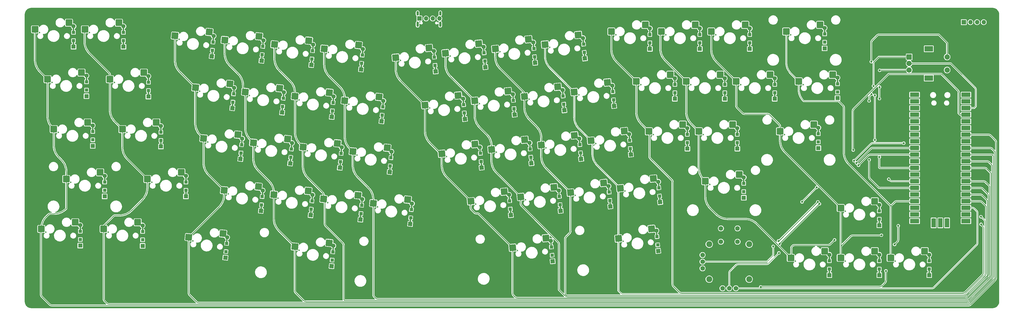
<source format=gbr>
%TF.GenerationSoftware,KiCad,Pcbnew,7.0.6*%
%TF.CreationDate,2023-09-01T00:55:25-07:00*%
%TF.ProjectId,alicida,616c6963-6964-4612-9e6b-696361645f70,rev?*%
%TF.SameCoordinates,Original*%
%TF.FileFunction,Copper,L2,Bot*%
%TF.FilePolarity,Positive*%
%FSLAX46Y46*%
G04 Gerber Fmt 4.6, Leading zero omitted, Abs format (unit mm)*
G04 Created by KiCad (PCBNEW 7.0.6) date 2023-09-01 00:55:25*
%MOMM*%
%LPD*%
G01*
G04 APERTURE LIST*
G04 Aperture macros list*
%AMRoundRect*
0 Rectangle with rounded corners*
0 $1 Rounding radius*
0 $2 $3 $4 $5 $6 $7 $8 $9 X,Y pos of 4 corners*
0 Add a 4 corners polygon primitive as box body*
4,1,4,$2,$3,$4,$5,$6,$7,$8,$9,$2,$3,0*
0 Add four circle primitives for the rounded corners*
1,1,$1+$1,$2,$3*
1,1,$1+$1,$4,$5*
1,1,$1+$1,$6,$7*
1,1,$1+$1,$8,$9*
0 Add four rect primitives between the rounded corners*
20,1,$1+$1,$2,$3,$4,$5,0*
20,1,$1+$1,$4,$5,$6,$7,0*
20,1,$1+$1,$6,$7,$8,$9,0*
20,1,$1+$1,$8,$9,$2,$3,0*%
%AMRotRect*
0 Rectangle, with rotation*
0 The origin of the aperture is its center*
0 $1 length*
0 $2 width*
0 $3 Rotation angle, in degrees counterclockwise*
0 Add horizontal line*
21,1,$1,$2,0,0,$3*%
G04 Aperture macros list end*
%TA.AperFunction,SMDPad,CuDef*%
%ADD10RoundRect,0.250000X-0.933944X-1.085529X1.108255X-0.906860X0.933944X1.085529X-1.108255X0.906860X0*%
%TD*%
%TA.AperFunction,SMDPad,CuDef*%
%ADD11RotRect,1.200000X1.200000X275.000000*%
%TD*%
%TA.AperFunction,SMDPad,CuDef*%
%ADD12RotRect,2.500000X0.500000X275.000000*%
%TD*%
%TA.AperFunction,ComponentPad*%
%ADD13RotRect,1.600000X1.600000X275.000000*%
%TD*%
%TA.AperFunction,ComponentPad*%
%ADD14C,1.600000*%
%TD*%
%TA.AperFunction,SMDPad,CuDef*%
%ADD15RoundRect,0.250000X-1.108255X-0.906860X0.933944X-1.085529X1.108255X0.906860X-0.933944X1.085529X0*%
%TD*%
%TA.AperFunction,SMDPad,CuDef*%
%ADD16RotRect,1.200000X1.200000X265.000000*%
%TD*%
%TA.AperFunction,SMDPad,CuDef*%
%ADD17RotRect,2.500000X0.500000X265.000000*%
%TD*%
%TA.AperFunction,ComponentPad*%
%ADD18RotRect,1.600000X1.600000X265.000000*%
%TD*%
%TA.AperFunction,SMDPad,CuDef*%
%ADD19RoundRect,0.250000X-1.025000X-1.000000X1.025000X-1.000000X1.025000X1.000000X-1.025000X1.000000X0*%
%TD*%
%TA.AperFunction,SMDPad,CuDef*%
%ADD20R,1.200000X1.200000*%
%TD*%
%TA.AperFunction,SMDPad,CuDef*%
%ADD21R,0.500000X2.500000*%
%TD*%
%TA.AperFunction,ComponentPad*%
%ADD22R,1.600000X1.600000*%
%TD*%
%TA.AperFunction,ComponentPad*%
%ADD23R,1.700000X1.700000*%
%TD*%
%TA.AperFunction,ComponentPad*%
%ADD24O,1.700000X1.700000*%
%TD*%
%TA.AperFunction,ComponentPad*%
%ADD25C,1.778000*%
%TD*%
%TA.AperFunction,ComponentPad*%
%ADD26C,2.286000*%
%TD*%
%TA.AperFunction,ComponentPad*%
%ADD27O,0.900000X2.000000*%
%TD*%
%TA.AperFunction,ComponentPad*%
%ADD28O,0.900000X1.700000*%
%TD*%
%TA.AperFunction,ComponentPad*%
%ADD29R,2.000000X2.000000*%
%TD*%
%TA.AperFunction,ComponentPad*%
%ADD30C,2.000000*%
%TD*%
%TA.AperFunction,ComponentPad*%
%ADD31R,3.200000X2.000000*%
%TD*%
%TA.AperFunction,SMDPad,CuDef*%
%ADD32R,3.500000X1.700000*%
%TD*%
%TA.AperFunction,SMDPad,CuDef*%
%ADD33R,1.700000X3.500000*%
%TD*%
%TA.AperFunction,ComponentPad*%
%ADD34RotRect,1.600000X1.600000X95.000000*%
%TD*%
%TA.AperFunction,SMDPad,CuDef*%
%ADD35RotRect,1.200000X1.200000X95.000000*%
%TD*%
%TA.AperFunction,SMDPad,CuDef*%
%ADD36RotRect,2.500000X0.500000X95.000000*%
%TD*%
%TA.AperFunction,ComponentPad*%
%ADD37RotRect,1.600000X1.600000X85.000000*%
%TD*%
%TA.AperFunction,SMDPad,CuDef*%
%ADD38RotRect,1.200000X1.200000X85.000000*%
%TD*%
%TA.AperFunction,SMDPad,CuDef*%
%ADD39RotRect,2.500000X0.500000X85.000000*%
%TD*%
%TA.AperFunction,ViaPad*%
%ADD40C,0.800000*%
%TD*%
%TA.AperFunction,Conductor*%
%ADD41C,0.250000*%
%TD*%
%TA.AperFunction,Conductor*%
%ADD42C,0.200000*%
%TD*%
G04 APERTURE END LIST*
D10*
%TO.P,K_DOT,1*%
%TO.N,N/C*%
X261395133Y-172327415D03*
D11*
X276397715Y-175316227D03*
D12*
X276495765Y-176436946D03*
D13*
X276600352Y-177632380D03*
D10*
%TO.P,K_DOT,2*%
X274051566Y-168670418D03*
D14*
X275920537Y-169862061D03*
D12*
X276025124Y-171057495D03*
D11*
X276123174Y-172178214D03*
%TD*%
D10*
%TO.P,K_I,1*%
%TO.N,N/C*%
X224863858Y-137277952D03*
D11*
X239866440Y-140266764D03*
D12*
X239964490Y-141387483D03*
D13*
X240069077Y-142582917D03*
D10*
%TO.P,K_I,2*%
X237520291Y-133620955D03*
D14*
X239389262Y-134812598D03*
D12*
X239493849Y-136008032D03*
D11*
X239591899Y-137128751D03*
%TD*%
D15*
%TO.P,K_S,1*%
%TO.N,N/C*%
X102447874Y-153309765D03*
D16*
X116703531Y-158858341D03*
D17*
X116605481Y-159979060D03*
D18*
X116500894Y-161174494D03*
D15*
%TO.P,K_S,2*%
X115547059Y-151906093D03*
D14*
X117180709Y-153404175D03*
D17*
X117076122Y-154599609D03*
D16*
X116978072Y-155720328D03*
%TD*%
D10*
%TO.P,REF\u002A\u002A,1*%
%TO.N,N/C*%
X220359421Y-195050431D03*
%TO.P,REF\u002A\u002A,2*%
X233015854Y-191393434D03*
%TD*%
D19*
%TO.P,K_`,1*%
%TO.N,N/C*%
X38140925Y-111683103D03*
D20*
X52825925Y-115968103D03*
D21*
X52825925Y-117093103D03*
D22*
X52825925Y-118293103D03*
D19*
%TO.P,K_`,2*%
X51067925Y-109143103D03*
D14*
X52825925Y-110493103D03*
D21*
X52825925Y-111693103D03*
D20*
X52825925Y-112818103D03*
%TD*%
D19*
%TO.P,K_CBRAC,1*%
%TO.N,N/C*%
X286604125Y-131562709D03*
D20*
X301289125Y-135847709D03*
D21*
X301289125Y-136972709D03*
D22*
X301289125Y-138172709D03*
D19*
%TO.P,K_CBRAC,2*%
X299531125Y-129022709D03*
D14*
X301289125Y-130372709D03*
D21*
X301289125Y-131572709D03*
D20*
X301289125Y-132697709D03*
%TD*%
D15*
%TO.P,K_V,1*%
%TO.N,N/C*%
X148231329Y-176438066D03*
D16*
X162486986Y-181986642D03*
D17*
X162388936Y-183107361D03*
D18*
X162284349Y-184302795D03*
D15*
%TO.P,K_V,2*%
X161330514Y-175034394D03*
D14*
X162964164Y-176532476D03*
D17*
X162859577Y-177727910D03*
D16*
X162761527Y-178848629D03*
%TD*%
D19*
%TO.P,K_UP,1*%
%TO.N,N/C*%
X345536625Y-179872709D03*
D20*
X360221625Y-184157709D03*
D21*
X360221625Y-185282709D03*
D22*
X360221625Y-186482709D03*
D19*
%TO.P,K_UP,2*%
X358463625Y-177332709D03*
D14*
X360221625Y-178682709D03*
D21*
X360221625Y-179882709D03*
D20*
X360221625Y-181007709D03*
%TD*%
D19*
%TO.P,K_Z,1*%
%TO.N,N/C*%
X81003425Y-168833103D03*
D20*
X95688425Y-173118103D03*
D21*
X95688425Y-174243103D03*
D22*
X95688425Y-175443103D03*
D19*
%TO.P,K_Z,2*%
X93930425Y-166293103D03*
D14*
X95688425Y-167643103D03*
D21*
X95688425Y-168843103D03*
D20*
X95688425Y-169968103D03*
%TD*%
D10*
%TO.P,K_H,1*%
%TO.N,N/C*%
X193313533Y-159161015D03*
D11*
X208316115Y-162149827D03*
D12*
X208414165Y-163270546D03*
D13*
X208518752Y-164465980D03*
D10*
%TO.P,K_H,2*%
X205969966Y-155504018D03*
D14*
X207838937Y-156695661D03*
D12*
X207943524Y-157891095D03*
D11*
X208041574Y-159011814D03*
%TD*%
D10*
%TO.P,K_9,1*%
%TO.N,N/C*%
X232692296Y-117470284D03*
D11*
X247694878Y-120459096D03*
D12*
X247792928Y-121579815D03*
D13*
X247897515Y-122775249D03*
D10*
%TO.P,K_9,2*%
X245348729Y-113813287D03*
D14*
X247217700Y-115004930D03*
D12*
X247322287Y-116200364D03*
D11*
X247420337Y-117321083D03*
%TD*%
D19*
%TO.P,K_DOWN,1*%
%TO.N,N/C*%
X345536625Y-198922709D03*
D20*
X360221625Y-203207709D03*
D21*
X360221625Y-204332709D03*
D22*
X360221625Y-205532709D03*
D19*
%TO.P,K_DOWN,2*%
X358463625Y-196382709D03*
D14*
X360221625Y-197732709D03*
D21*
X360221625Y-198932709D03*
D20*
X360221625Y-200057709D03*
%TD*%
D10*
%TO.P,K_L,1*%
%TO.N,N/C*%
X250246061Y-154180064D03*
D11*
X265248643Y-157168876D03*
D12*
X265346693Y-158289595D03*
D13*
X265451280Y-159485029D03*
D10*
%TO.P,K_L,2*%
X262902494Y-150523067D03*
D14*
X264771465Y-151714710D03*
D12*
X264876052Y-152910144D03*
D11*
X264974102Y-154030863D03*
%TD*%
D10*
%TO.P,K_Y,1*%
%TO.N,N/C*%
X186908840Y-140598585D03*
D11*
X201911422Y-143587397D03*
D12*
X202009472Y-144708116D03*
D13*
X202114059Y-145903550D03*
D10*
%TO.P,K_Y,2*%
X199565273Y-136941588D03*
D14*
X201434244Y-138133231D03*
D12*
X201538831Y-139328665D03*
D11*
X201636881Y-140449384D03*
%TD*%
D19*
%TO.P,K_WIN,1*%
%TO.N,N/C*%
X64354675Y-187883103D03*
%TO.P,K_WIN,2*%
X77281675Y-185343103D03*
%TD*%
%TO.P,K_0,1*%
%TO.N,N/C*%
X258029125Y-112512709D03*
D20*
X272714125Y-116797709D03*
D21*
X272714125Y-117922709D03*
D22*
X272714125Y-119122709D03*
D19*
%TO.P,K_0,2*%
X270956125Y-109972709D03*
D14*
X272714125Y-111322709D03*
D21*
X272714125Y-112522709D03*
D20*
X272714125Y-113647709D03*
%TD*%
D19*
%TO.P,K_LEFT,1*%
%TO.N,N/C*%
X326486625Y-198922709D03*
D20*
X341171625Y-203207709D03*
D21*
X341171625Y-204332709D03*
D22*
X341171625Y-205532709D03*
D19*
%TO.P,K_LEFT,2*%
X339413625Y-196382709D03*
D14*
X341171625Y-197732709D03*
D21*
X341171625Y-198932709D03*
D20*
X341171625Y-200057709D03*
%TD*%
D19*
%TO.P,K_1,1*%
%TO.N,N/C*%
X57190925Y-111683103D03*
D20*
X71875925Y-115968103D03*
D21*
X71875925Y-117093103D03*
D22*
X71875925Y-118293103D03*
D19*
%TO.P,K_1,2*%
X70117925Y-109143103D03*
D14*
X71875925Y-110493103D03*
D21*
X71875925Y-111693103D03*
D20*
X71875925Y-112818103D03*
%TD*%
D15*
%TO.P,K_F,1*%
%TO.N,N/C*%
X140402892Y-156630399D03*
D16*
X154658549Y-162178975D03*
D17*
X154560499Y-163299694D03*
D18*
X154455912Y-164495128D03*
D15*
%TO.P,K_F,2*%
X153502077Y-155226727D03*
D14*
X155135727Y-156724809D03*
D17*
X155031140Y-157920243D03*
D16*
X154933090Y-159040962D03*
%TD*%
D15*
%TO.P,K_D,1*%
%TO.N,N/C*%
X121425383Y-154970082D03*
D16*
X135681040Y-160518658D03*
D17*
X135582990Y-161639377D03*
D18*
X135478403Y-162834811D03*
D15*
%TO.P,K_D,2*%
X134524568Y-153566410D03*
D14*
X136158218Y-155064492D03*
D17*
X136053631Y-156259926D03*
D16*
X135955581Y-157380645D03*
%TD*%
D19*
%TO.P,K_CAPS,1*%
%TO.N,N/C*%
X45304675Y-149783103D03*
%TO.P,K_CAPS,2*%
X58231675Y-147243103D03*
%TD*%
D15*
%TO.P,K_G,1*%
%TO.N,N/C*%
X159380401Y-158290715D03*
D16*
X173636058Y-163839291D03*
D17*
X173538008Y-164960010D03*
D18*
X173433421Y-166155444D03*
D15*
%TO.P,K_G,2*%
X172479586Y-156887043D03*
D14*
X174113236Y-158385125D03*
D17*
X174008649Y-159580559D03*
D16*
X173910599Y-160701278D03*
%TD*%
D10*
%TO.P,K_U,1*%
%TO.N,N/C*%
X205886349Y-138938269D03*
D11*
X220888931Y-141927081D03*
D12*
X220986981Y-143047800D03*
D13*
X221091568Y-144243234D03*
D10*
%TO.P,K_U,2*%
X218542782Y-135281272D03*
D14*
X220411753Y-136472915D03*
D12*
X220516340Y-137668349D03*
D11*
X220614390Y-138789068D03*
%TD*%
D19*
%TO.P,K_A,1*%
%TO.N,N/C*%
X71478425Y-149783103D03*
D20*
X86163425Y-154068103D03*
D21*
X86163425Y-155193103D03*
D22*
X86163425Y-156393103D03*
D19*
%TO.P,K_A,2*%
X84405425Y-147243103D03*
D14*
X86163425Y-148593103D03*
D21*
X86163425Y-149793103D03*
D20*
X86163425Y-150918103D03*
%TD*%
D23*
%TO.P,REF\u002A\u002A,1*%
%TO.N,N/C*%
X184767347Y-107533966D03*
D24*
%TO.P,REF\u002A\u002A,2*%
X187307347Y-107533966D03*
%TO.P,REF\u002A\u002A,3*%
X189847347Y-107533966D03*
%TO.P,REF\u002A\u002A,4*%
X192387347Y-107533966D03*
%TD*%
D19*
%TO.P,K_MINUS,1*%
%TO.N,N/C*%
X277079125Y-112512709D03*
D20*
X291764125Y-116797709D03*
D21*
X291764125Y-117922709D03*
D22*
X291764125Y-119122709D03*
D19*
%TO.P,K_MINUS,2*%
X290006125Y-109972709D03*
D14*
X291764125Y-111322709D03*
D21*
X291764125Y-112522709D03*
D20*
X291764125Y-113647709D03*
%TD*%
D15*
%TO.P,REF\u002A\u002A,1*%
%TO.N,N/C*%
X137263940Y-194631426D03*
%TO.P,REF\u002A\u002A,2*%
X150363125Y-193227754D03*
%TD*%
D25*
%TO.P,REF\u002A\u002A,B1A*%
%TO.N,N/C*%
X299796625Y-187682709D03*
%TO.P,REF\u002A\u002A,B1B*%
X306146625Y-187682709D03*
%TO.P,REF\u002A\u002A,B2A*%
X299796625Y-192762709D03*
%TO.P,REF\u002A\u002A,B2B*%
X306146625Y-192762709D03*
%TO.P,REF\u002A\u002A,H1*%
X300431625Y-210542709D03*
%TO.P,REF\u002A\u002A,H2*%
X302971625Y-210542709D03*
%TO.P,REF\u002A\u002A,H3*%
X305511625Y-210542709D03*
D26*
%TO.P,REF\u002A\u002A,S1*%
X295351625Y-193715209D03*
%TO.P,REF\u002A\u002A,S2*%
X295351625Y-207050209D03*
%TO.P,REF\u002A\u002A,S3*%
X310591625Y-207050209D03*
%TO.P,REF\u002A\u002A,S4*%
X310591625Y-193715209D03*
D25*
%TO.P,REF\u002A\u002A,V1*%
X292811625Y-197842709D03*
%TO.P,REF\u002A\u002A,V2*%
X292811625Y-200382709D03*
%TO.P,REF\u002A\u002A,V3*%
X292811625Y-202922709D03*
%TD*%
D19*
%TO.P,K_P,1*%
%TO.N,N/C*%
X267554125Y-131562709D03*
D20*
X282239125Y-135847709D03*
D21*
X282239125Y-136972709D03*
D22*
X282239125Y-138172709D03*
D19*
%TO.P,K_P,2*%
X280481125Y-129022709D03*
D14*
X282239125Y-130372709D03*
D21*
X282239125Y-131572709D03*
D20*
X282239125Y-132697709D03*
%TD*%
D19*
%TO.P,K_SHIFT,1*%
%TO.N,N/C*%
X50067175Y-168833103D03*
%TO.P,K_SHIFT,2*%
X62994175Y-166293103D03*
%TD*%
D10*
%TO.P,K_ALT1,1*%
%TO.N,N/C*%
X260703185Y-191510720D03*
%TO.P,K_ALT1,2*%
X273359618Y-187853723D03*
%TD*%
D15*
%TO.P,K_W,1*%
%TO.N,N/C*%
X99363814Y-133917177D03*
D16*
X113619471Y-139465753D03*
D17*
X113521421Y-140586472D03*
D18*
X113416834Y-141781906D03*
D15*
%TO.P,K_W,2*%
X112462999Y-132513505D03*
D14*
X114096649Y-134011587D03*
D17*
X113992062Y-135207021D03*
D16*
X113894012Y-136327740D03*
%TD*%
D15*
%TO.P,K_2,1*%
%TO.N,N/C*%
X91535376Y-114109510D03*
D16*
X105791033Y-119658086D03*
D17*
X105692983Y-120778805D03*
D18*
X105588396Y-121974239D03*
D15*
%TO.P,K_2,2*%
X104634561Y-112705838D03*
D14*
X106268211Y-114203920D03*
D17*
X106163624Y-115399354D03*
D16*
X106065574Y-116520073D03*
%TD*%
D19*
%TO.P,K_SHIFT1,1*%
%TO.N,N/C*%
X293844625Y-169652709D03*
%TO.P,K_SHIFT1,2*%
X306771625Y-167112709D03*
%TD*%
D15*
%TO.P,K_B,1*%
%TO.N,N/C*%
X167208838Y-178098383D03*
D16*
X181464495Y-183646959D03*
D17*
X181366445Y-184767678D03*
D18*
X181261858Y-185963112D03*
D15*
%TO.P,K_B,2*%
X180308023Y-176694711D03*
D14*
X181941673Y-178192793D03*
D17*
X181837086Y-179388227D03*
D16*
X181739036Y-180508946D03*
%TD*%
D15*
%TO.P,K_3,1*%
%TO.N,N/C*%
X110512886Y-115769826D03*
D16*
X124768543Y-121318402D03*
D17*
X124670493Y-122439121D03*
D18*
X124565906Y-123634555D03*
D15*
%TO.P,K_3,2*%
X123612071Y-114366154D03*
D14*
X125245721Y-115864236D03*
D17*
X125141134Y-117059670D03*
D16*
X125043084Y-118180389D03*
%TD*%
D10*
%TO.P,K_M,1*%
%TO.N,N/C*%
X223440114Y-175648049D03*
D11*
X238442696Y-178636861D03*
D12*
X238540746Y-179757580D03*
D13*
X238645333Y-180953014D03*
D10*
%TO.P,K_M,2*%
X236096547Y-171991052D03*
D14*
X237965518Y-173182695D03*
D12*
X238070105Y-174378129D03*
D11*
X238168155Y-175498848D03*
%TD*%
D10*
%TO.P,K_8,1*%
%TO.N,N/C*%
X213714787Y-119130601D03*
D11*
X228717369Y-122119413D03*
D12*
X228815419Y-123240132D03*
D13*
X228920006Y-124435566D03*
D10*
%TO.P,K_8,2*%
X226371220Y-115473604D03*
D14*
X228240191Y-116665247D03*
D12*
X228344778Y-117860681D03*
D11*
X228442828Y-118981400D03*
%TD*%
D19*
%TO.P,K_SEMIC,1*%
%TO.N,N/C*%
X272316625Y-150612709D03*
D20*
X287001625Y-154897709D03*
D21*
X287001625Y-156022709D03*
D22*
X287001625Y-157222709D03*
D19*
%TO.P,K_SEMIC,2*%
X285243625Y-148072709D03*
D14*
X287001625Y-149422709D03*
D21*
X287001625Y-150622709D03*
D20*
X287001625Y-151747709D03*
%TD*%
D27*
%TO.P,REF\u002A\u002A,S1*%
%TO.N,N/C*%
X192739270Y-109745360D03*
D28*
X192739270Y-105575360D03*
D27*
X184099270Y-109745360D03*
D28*
X184099270Y-105575360D03*
%TD*%
D10*
%TO.P,K_COMMA,1*%
%TO.N,N/C*%
X242417624Y-173987732D03*
D11*
X257420206Y-176976544D03*
D12*
X257518256Y-178097263D03*
D13*
X257622843Y-179292697D03*
D10*
%TO.P,K_COMMA,2*%
X255074057Y-170330735D03*
D14*
X256943028Y-171522378D03*
D12*
X257047615Y-172717812D03*
D11*
X257145665Y-173838531D03*
%TD*%
D10*
%TO.P,K_O,1*%
%TO.N,N/C*%
X243841367Y-135617635D03*
D11*
X258843949Y-138606447D03*
D12*
X258941999Y-139727166D03*
D13*
X259046586Y-140922600D03*
D10*
%TO.P,K_O,2*%
X256497800Y-131960638D03*
D14*
X258366771Y-133152281D03*
D12*
X258471358Y-134347715D03*
D11*
X258569408Y-135468434D03*
%TD*%
D10*
%TO.P,K_7,1*%
%TO.N,N/C*%
X194737277Y-120790918D03*
D11*
X209739859Y-123779730D03*
D12*
X209837909Y-124900449D03*
D13*
X209942496Y-126095883D03*
D10*
%TO.P,K_7,2*%
X207393710Y-117133921D03*
D14*
X209262681Y-118325564D03*
D12*
X209367268Y-119520998D03*
D11*
X209465318Y-120641717D03*
%TD*%
D23*
%TO.P,REF\u002A\u002A,1*%
%TO.N,N/C*%
X392443344Y-108936160D03*
D24*
%TO.P,REF\u002A\u002A,2*%
X394983344Y-108936160D03*
%TO.P,REF\u002A\u002A,3*%
X397523344Y-108936160D03*
%TO.P,REF\u002A\u002A,4*%
X400063344Y-108936160D03*
%TD*%
D10*
%TO.P,K_K,1*%
%TO.N,N/C*%
X231268551Y-155840381D03*
D11*
X246271133Y-158829193D03*
D12*
X246369183Y-159949912D03*
D13*
X246473770Y-161145346D03*
D10*
%TO.P,K_K,2*%
X243924984Y-152183384D03*
D14*
X245793955Y-153375027D03*
D12*
X245898542Y-154570461D03*
D11*
X245996592Y-155691180D03*
%TD*%
D15*
%TO.P,K_E,1*%
%TO.N,N/C*%
X118341322Y-135577493D03*
D16*
X132596979Y-141126069D03*
D17*
X132498929Y-142246788D03*
D18*
X132394342Y-143442222D03*
D15*
%TO.P,K_E,2*%
X131440507Y-134173821D03*
D14*
X133074157Y-135671903D03*
D17*
X132969570Y-136867337D03*
D16*
X132871520Y-137988056D03*
%TD*%
D19*
%TO.P,K_BACKSPACE,1*%
%TO.N,N/C*%
X324724125Y-112512709D03*
%TO.P,K_BACKSPACE,2*%
X337651125Y-109972709D03*
%TD*%
%TO.P,K_BSLSH,1*%
%TO.N,N/C*%
X329486625Y-131562709D03*
%TO.P,K_BSLSH,2*%
X342413625Y-129022709D03*
%TD*%
%TO.P,K_OBRAC,1*%
%TO.N,N/C*%
X305654125Y-131562709D03*
D20*
X320339125Y-135847709D03*
D21*
X320339125Y-136972709D03*
D22*
X320339125Y-138172709D03*
D19*
%TO.P,K_OBRAC,2*%
X318581125Y-129022709D03*
D14*
X320339125Y-130372709D03*
D21*
X320339125Y-131572709D03*
D20*
X320339125Y-132697709D03*
%TD*%
D10*
%TO.P,K_J,1*%
%TO.N,N/C*%
X212291043Y-157500697D03*
D11*
X227293625Y-160489509D03*
D12*
X227391675Y-161610228D03*
D13*
X227496262Y-162805662D03*
D10*
%TO.P,K_J,2*%
X224947476Y-153843700D03*
D14*
X226816447Y-155035343D03*
D12*
X226921034Y-156230777D03*
D11*
X227019084Y-157351496D03*
%TD*%
D15*
%TO.P,K_5,1*%
%TO.N,N/C*%
X148467904Y-119090460D03*
D16*
X162723561Y-124639036D03*
D17*
X162625511Y-125759755D03*
D18*
X162520924Y-126955189D03*
D15*
%TO.P,K_5,2*%
X161567089Y-117686788D03*
D14*
X163200739Y-119184870D03*
D17*
X163096152Y-120380304D03*
D16*
X162998102Y-121501023D03*
%TD*%
D15*
%TO.P,K_R,1*%
%TO.N,N/C*%
X137318831Y-137237810D03*
D16*
X151574488Y-142786386D03*
D17*
X151476438Y-143907105D03*
D18*
X151371851Y-145102539D03*
D15*
%TO.P,K_R,2*%
X150418016Y-135834138D03*
D14*
X152051666Y-137332220D03*
D17*
X151947079Y-138527654D03*
D16*
X151849029Y-139648373D03*
%TD*%
D19*
%TO.P,K_CTRL,1*%
%TO.N,N/C*%
X40542175Y-187883103D03*
%TO.P,K_CTRL,2*%
X53469175Y-185343103D03*
%TD*%
%TO.P,K_QUOTE,1*%
%TO.N,N/C*%
X291366625Y-150612709D03*
D20*
X306051625Y-154897709D03*
D21*
X306051625Y-156022709D03*
D22*
X306051625Y-157222709D03*
D19*
%TO.P,K_QUOTE,2*%
X304293625Y-148072709D03*
D14*
X306051625Y-149422709D03*
D21*
X306051625Y-150622709D03*
D20*
X306051625Y-151747709D03*
%TD*%
D10*
%TO.P,K_6,1*%
%TO.N,N/C*%
X175759768Y-122451235D03*
D11*
X190762350Y-125440047D03*
D12*
X190860400Y-126560766D03*
D13*
X190964987Y-127756200D03*
D10*
%TO.P,K_6,2*%
X188416201Y-118794238D03*
D14*
X190285172Y-119985881D03*
D12*
X190389759Y-121181315D03*
D11*
X190487809Y-122302034D03*
%TD*%
D10*
%TO.P,K_N,1*%
%TO.N,N/C*%
X204462605Y-177308365D03*
D11*
X219465187Y-180297177D03*
D12*
X219563237Y-181417896D03*
D13*
X219667824Y-182613330D03*
D10*
%TO.P,K_N,2*%
X217119038Y-173651368D03*
D14*
X218988009Y-174843011D03*
D12*
X219092596Y-176038445D03*
D11*
X219190646Y-177159164D03*
%TD*%
D15*
%TO.P,K_X,1*%
%TO.N,N/C*%
X110276312Y-173117432D03*
D16*
X124531969Y-178666008D03*
D17*
X124433919Y-179786727D03*
D18*
X124329332Y-180982161D03*
D15*
%TO.P,K_X,2*%
X123375497Y-171713760D03*
D14*
X125009147Y-173211842D03*
D17*
X124904560Y-174407276D03*
D16*
X124806510Y-175527995D03*
%TD*%
D19*
%TO.P,K_EQUAL,1*%
%TO.N,N/C*%
X296129125Y-112512709D03*
D20*
X310814125Y-116797709D03*
D21*
X310814125Y-117922709D03*
D22*
X310814125Y-119122709D03*
D19*
%TO.P,K_EQUAL,2*%
X309056125Y-109972709D03*
D14*
X310814125Y-111322709D03*
D21*
X310814125Y-112522709D03*
D20*
X310814125Y-113647709D03*
%TD*%
D19*
%TO.P,K_ENTER,1*%
%TO.N,N/C*%
X322342875Y-150612709D03*
%TO.P,K_ENTER,2*%
X335269875Y-148072709D03*
%TD*%
D29*
%TO.P,REF\u002A\u002A,A*%
%TO.N,N/C*%
X371600533Y-122207056D03*
D30*
%TO.P,REF\u002A\u002A,B*%
X371600533Y-127207056D03*
%TO.P,REF\u002A\u002A,C*%
X371600533Y-124707056D03*
D31*
%TO.P,REF\u002A\u002A,MP*%
X379100533Y-119107056D03*
X379100533Y-130307056D03*
D30*
%TO.P,REF\u002A\u002A,S1*%
X386100533Y-127207056D03*
%TO.P,REF\u002A\u002A,S2*%
X386100533Y-122207056D03*
%TD*%
D15*
%TO.P,K_C,1*%
%TO.N,N/C*%
X129253821Y-174777749D03*
D16*
X143509478Y-180326325D03*
D17*
X143411428Y-181447044D03*
D18*
X143306841Y-182642478D03*
D15*
%TO.P,K_C,2*%
X142353006Y-173374077D03*
D14*
X143986656Y-174872159D03*
D17*
X143882069Y-176067593D03*
D16*
X143784019Y-177188312D03*
%TD*%
D19*
%TO.P,K_RIGHT,1*%
%TO.N,N/C*%
X364586625Y-198922709D03*
D20*
X379271625Y-203207709D03*
D21*
X379271625Y-204332709D03*
D22*
X379271625Y-205532709D03*
D19*
%TO.P,K_RIGHT,2*%
X377513625Y-196382709D03*
D14*
X379271625Y-197732709D03*
D21*
X379271625Y-198932709D03*
D20*
X379271625Y-200057709D03*
%TD*%
D19*
%TO.P,K_Q,1*%
%TO.N,N/C*%
X66715925Y-130733103D03*
D20*
X81400925Y-135018103D03*
D21*
X81400925Y-136143103D03*
D22*
X81400925Y-137343103D03*
D19*
%TO.P,K_Q,2*%
X79642925Y-128193103D03*
D14*
X81400925Y-129543103D03*
D21*
X81400925Y-130743103D03*
D20*
X81400925Y-131868103D03*
%TD*%
D15*
%TO.P,K_T,1*%
%TO.N,N/C*%
X156296341Y-138898127D03*
D16*
X170551998Y-144446703D03*
D17*
X170453948Y-145567422D03*
D18*
X170349361Y-146762856D03*
D15*
%TO.P,K_T,2*%
X169395526Y-137494455D03*
D14*
X171029176Y-138992537D03*
D17*
X170924589Y-140187971D03*
D16*
X170826539Y-141308690D03*
%TD*%
D15*
%TO.P,K_ALT,1*%
%TO.N,N/C*%
X96774976Y-191058985D03*
%TO.P,K_ALT,2*%
X109874161Y-189655313D03*
%TD*%
D19*
%TO.P,K_TAB,1*%
%TO.N,N/C*%
X42923425Y-130733103D03*
%TO.P,K_TAB,2*%
X55850425Y-128193103D03*
%TD*%
D15*
%TO.P,K_4,1*%
%TO.N,N/C*%
X129490395Y-117430143D03*
D16*
X143746052Y-122978719D03*
D17*
X143648002Y-124099438D03*
D18*
X143543415Y-125294872D03*
D15*
%TO.P,K_4,2*%
X142589580Y-116026471D03*
D14*
X144223230Y-117524553D03*
D17*
X144118643Y-118719987D03*
D16*
X144020593Y-119840706D03*
%TD*%
D22*
%TO.P,REF\u002A\u002A,1*%
%TO.N,N/C*%
X55389907Y-194228312D03*
D20*
X55389907Y-191903312D03*
%TO.P,REF\u002A\u002A,2*%
X55389907Y-188753312D03*
D21*
X55389907Y-187628312D03*
D14*
X55389907Y-186428312D03*
%TD*%
D22*
%TO.P,REF\u002A\u002A,1*%
%TO.N,N/C*%
X336971862Y-157018376D03*
D20*
X336971862Y-154693376D03*
%TO.P,REF\u002A\u002A,2*%
X336971862Y-151543376D03*
D21*
X336971862Y-150418376D03*
D14*
X336971862Y-149218376D03*
%TD*%
D24*
%TO.P,REF\u002A\u002A,1*%
%TO.N,N/C*%
X392374586Y-136636081D03*
D32*
X393274586Y-136636081D03*
D24*
%TO.P,REF\u002A\u002A,2*%
X392374586Y-139176081D03*
D32*
X393274586Y-139176081D03*
D23*
%TO.P,REF\u002A\u002A,3*%
X392374586Y-141716081D03*
D32*
X393274586Y-141716081D03*
D24*
%TO.P,REF\u002A\u002A,4*%
X392374586Y-144256081D03*
D32*
X393274586Y-144256081D03*
D24*
%TO.P,REF\u002A\u002A,5*%
X392374586Y-146796081D03*
D32*
X393274586Y-146796081D03*
D24*
%TO.P,REF\u002A\u002A,6*%
X392374586Y-149336081D03*
D32*
X393274586Y-149336081D03*
D24*
%TO.P,REF\u002A\u002A,7*%
X392374586Y-151876081D03*
D32*
X393274586Y-151876081D03*
D23*
%TO.P,REF\u002A\u002A,8*%
X392374586Y-154416081D03*
D32*
X393274586Y-154416081D03*
D24*
%TO.P,REF\u002A\u002A,9*%
X392374586Y-156956081D03*
D32*
X393274586Y-156956081D03*
D24*
%TO.P,REF\u002A\u002A,10*%
X392374586Y-159496081D03*
D32*
X393274586Y-159496081D03*
D24*
%TO.P,REF\u002A\u002A,11*%
X392374586Y-162036081D03*
D32*
X393274586Y-162036081D03*
D24*
%TO.P,REF\u002A\u002A,12*%
X392374586Y-164576081D03*
D32*
X393274586Y-164576081D03*
D23*
%TO.P,REF\u002A\u002A,13*%
X392374586Y-167116081D03*
D32*
X393274586Y-167116081D03*
D24*
%TO.P,REF\u002A\u002A,14*%
X392374586Y-169656081D03*
D32*
X393274586Y-169656081D03*
D24*
%TO.P,REF\u002A\u002A,15*%
X392374586Y-172196081D03*
D32*
X393274586Y-172196081D03*
D24*
%TO.P,REF\u002A\u002A,16*%
X392374586Y-174736081D03*
D32*
X393274586Y-174736081D03*
D24*
%TO.P,REF\u002A\u002A,17*%
X392374586Y-177276081D03*
D32*
X393274586Y-177276081D03*
D23*
%TO.P,REF\u002A\u002A,18*%
X392374586Y-179816081D03*
D32*
X393274586Y-179816081D03*
D24*
%TO.P,REF\u002A\u002A,19*%
X392374586Y-182356081D03*
D32*
X393274586Y-182356081D03*
D24*
%TO.P,REF\u002A\u002A,20*%
X392374586Y-184896081D03*
D32*
X393274586Y-184896081D03*
D24*
%TO.P,REF\u002A\u002A,21*%
X374594586Y-184896081D03*
D32*
X373694586Y-184896081D03*
D24*
%TO.P,REF\u002A\u002A,22*%
X374594586Y-182356081D03*
D32*
X373694586Y-182356081D03*
D23*
%TO.P,REF\u002A\u002A,23*%
X374594586Y-179816081D03*
D32*
X373694586Y-179816081D03*
D24*
%TO.P,REF\u002A\u002A,24*%
X374594586Y-177276081D03*
D32*
X373694586Y-177276081D03*
D24*
%TO.P,REF\u002A\u002A,25*%
X374594586Y-174736081D03*
D32*
X373694586Y-174736081D03*
D24*
%TO.P,REF\u002A\u002A,26*%
X374594586Y-172196081D03*
D32*
X373694586Y-172196081D03*
D24*
%TO.P,REF\u002A\u002A,27*%
X374594586Y-169656081D03*
D32*
X373694586Y-169656081D03*
D23*
%TO.P,REF\u002A\u002A,28*%
X374594586Y-167116081D03*
D32*
X373694586Y-167116081D03*
D24*
%TO.P,REF\u002A\u002A,29*%
X374594586Y-164576081D03*
D32*
X373694586Y-164576081D03*
D24*
%TO.P,REF\u002A\u002A,30*%
X374594586Y-162036081D03*
D32*
X373694586Y-162036081D03*
D24*
%TO.P,REF\u002A\u002A,31*%
X374594586Y-159496081D03*
D32*
X373694586Y-159496081D03*
D24*
%TO.P,REF\u002A\u002A,32*%
X374594586Y-156956081D03*
D32*
X373694586Y-156956081D03*
D23*
%TO.P,REF\u002A\u002A,33*%
X374594586Y-154416081D03*
D32*
X373694586Y-154416081D03*
D24*
%TO.P,REF\u002A\u002A,34*%
X374594586Y-151876081D03*
D32*
X373694586Y-151876081D03*
D24*
%TO.P,REF\u002A\u002A,35*%
X374594586Y-149336081D03*
D32*
X373694586Y-149336081D03*
D24*
%TO.P,REF\u002A\u002A,36*%
X374594586Y-146796081D03*
D32*
X373694586Y-146796081D03*
D24*
%TO.P,REF\u002A\u002A,37*%
X374594586Y-144256081D03*
D32*
X373694586Y-144256081D03*
D23*
%TO.P,REF\u002A\u002A,38*%
X374594586Y-141716081D03*
D32*
X373694586Y-141716081D03*
D24*
%TO.P,REF\u002A\u002A,39*%
X374594586Y-139176081D03*
D32*
X373694586Y-139176081D03*
D24*
%TO.P,REF\u002A\u002A,40*%
X374594586Y-136636081D03*
D32*
X373694586Y-136636081D03*
D24*
%TO.P,REF\u002A\u002A,41*%
X386024586Y-184666081D03*
D33*
X386024586Y-185566081D03*
D23*
%TO.P,REF\u002A\u002A,42*%
X383484586Y-184666081D03*
D33*
X383484586Y-185566081D03*
D24*
%TO.P,REF\u002A\u002A,43*%
X380944586Y-184666081D03*
D33*
X380944586Y-185566081D03*
%TD*%
D22*
%TO.P,REF\u002A\u002A,1*%
%TO.N,N/C*%
X344279441Y-137939383D03*
D20*
X344279441Y-135614383D03*
%TO.P,REF\u002A\u002A,2*%
X344279441Y-132464383D03*
D21*
X344279441Y-131339383D03*
D14*
X344279441Y-130139383D03*
%TD*%
D22*
%TO.P,REF\u002A\u002A,1*%
%TO.N,N/C*%
X57765201Y-137186245D03*
D20*
X57765201Y-134861245D03*
%TO.P,REF\u002A\u002A,2*%
X57765201Y-131711245D03*
D21*
X57765201Y-130586245D03*
D14*
X57765201Y-129386245D03*
%TD*%
D22*
%TO.P,REF\u002A\u002A,1*%
%TO.N,N/C*%
X308530006Y-175981964D03*
D20*
X308530006Y-173656964D03*
%TO.P,REF\u002A\u002A,2*%
X308530006Y-170506964D03*
D21*
X308530006Y-169381964D03*
D14*
X308530006Y-168181964D03*
%TD*%
D22*
%TO.P,REF\u002A\u002A,1*%
%TO.N,N/C*%
X60159656Y-156180666D03*
D20*
X60159656Y-153855666D03*
%TO.P,REF\u002A\u002A,2*%
X60159656Y-150705666D03*
D21*
X60159656Y-149580666D03*
D14*
X60159656Y-148380666D03*
%TD*%
D34*
%TO.P,REF\u002A\u002A,1*%
%TO.N,N/C*%
X235608996Y-200233095D03*
D35*
X235406359Y-197916942D03*
%TO.P,REF\u002A\u002A,2*%
X235131819Y-194778929D03*
D36*
X235033769Y-193658210D03*
D14*
X234929182Y-192462776D03*
%TD*%
D22*
%TO.P,REF\u002A\u002A,1*%
%TO.N,N/C*%
X79175880Y-194355170D03*
D20*
X79175880Y-192030170D03*
%TO.P,REF\u002A\u002A,2*%
X79175880Y-188880170D03*
D21*
X79175880Y-187755170D03*
D14*
X79175880Y-186555170D03*
%TD*%
D22*
%TO.P,REF\u002A\u002A,1*%
%TO.N,N/C*%
X64697617Y-175431183D03*
D20*
X64697617Y-173106183D03*
%TO.P,REF\u002A\u002A,2*%
X64697617Y-169956183D03*
D21*
X64697617Y-168831183D03*
D14*
X64697617Y-167631183D03*
%TD*%
D22*
%TO.P,REF\u002A\u002A,1*%
%TO.N,N/C*%
X339366058Y-118927342D03*
D20*
X339366058Y-116602342D03*
%TO.P,REF\u002A\u002A,2*%
X339366058Y-113452342D03*
D21*
X339366058Y-112327342D03*
D14*
X339366058Y-111127342D03*
%TD*%
D37*
%TO.P,REF\u002A\u002A,1*%
%TO.N,N/C*%
X151282550Y-202074476D03*
D38*
X151485187Y-199758323D03*
%TO.P,REF\u002A\u002A,2*%
X151759728Y-196620310D03*
D39*
X151857778Y-195499591D03*
D14*
X151962365Y-194304157D03*
%TD*%
D37*
%TO.P,REF\u002A\u002A,1*%
%TO.N,N/C*%
X110760767Y-198854267D03*
D38*
X110963404Y-196538114D03*
%TO.P,REF\u002A\u002A,2*%
X111237945Y-193400101D03*
D39*
X111335995Y-192279382D03*
D14*
X111440582Y-191083948D03*
%TD*%
D34*
%TO.P,REF\u002A\u002A,1*%
%TO.N,N/C*%
X275889386Y-196280841D03*
D35*
X275686749Y-193964688D03*
%TO.P,REF\u002A\u002A,2*%
X275412209Y-190826675D03*
D36*
X275314159Y-189705956D03*
D14*
X275209572Y-188510522D03*
%TD*%
D40*
%TO.N,*%
X336774753Y-177540558D03*
X357235453Y-136418681D03*
X369543968Y-155137418D03*
X356369006Y-161455144D03*
X362747114Y-203904752D03*
X361043594Y-190285388D03*
X321760634Y-192477083D03*
X319729208Y-194539001D03*
X352282073Y-163565771D03*
X366057720Y-193796674D03*
X314973461Y-210013711D03*
X358526315Y-136902112D03*
X360316524Y-133716512D03*
X321919677Y-197044947D03*
X343139882Y-192067141D03*
X330756420Y-177561605D03*
X350285658Y-157747448D03*
X358018826Y-133301999D03*
X399054800Y-186121303D03*
X357177977Y-124021148D03*
X367454863Y-186661533D03*
X356338831Y-138970607D03*
X360257613Y-160444200D03*
X351517298Y-162694556D03*
X336308583Y-172009442D03*
X337366620Y-178304004D03*
X398984977Y-183231336D03*
X322195561Y-193602148D03*
X350595351Y-161826446D03*
X358521844Y-153920697D03*
X360347177Y-127306043D03*
X363826860Y-168875901D03*
X360270543Y-138130654D03*
%TD*%
D41*
%TO.N,*%
X242417624Y-173987732D02*
X233128423Y-164698531D01*
D42*
X260703185Y-173019363D02*
X261395133Y-172327415D01*
D41*
X212291043Y-161868722D02*
X212291043Y-157500697D01*
X363874598Y-128706360D02*
X363736656Y-128706360D01*
X243367240Y-213268837D02*
X392565911Y-213268837D01*
X228897441Y-184140098D02*
X237603771Y-192846428D01*
X404383708Y-207417394D02*
X395091354Y-216709748D01*
X205886349Y-138938269D02*
X196597149Y-129649069D01*
X352282073Y-163565771D02*
X355979790Y-159868055D01*
X194737277Y-125158941D02*
X194737277Y-120790918D01*
X404282540Y-206824001D02*
X404282540Y-205981765D01*
X272316625Y-150612709D02*
X272538515Y-150834599D01*
D42*
X396361203Y-141716081D02*
X392374586Y-141716081D01*
D41*
X360270543Y-138130654D02*
X360270543Y-133762493D01*
X96774976Y-212249577D02*
X96774976Y-191058985D01*
X393003112Y-211960008D02*
X399595717Y-205367403D01*
X367082888Y-192771506D02*
X366057720Y-193796674D01*
X374594586Y-164576081D02*
X360354691Y-164576081D01*
D42*
X329486625Y-134555453D02*
X329486625Y-131562709D01*
X392463290Y-141627377D02*
X392374586Y-141716081D01*
D41*
X399520784Y-175108056D02*
X401449970Y-177037242D01*
X400309153Y-210797388D02*
X404282540Y-206824001D01*
X137318831Y-135941700D02*
X137318831Y-137237810D01*
X363874598Y-128706360D02*
X363775258Y-128706360D01*
X364586625Y-198922709D02*
X364586625Y-184442362D01*
X362882325Y-129599293D02*
X350498121Y-141983498D01*
X155913744Y-214884922D02*
X156145350Y-215116528D01*
X403404880Y-159667923D02*
X403233038Y-159496081D01*
X314973461Y-210013711D02*
X315035966Y-209951206D01*
D42*
X396369095Y-141723973D02*
X396361203Y-141716081D01*
D41*
X363874598Y-128706360D02*
X383903198Y-128706360D01*
D42*
X232692296Y-121838308D02*
X232692296Y-117470284D01*
D41*
X91535376Y-114109510D02*
X91535376Y-123458483D01*
X399071068Y-186218082D02*
X399071068Y-186137571D01*
X206722226Y-181939287D02*
X206576297Y-181939287D01*
X402341060Y-206047676D02*
X402341060Y-203043607D01*
X372190657Y-113721482D02*
X375234347Y-113721482D01*
X224863858Y-137277952D02*
X224863858Y-136456225D01*
X281756017Y-209870973D02*
X283845053Y-211960009D01*
X394883374Y-216223167D02*
X400309153Y-210797388D01*
X284743078Y-212331983D02*
X392105086Y-212331983D01*
X258029125Y-112512709D02*
X258029125Y-119407453D01*
D42*
X399007845Y-183138391D02*
X400173350Y-184303896D01*
D41*
X286604125Y-131562709D02*
X286604125Y-143219953D01*
D42*
X305496353Y-201712762D02*
X303343599Y-203865516D01*
D41*
X356334521Y-167895160D02*
X356334521Y-161489629D01*
X400283762Y-164576081D02*
X392374586Y-164576081D01*
D42*
X363826860Y-168875901D02*
X364235066Y-169284107D01*
X357810429Y-155137418D02*
X369543968Y-155137418D01*
D41*
X383903198Y-128706360D02*
X390128054Y-134931216D01*
X237975745Y-210909456D02*
X237975745Y-211072145D01*
X402341060Y-171603178D02*
X401861122Y-171123240D01*
D42*
X330756420Y-177561605D02*
X336308583Y-172009442D01*
D41*
X366955792Y-177276081D02*
X374594586Y-177276081D01*
D42*
X397067426Y-141025642D02*
X396369095Y-141723973D01*
D41*
X295704497Y-179988468D02*
X297907709Y-182191680D01*
D42*
X243841367Y-135617635D02*
X234552168Y-126328436D01*
D41*
X120201194Y-153745893D02*
X121425383Y-154970082D01*
D42*
X261395133Y-172327415D02*
X261368136Y-172327415D01*
D41*
X360160160Y-113721482D02*
X372190657Y-113721482D01*
X401449970Y-177037242D02*
X400694161Y-176281433D01*
X403256319Y-204103753D02*
X403256319Y-163559041D01*
X47164547Y-160463779D02*
X48207303Y-161506535D01*
X360270543Y-133762493D02*
X360316524Y-133716512D01*
D42*
X344748166Y-139096062D02*
X331396978Y-139096062D01*
D41*
X158156213Y-157066527D02*
X159380401Y-158290715D01*
X402528422Y-166294690D02*
X401181787Y-164948055D01*
X43129200Y-182433086D02*
X42402047Y-183160239D01*
X401879805Y-205317206D02*
X401879805Y-175291181D01*
X156296341Y-138160423D02*
X156296341Y-138898127D01*
D42*
X358526315Y-136902112D02*
X358526315Y-153916226D01*
D41*
X222667677Y-215116528D02*
X222668952Y-215117803D01*
X64354675Y-187883103D02*
X64354675Y-187172753D01*
X129490395Y-117430143D02*
X129490395Y-122852752D01*
X362916516Y-129565103D02*
X362882325Y-129599293D01*
X137318831Y-137237810D02*
X137318831Y-150916082D01*
X57041338Y-111832690D02*
X57041338Y-116332613D01*
X167208838Y-176676542D02*
X167208838Y-178098383D01*
D42*
X250246061Y-154180064D02*
X245701239Y-149635242D01*
D41*
X386100533Y-116885298D02*
X382936717Y-113721482D01*
X50067175Y-168833103D02*
X50067175Y-180097697D01*
X44783297Y-149261725D02*
X45304675Y-149783103D01*
X364586625Y-184442362D02*
X364586625Y-179119197D01*
D42*
X261655472Y-212412865D02*
X260707981Y-211465374D01*
X397302484Y-180915885D02*
X396574654Y-180188055D01*
D41*
X195173405Y-168019165D02*
X204462605Y-177308365D01*
X345536625Y-198922709D02*
X345536625Y-194463882D01*
X240353719Y-212768924D02*
X240819572Y-213234777D01*
D42*
X358013292Y-133296465D02*
X358018826Y-133301999D01*
D41*
X386100533Y-122207056D02*
X386100533Y-116885298D01*
D42*
X260707981Y-191515516D02*
X260703185Y-191510720D01*
D41*
X356334521Y-161489629D02*
X356369006Y-161455144D01*
X242045649Y-189500162D02*
X240725693Y-190820118D01*
X404755683Y-154801982D02*
X404755683Y-206519368D01*
X267554125Y-131562709D02*
X267554125Y-143219953D01*
X399441563Y-177648056D02*
X400987953Y-179194446D01*
D42*
X321919677Y-197044947D02*
X317995811Y-200968813D01*
D41*
X401449970Y-205171649D02*
X401449970Y-177037242D01*
X156145350Y-215116528D02*
X222806071Y-215116528D01*
X167208838Y-178098383D02*
X167208838Y-212941117D01*
X326486625Y-198922709D02*
X326638578Y-198770756D01*
X57190925Y-111683103D02*
X57041338Y-111832690D01*
D42*
X316894851Y-200382709D02*
X292811625Y-200382709D01*
D41*
X345536625Y-179872709D02*
X345536625Y-198922709D01*
X269413997Y-147710081D02*
X272316625Y-150612709D01*
X205886349Y-138938269D02*
X205886349Y-144590061D01*
X81003425Y-168833103D02*
X81003425Y-172148676D01*
X71478425Y-156677847D02*
X71478425Y-149783103D01*
X371600533Y-124707056D02*
X377139323Y-124707056D01*
X70436879Y-182715222D02*
X68812206Y-182715222D01*
X359737416Y-171824106D02*
X356706495Y-168793185D01*
D42*
X392390851Y-212784840D02*
X262553498Y-212784840D01*
D41*
X68575797Y-146880475D02*
X71478425Y-149783103D01*
X359990230Y-122207056D02*
X358013292Y-124183994D01*
X278559027Y-123517611D02*
X286604125Y-131562709D01*
X322195561Y-193475064D02*
X322195561Y-193602148D01*
D42*
X260707981Y-211465374D02*
X260707981Y-191515516D01*
D41*
X40381334Y-212839142D02*
X40381334Y-188043944D01*
X403404880Y-159667923D02*
X403734408Y-159997451D01*
X401861122Y-171123240D02*
X400765937Y-170028055D01*
X66377970Y-216595142D02*
X393985348Y-216595142D01*
X391057859Y-144256081D02*
X392374586Y-144256081D01*
X224491883Y-135558199D02*
X215574659Y-126640975D01*
X140402892Y-156630399D02*
X140321808Y-156711483D01*
D42*
X305511625Y-210542709D02*
X380228566Y-210542709D01*
D41*
X259888997Y-123897581D02*
X267554125Y-131562709D01*
X137263940Y-194631426D02*
X137263940Y-211426813D01*
X404282540Y-205981765D02*
X404282540Y-158321002D01*
X367454863Y-186661533D02*
X367454863Y-191873480D01*
X357549952Y-115805639D02*
X359262135Y-114093456D01*
D42*
X358526315Y-153916226D02*
X358521844Y-153920697D01*
X250805382Y-154739385D02*
X250246061Y-154180064D01*
D41*
X240353719Y-191718143D02*
X240353719Y-212768924D01*
X222668952Y-215117803D02*
X393433179Y-215117803D01*
X137635915Y-212324839D02*
X140528013Y-215216937D01*
X324202747Y-158538831D02*
X345536625Y-179872709D01*
X315035966Y-209951206D02*
X360328192Y-209951206D01*
D42*
X399007845Y-183208468D02*
X398984977Y-183231336D01*
D41*
X131113693Y-188481179D02*
X137263940Y-194631426D01*
X213714787Y-122150847D02*
X213714787Y-119130601D01*
X237975745Y-211072145D02*
X240250052Y-213346452D01*
X102447874Y-153309765D02*
X102447874Y-162658738D01*
X223440114Y-175648049D02*
X214150915Y-166358850D01*
X99693737Y-215694389D02*
X97146950Y-213147602D01*
X326638578Y-198770756D02*
X326638578Y-195302814D01*
X403915575Y-153435823D02*
X402727807Y-152248055D01*
X150327776Y-129561602D02*
X154436469Y-133670295D01*
X402803238Y-205747744D02*
X402803238Y-166569506D01*
X42923425Y-130733103D02*
X42923425Y-144771597D01*
X336774753Y-177540558D02*
X321838228Y-192477083D01*
X399967691Y-204469378D02*
X399967691Y-187640756D01*
X110276312Y-173117432D02*
X110276312Y-174927393D01*
D42*
X350595351Y-161826446D02*
X356912404Y-155509392D01*
D41*
X363775258Y-128706360D02*
X362882325Y-129599293D01*
X305654125Y-131562709D02*
X305654125Y-140725050D01*
X118341322Y-135577493D02*
X118341322Y-149255765D01*
X346252198Y-193748310D02*
X347812666Y-192187841D01*
X148707356Y-175206140D02*
X148707356Y-185892183D01*
X93395248Y-127948611D02*
X99363814Y-133917177D01*
X231268551Y-160208403D02*
X231268551Y-155840381D01*
X308906930Y-143977855D02*
X317543219Y-143977855D01*
X402803238Y-166569506D02*
X402528422Y-166294690D01*
X402341060Y-203043607D02*
X402341060Y-171603178D01*
X364586625Y-179119197D02*
X366057767Y-177648055D01*
X348563122Y-163069620D02*
X364586625Y-179093123D01*
X129253821Y-174109335D02*
X129253821Y-174777749D01*
X222105909Y-214182823D02*
X393014188Y-214182823D01*
X356877815Y-159496081D02*
X374594586Y-159496081D01*
X223812089Y-179054746D02*
X228897441Y-184140098D01*
X360154156Y-164375546D02*
X360154156Y-160547657D01*
X403734408Y-159997451D02*
X403734408Y-206142002D01*
X403776505Y-157814967D02*
X403289593Y-157328055D01*
X313475340Y-185911424D02*
X326486625Y-198922709D01*
X79143553Y-176638804D02*
X74927007Y-180855350D01*
X129253821Y-174777749D02*
X129253821Y-183991051D01*
D42*
X397674459Y-193096816D02*
X397674459Y-181813911D01*
D41*
X390500029Y-135829242D02*
X390500029Y-143698251D01*
X99363814Y-133917177D02*
X99261436Y-134019555D01*
X293226497Y-169034581D02*
X293844625Y-169652709D01*
X155913744Y-194150673D02*
X155913744Y-214884922D01*
X281384042Y-208126123D02*
X281384042Y-208972947D01*
X192912277Y-159161015D02*
X188768712Y-155017450D01*
X394331205Y-214745828D02*
X402431264Y-206645769D01*
X177619640Y-131309385D02*
X186908840Y-140598585D01*
D42*
X400173349Y-205528393D02*
X393288876Y-212412866D01*
D41*
X403256319Y-163559041D02*
X403133669Y-163436391D01*
X139178703Y-155406210D02*
X140402892Y-156630399D01*
X45473505Y-182061111D02*
X44027226Y-182061111D01*
X400987953Y-204846795D02*
X400987953Y-179194446D01*
X362747114Y-207532284D02*
X362747114Y-203904752D01*
X58901210Y-120822741D02*
X66343951Y-128265482D01*
X387499373Y-124707056D02*
X391822014Y-129029697D01*
X401829782Y-151876081D02*
X392374586Y-151876081D01*
X400987953Y-179194446D02*
X399975715Y-178182208D01*
X360446164Y-127207056D02*
X360347177Y-127306043D01*
X402528422Y-166294690D02*
X402146576Y-165912844D01*
X401957888Y-206430848D02*
X402341060Y-206047676D01*
X156296341Y-138898127D02*
X156296341Y-152576399D01*
X281384042Y-170011188D02*
X281384042Y-208126123D01*
X291366625Y-150612709D02*
X291366625Y-164544453D01*
X240819572Y-213234777D02*
X240853632Y-213268837D01*
D42*
X260703185Y-191510720D02*
X260703185Y-173019363D01*
D41*
X168909398Y-214641677D02*
X393221008Y-214641677D01*
X350137715Y-190388845D02*
X360940137Y-190388845D01*
X242417624Y-173987732D02*
X242417624Y-188602136D01*
X43725888Y-216709747D02*
X40753308Y-213737167D01*
X322342875Y-150612709D02*
X322342875Y-154048703D01*
X293844625Y-169652709D02*
X293844625Y-175498340D01*
X360354691Y-164576081D02*
X360154156Y-164375546D01*
X346703250Y-141577197D02*
X346703250Y-158579492D01*
X159380401Y-158290715D02*
X159380401Y-163587593D01*
X390500029Y-143698251D02*
X391057859Y-144256081D01*
X81003425Y-168833103D02*
X73338297Y-161167975D01*
X403133669Y-163436391D02*
X402105333Y-162408055D01*
X193313533Y-159161015D02*
X192912277Y-159161015D01*
X356883798Y-157328056D02*
X351517298Y-162694556D01*
D42*
X243841367Y-145145114D02*
X243841367Y-135617635D01*
D41*
X272538515Y-150834599D02*
X272538515Y-160113559D01*
X393912214Y-213810848D02*
X401507831Y-206215231D01*
X50067175Y-180097697D02*
X49963633Y-180201239D01*
X38140925Y-111683103D02*
X38140925Y-123320347D01*
X141426038Y-215588911D02*
X393633551Y-215588911D01*
X277079125Y-112512709D02*
X276699155Y-112892679D01*
X223440114Y-175648049D02*
X223440114Y-178156720D01*
X101121308Y-151983199D02*
X102447874Y-153309765D01*
X364586625Y-179093123D02*
X364586625Y-179119197D01*
X401266047Y-205769398D02*
X401449970Y-205585475D01*
D42*
X302971625Y-204763541D02*
X302971625Y-210542709D01*
D41*
X371600533Y-122207056D02*
X359990230Y-122207056D01*
X404282540Y-158321002D02*
X403776505Y-157814967D01*
X403256319Y-205966143D02*
X403256319Y-204103753D01*
X99261436Y-134019555D02*
X99261436Y-147493071D01*
X364586625Y-184442362D02*
X364586625Y-182293729D01*
X337366620Y-178304004D02*
X322195561Y-193475064D01*
X66715925Y-130733103D02*
X66715925Y-142390347D01*
X112372758Y-125376947D02*
X115629050Y-128633239D01*
D42*
X261368136Y-172327415D02*
X252665254Y-163624533D01*
D41*
X108416440Y-179417521D02*
X96774976Y-191058985D01*
X374594586Y-156956081D02*
X357781824Y-156956081D01*
D42*
X331396978Y-139096062D02*
X331346497Y-139045581D01*
X365133091Y-169656081D02*
X374594586Y-169656081D01*
D41*
X393463937Y-212896862D02*
X400615979Y-205744820D01*
X224848939Y-137292871D02*
X224863858Y-137277952D01*
X110512886Y-115769826D02*
X110512886Y-120886819D01*
D42*
X317097786Y-201340787D02*
X306394379Y-201340787D01*
D41*
X186908840Y-140598585D02*
X186908840Y-150527322D01*
X321838228Y-192477083D02*
X321760634Y-192477083D01*
X401449970Y-205585475D02*
X401449970Y-205171649D01*
X403362433Y-207040028D02*
X394708071Y-215694390D01*
X377139323Y-124707056D02*
X377320491Y-124707056D01*
X394193329Y-217081722D02*
X44623914Y-217081722D01*
X341546184Y-193660839D02*
X343139882Y-192067141D01*
X140321808Y-156711483D02*
X140321808Y-163825372D01*
X131350267Y-127342880D02*
X135458959Y-131451572D01*
D42*
X400545324Y-185201921D02*
X400545324Y-204630367D01*
X324724125Y-112512709D02*
X324724125Y-124169953D01*
D41*
X302397837Y-184051552D02*
X308985212Y-184051552D01*
X66715925Y-129163507D02*
X66715925Y-130733103D01*
X204302049Y-177468921D02*
X204302049Y-179665039D01*
X357177977Y-124021148D02*
X357177977Y-116703665D01*
X399595716Y-186742730D02*
X399071068Y-186218082D01*
X327908578Y-194032814D02*
X340648158Y-194032814D01*
D42*
X319729208Y-194539001D02*
X319729208Y-197548352D01*
D41*
X393810046Y-216066364D02*
X100591763Y-216066364D01*
D42*
X326583997Y-128660081D02*
X329486625Y-131562709D01*
D41*
X147859354Y-173993174D02*
X142181680Y-168315500D01*
D42*
X250805382Y-159134405D02*
X250805382Y-154739385D01*
D41*
X50067175Y-165996663D02*
X50067175Y-168833103D01*
X288463997Y-147710081D02*
X291366625Y-150612709D01*
D42*
X395676629Y-179816081D02*
X392374586Y-179816081D01*
D41*
X175759768Y-122451235D02*
X175759768Y-126819257D01*
X231268551Y-155840381D02*
X231268551Y-153206963D01*
X396875228Y-212873285D02*
X402884345Y-206864168D01*
X350126147Y-142881523D02*
X350126147Y-157587937D01*
X350126147Y-157587937D02*
X350285658Y-157747448D01*
X207746221Y-149080189D02*
X210431171Y-151765138D01*
X403133669Y-163436391D02*
X402806568Y-163109290D01*
D42*
X391822014Y-129029697D02*
X396695452Y-133903135D01*
D41*
X393688994Y-213346451D02*
X401266047Y-205769398D01*
X360154156Y-160547657D02*
X360257613Y-160444200D01*
X296129125Y-112512709D02*
X296129125Y-119407453D01*
D42*
X381126592Y-210170734D02*
X397302485Y-193994841D01*
D41*
X394531577Y-215216936D02*
X396875228Y-212873285D01*
X356338831Y-138970607D02*
X356338831Y-137841354D01*
X237975745Y-193744453D02*
X237975745Y-210909456D01*
X229408679Y-148716835D02*
X226708811Y-146016967D01*
X399867912Y-169656081D02*
X392374586Y-169656081D01*
X205678271Y-181567312D02*
X204674023Y-180563064D01*
X220344133Y-195065719D02*
X220344133Y-212421047D01*
X382936717Y-113721482D02*
X372190657Y-113721482D01*
X64726650Y-215469873D02*
X65479945Y-216223168D01*
X399071068Y-186137571D02*
X399054800Y-186121303D01*
X272910490Y-161011585D02*
X281012068Y-169113163D01*
D42*
X344869174Y-139217070D02*
X344748166Y-139096062D01*
D41*
X240853632Y-213268837D02*
X243367240Y-213268837D01*
X123285255Y-165510513D02*
X127393949Y-169619207D01*
D42*
X319357233Y-198446378D02*
X317792876Y-200010735D01*
D41*
X193313533Y-159161015D02*
X193313533Y-163529037D01*
X361226218Y-209579231D02*
X362375140Y-208430309D01*
D42*
X397067426Y-134801160D02*
X397067426Y-141025642D01*
D41*
X374594586Y-172196081D02*
X360635442Y-172196081D01*
X220359421Y-195050431D02*
X220344133Y-195065719D01*
X117488922Y-133123367D02*
X117488922Y-134199042D01*
X64354675Y-187883103D02*
X64354675Y-214571847D01*
X40381334Y-188043944D02*
X40542175Y-187883103D01*
X167580813Y-213839143D02*
X168011373Y-214269703D01*
X392374586Y-177276081D02*
X398543537Y-177276081D01*
X276699155Y-112892679D02*
X276699155Y-119027483D01*
X149079331Y-186790209D02*
X155541770Y-193252648D01*
X394119034Y-214269702D02*
X401957888Y-206430848D01*
X45304675Y-149783103D02*
X45304675Y-155973651D01*
X148467904Y-119090460D02*
X148467904Y-125071474D01*
X401207308Y-162036081D02*
X392374586Y-162036081D01*
X224848939Y-141526839D02*
X224848939Y-137292871D01*
X318441244Y-144349829D02*
X321970900Y-147879484D01*
X345536625Y-194463882D02*
X346252198Y-193748310D01*
X241148077Y-213718426D02*
X392790968Y-213718426D01*
X402391568Y-156956081D02*
X392374586Y-156956081D01*
X371600533Y-127207056D02*
X360446164Y-127207056D01*
X344869174Y-139217070D02*
X346331276Y-140679172D01*
X204462605Y-177308365D02*
X204302049Y-177468921D01*
X161240273Y-168077721D02*
X165348966Y-172186414D01*
X401861122Y-171123240D02*
X401354460Y-170616578D01*
X306026100Y-141623076D02*
X308008905Y-143605881D01*
X401507830Y-174393155D02*
X399682730Y-172568055D01*
X40000797Y-127810475D02*
X42923425Y-130733103D01*
X148231329Y-176438066D02*
X148231329Y-174891200D01*
X322342875Y-148777510D02*
X322342875Y-150612709D01*
X403915575Y-153435823D02*
X404383709Y-153903957D01*
X403233038Y-159496081D02*
X392374586Y-159496081D01*
X40542175Y-187650367D02*
X40542175Y-187883103D01*
X392374586Y-174736081D02*
X398622758Y-174736081D01*
D42*
X358013292Y-124183994D02*
X358013292Y-133296465D01*
D41*
X377139323Y-124707056D02*
X387499373Y-124707056D01*
X220716108Y-213319073D02*
X221207884Y-213810849D01*
X64726650Y-186274727D02*
X67914181Y-183087196D01*
X398784705Y-172196081D02*
X392374586Y-172196081D01*
X207620252Y-182311262D02*
X220359421Y-195050431D01*
X356710806Y-136943328D02*
X357235453Y-136418681D01*
X117860897Y-135097068D02*
X118341322Y-135577493D01*
X212291043Y-156255267D02*
X212291043Y-157500697D01*
X121425383Y-154970082D02*
X121425383Y-161020385D01*
X104307746Y-167148866D02*
X110276312Y-173117432D01*
D42*
X399007845Y-183138391D02*
X399007845Y-183208468D01*
D41*
X346252198Y-193748310D02*
X349239690Y-190760819D01*
X297988997Y-123897581D02*
X305654125Y-131562709D01*
X318441244Y-144349829D02*
G75*
G03*
X317543219Y-143977855I-898044J-898071D01*
G01*
D42*
X400545301Y-185201921D02*
G75*
G03*
X400173349Y-184303897I-1270001J21D01*
G01*
D41*
X42923420Y-144771597D02*
G75*
G03*
X44783297Y-149261725I6349980J-3D01*
G01*
X402431250Y-206645755D02*
G75*
G03*
X402803238Y-205747744I-898050J898055D01*
G01*
X393014188Y-214182807D02*
G75*
G03*
X393912214Y-213810848I12J1270007D01*
G01*
X360328192Y-209951198D02*
G75*
G03*
X361226218Y-209579231I8J1269998D01*
G01*
X148467922Y-125071474D02*
G75*
G03*
X150327776Y-129561602I6349978J-26D01*
G01*
X237975764Y-193744453D02*
G75*
G03*
X237603770Y-192846429I-1270064J-47D01*
G01*
X205678275Y-181567308D02*
G75*
G03*
X206576297Y-181939287I898025J898008D01*
G01*
X156296330Y-152576399D02*
G75*
G03*
X158156213Y-157066527I6349970J-1D01*
G01*
X140527992Y-215216958D02*
G75*
G03*
X141426038Y-215588911I898008J898058D01*
G01*
X137318821Y-135941700D02*
G75*
G03*
X135458958Y-131451573I-6350021J0D01*
G01*
X308008899Y-143605887D02*
G75*
G03*
X308906930Y-143977855I898001J897987D01*
G01*
X340648158Y-194032780D02*
G75*
G03*
X341546184Y-193660839I42J1269980D01*
G01*
D42*
X396574644Y-180188065D02*
G75*
G03*
X395676629Y-179816081I-898044J-898035D01*
G01*
D41*
X360160160Y-113721460D02*
G75*
G03*
X359262136Y-114093457I40J-1270040D01*
G01*
X96775000Y-212249577D02*
G75*
G03*
X97146950Y-213147602I1270000J-23D01*
G01*
X79143570Y-176638821D02*
G75*
G03*
X81003425Y-172148676I-4490170J4490121D01*
G01*
X402105333Y-162408055D02*
G75*
G03*
X401207308Y-162036081I-898033J-898045D01*
G01*
X40381295Y-212839142D02*
G75*
G03*
X40753308Y-213737167I1270005J42D01*
G01*
D42*
X397067446Y-134801160D02*
G75*
G03*
X396695452Y-133903135I-1270046J-40D01*
G01*
D41*
X359737399Y-171824123D02*
G75*
G03*
X360635442Y-172196081I898001J898023D01*
G01*
X102447855Y-162658738D02*
G75*
G03*
X104307746Y-167148866I6350045J38D01*
G01*
X399441549Y-177648070D02*
G75*
G03*
X398543537Y-177276081I-898049J-898030D01*
G01*
D42*
X317097786Y-201340780D02*
G75*
G03*
X317995810Y-200968812I14J1269980D01*
G01*
D41*
X281384038Y-170011188D02*
G75*
G03*
X281012068Y-169113163I-1270038J-12D01*
G01*
D42*
X397674463Y-181813911D02*
G75*
G03*
X397302484Y-180915885I-1269963J11D01*
G01*
X250805384Y-159134405D02*
G75*
G03*
X252665254Y-163624533I6350016J5D01*
G01*
D41*
X121425399Y-161020385D02*
G75*
G03*
X123285255Y-165510513I6350001J-15D01*
G01*
X367082890Y-192771508D02*
G75*
G03*
X367454863Y-191873480I-897990J898008D01*
G01*
X392565911Y-213268833D02*
G75*
G03*
X393463936Y-212896861I-11J1270033D01*
G01*
X404383721Y-207417407D02*
G75*
G03*
X404755683Y-206519368I-898021J898007D01*
G01*
X91535396Y-123458483D02*
G75*
G03*
X93395249Y-127948610I6350004J-17D01*
G01*
X296129151Y-119407453D02*
G75*
G03*
X297988997Y-123897581I6349949J-47D01*
G01*
X68812206Y-182715220D02*
G75*
G03*
X67914181Y-183087196I-6J-1269980D01*
G01*
X108416446Y-179417527D02*
G75*
G03*
X110276312Y-174927393I-4490146J4490127D01*
G01*
X129253850Y-183991051D02*
G75*
G03*
X131113693Y-188481179I6349950J-49D01*
G01*
X393433179Y-215117787D02*
G75*
G03*
X394331205Y-214745828I21J1269987D01*
G01*
X140321826Y-163825372D02*
G75*
G03*
X142181680Y-168315500I6349974J-28D01*
G01*
X70436879Y-182715200D02*
G75*
G03*
X74927007Y-180855350I21J6350000D01*
G01*
X64726668Y-186274745D02*
G75*
G03*
X64354675Y-187172753I898032J-898055D01*
G01*
X71478385Y-156677847D02*
G75*
G03*
X73338297Y-161167975I6350015J47D01*
G01*
X356710835Y-136943357D02*
G75*
G03*
X356338831Y-137841354I897965J-898043D01*
G01*
X350137715Y-190388843D02*
G75*
G03*
X349239690Y-190760819I-15J-1269957D01*
G01*
X286604151Y-143219953D02*
G75*
G03*
X288463997Y-147710081I6349949J-47D01*
G01*
X322342881Y-154048703D02*
G75*
G03*
X324202748Y-158538830I6350019J3D01*
G01*
X224848901Y-141526839D02*
G75*
G03*
X226708812Y-146016966I6349999J39D01*
G01*
X322342875Y-148777510D02*
G75*
G03*
X321970900Y-147879484I-1269975J10D01*
G01*
D42*
X329486651Y-134555453D02*
G75*
G03*
X331346497Y-139045581I6349949J-47D01*
G01*
D41*
X403289613Y-157328035D02*
G75*
G03*
X402391568Y-156956081I-898013J-898065D01*
G01*
X231268535Y-160208403D02*
G75*
G03*
X233128424Y-164698530I6349965J3D01*
G01*
X240250058Y-213346446D02*
G75*
G03*
X241148077Y-213718426I898042J898046D01*
G01*
X148707382Y-185892183D02*
G75*
G03*
X149079332Y-186790208I1270018J-17D01*
G01*
X118341341Y-149255765D02*
G75*
G03*
X120201194Y-153745893I6349959J-35D01*
G01*
X129253790Y-174109335D02*
G75*
G03*
X127393949Y-169619207I-6349990J35D01*
G01*
X393810046Y-216066406D02*
G75*
G03*
X394708070Y-215694389I-46J1270006D01*
G01*
X392790968Y-213718395D02*
G75*
G03*
X393688994Y-213346451I32J1269995D01*
G01*
X212291015Y-161868722D02*
G75*
G03*
X214150915Y-166358850I6349985J22D01*
G01*
X186908813Y-150527322D02*
G75*
G03*
X188768712Y-155017450I6349987J22D01*
G01*
D42*
X400173371Y-205528415D02*
G75*
G03*
X400545324Y-204630367I-898071J898015D01*
G01*
D41*
X99693763Y-215694363D02*
G75*
G03*
X100591763Y-216066364I898037J897963D01*
G01*
X99261447Y-147493071D02*
G75*
G03*
X101121309Y-151983198I6349953J-29D01*
G01*
X346703266Y-141577197D02*
G75*
G03*
X346331276Y-140679172I-1269966J-3D01*
G01*
X305654154Y-140725050D02*
G75*
G03*
X306026101Y-141623075I1269946J-50D01*
G01*
X402884328Y-206864151D02*
G75*
G03*
X403256319Y-205966143I-898028J898051D01*
G01*
X313475344Y-185911420D02*
G75*
G03*
X308985212Y-184051552I-4490144J-4490180D01*
G01*
X400765935Y-170028057D02*
G75*
G03*
X399867912Y-169656081I-898035J-898043D01*
G01*
X327908578Y-194032778D02*
G75*
G03*
X326638578Y-195302814I22J-1270022D01*
G01*
X404755700Y-154801982D02*
G75*
G03*
X404383709Y-153903957I-1270000J-18D01*
G01*
X220344091Y-212421047D02*
G75*
G03*
X220716109Y-213319072I1270009J47D01*
G01*
X392105086Y-212331977D02*
G75*
G03*
X393003111Y-211960007I14J1269977D01*
G01*
X45473505Y-182061111D02*
G75*
G03*
X49963633Y-180201239I-5J6350011D01*
G01*
X64354650Y-214571847D02*
G75*
G03*
X64726651Y-215469872I1270050J47D01*
G01*
X399682732Y-172568053D02*
G75*
G03*
X398784705Y-172196081I-898032J-898047D01*
G01*
X194737255Y-125158941D02*
G75*
G03*
X196597149Y-129649069I6350045J41D01*
G01*
X394193329Y-217081735D02*
G75*
G03*
X395091353Y-216709747I-29J1270035D01*
G01*
X258029151Y-119407453D02*
G75*
G03*
X259888997Y-123897581I6349949J-47D01*
G01*
X291366651Y-164544453D02*
G75*
G03*
X293226497Y-169034581I6349949J-47D01*
G01*
X167208816Y-212941117D02*
G75*
G03*
X167580814Y-213839142I1269984J17D01*
G01*
D42*
X319357259Y-198446404D02*
G75*
G03*
X319729208Y-197548352I-898059J898004D01*
G01*
D41*
X293844590Y-175498340D02*
G75*
G03*
X295704497Y-179988468I6350010J40D01*
G01*
X366955792Y-177276082D02*
G75*
G03*
X366057768Y-177648056I8J-1270018D01*
G01*
D42*
X357810429Y-155137434D02*
G75*
G03*
X356912404Y-155509392I-29J-1269966D01*
G01*
D41*
X65479951Y-216223162D02*
G75*
G03*
X66377970Y-216595142I898049J898062D01*
G01*
X212291054Y-156255267D02*
G75*
G03*
X210431171Y-151765138I-6350054J-33D01*
G01*
D42*
X316894851Y-200382671D02*
G75*
G03*
X317792876Y-200010735I49J1269971D01*
G01*
D41*
X281383997Y-208972947D02*
G75*
G03*
X281756017Y-209870973I1270003J47D01*
G01*
X44027226Y-182061127D02*
G75*
G03*
X43129200Y-182433086I-26J-1269973D01*
G01*
X357549965Y-115805652D02*
G75*
G03*
X357177977Y-116703665I898035J-898048D01*
G01*
X267554151Y-143219953D02*
G75*
G03*
X269413997Y-147710081I6349949J-47D01*
G01*
X356877815Y-159496098D02*
G75*
G03*
X355979790Y-159868055I-15J-1270002D01*
G01*
X175759808Y-126819257D02*
G75*
G03*
X177619640Y-131309385I6349992J-43D01*
G01*
X205886363Y-144590061D02*
G75*
G03*
X207746221Y-149080189I6349937J-39D01*
G01*
X167208797Y-176676542D02*
G75*
G03*
X165348966Y-172186414I-6349997J42D01*
G01*
D42*
X261655465Y-212412872D02*
G75*
G03*
X262553498Y-212784840I898035J898072D01*
G01*
D41*
X346703242Y-158579492D02*
G75*
G03*
X348563123Y-163069619I6349958J-8D01*
G01*
X276699181Y-119027483D02*
G75*
G03*
X278559028Y-123517610I6350019J-17D01*
G01*
X242045636Y-189500149D02*
G75*
G03*
X242417624Y-188602136I-898036J898049D01*
G01*
X393985348Y-216595163D02*
G75*
G03*
X394883374Y-216223167I-48J1270063D01*
G01*
X393633551Y-215588872D02*
G75*
G03*
X394531576Y-215216935I49J1269972D01*
G01*
X193313498Y-163529037D02*
G75*
G03*
X195173406Y-168019164I6350002J37D01*
G01*
X50067208Y-165996663D02*
G75*
G03*
X48207303Y-161506535I-6350008J-37D01*
G01*
X213714758Y-122150847D02*
G75*
G03*
X215574659Y-126640975I6350042J47D01*
G01*
X156296312Y-138160423D02*
G75*
G03*
X154436469Y-133670295I-6350012J23D01*
G01*
X117488938Y-133123367D02*
G75*
G03*
X115629049Y-128633240I-6350038J-33D01*
G01*
X117488887Y-134199042D02*
G75*
G03*
X117860898Y-135097067I1270013J42D01*
G01*
X110512877Y-120886819D02*
G75*
G03*
X112372758Y-125376947I6350023J19D01*
G01*
X283845067Y-211959995D02*
G75*
G03*
X284743078Y-212331983I898033J897995D01*
G01*
D42*
X324724151Y-124169953D02*
G75*
G03*
X326583997Y-128660081I6349949J-47D01*
G01*
D41*
X221207875Y-213810858D02*
G75*
G03*
X222105909Y-214182823I898025J898058D01*
G01*
X399967724Y-187640756D02*
G75*
G03*
X399595716Y-186742730I-1270024J-44D01*
G01*
X204302008Y-179665039D02*
G75*
G03*
X204674024Y-180563063I1269992J39D01*
G01*
X399520809Y-175108031D02*
G75*
G03*
X398622758Y-174736081I-898009J-898069D01*
G01*
X129490431Y-122852752D02*
G75*
G03*
X131350267Y-127342880I6349969J-48D01*
G01*
X390499990Y-135829242D02*
G75*
G03*
X390128054Y-134931216I-1269990J42D01*
G01*
X401879816Y-175291181D02*
G75*
G03*
X401507829Y-174393156I-1270016J-19D01*
G01*
X137263920Y-211426813D02*
G75*
G03*
X137635916Y-212324838I1269980J13D01*
G01*
D42*
X364235074Y-169284099D02*
G75*
G03*
X365133091Y-169656081I898026J897999D01*
G01*
D41*
X399595726Y-205367412D02*
G75*
G03*
X399967691Y-204469378I-898026J898012D01*
G01*
X393221008Y-214641689D02*
G75*
G03*
X394119034Y-214269702I-8J1269989D01*
G01*
X240725675Y-190820100D02*
G75*
G03*
X240353719Y-191718143I898025J-898000D01*
G01*
D42*
X397302469Y-193994825D02*
G75*
G03*
X397674459Y-193096816I-897969J898025D01*
G01*
D41*
X403362434Y-207040029D02*
G75*
G03*
X403734408Y-206142002I-898034J898029D01*
G01*
X401181810Y-164948032D02*
G75*
G03*
X400283762Y-164576081I-898010J-898068D01*
G01*
D42*
X303343584Y-203865501D02*
G75*
G03*
X302971625Y-204763541I898016J-897999D01*
G01*
X380228566Y-210542682D02*
G75*
G03*
X381126592Y-210170734I34J1269982D01*
G01*
D41*
X155913750Y-194150673D02*
G75*
G03*
X155541770Y-193252648I-1270050J-27D01*
G01*
X402727820Y-152248042D02*
G75*
G03*
X401829782Y-151876081I-898020J-898058D01*
G01*
X66715912Y-129163507D02*
G75*
G03*
X66343951Y-128265482I-1270012J7D01*
G01*
X168011379Y-214269697D02*
G75*
G03*
X168909398Y-214641677I898021J897997D01*
G01*
D42*
X392390851Y-212784793D02*
G75*
G03*
X393288876Y-212412866I49J1269993D01*
G01*
D41*
X137318835Y-150916082D02*
G75*
G03*
X139178703Y-155406210I6349965J-18D01*
G01*
D42*
X243841367Y-145145114D02*
G75*
G03*
X245701239Y-149635242I6350033J14D01*
G01*
X232692292Y-121838308D02*
G75*
G03*
X234552168Y-126328436I6350008J8D01*
G01*
D41*
X45304718Y-155973651D02*
G75*
G03*
X47164548Y-160463778I6349982J-49D01*
G01*
X350498119Y-141983496D02*
G75*
G03*
X350126147Y-142881523I897981J-898004D01*
G01*
X400615972Y-205744813D02*
G75*
G03*
X400987953Y-204846795I-897972J898013D01*
G01*
X297907700Y-182191689D02*
G75*
G03*
X302397837Y-184051552I4490100J4490089D01*
G01*
X148231320Y-174891200D02*
G75*
G03*
X147859354Y-173993174I-1270020J0D01*
G01*
X159380406Y-163587593D02*
G75*
G03*
X161240273Y-168077721I6349994J-7D01*
G01*
X57041318Y-116332613D02*
G75*
G03*
X58901210Y-120822741I6349982J13D01*
G01*
X207620242Y-182311272D02*
G75*
G03*
X206722226Y-181939287I-898042J-898028D01*
G01*
X66715885Y-142390347D02*
G75*
G03*
X68575797Y-146880475I6350015J47D01*
G01*
X224863852Y-136456225D02*
G75*
G03*
X224491883Y-135558199I-1269952J25D01*
G01*
X356334544Y-167895160D02*
G75*
G03*
X356706496Y-168793184I1269956J-40D01*
G01*
X223440096Y-178156720D02*
G75*
G03*
X223812089Y-179054746I1270004J20D01*
G01*
X357781824Y-156956104D02*
G75*
G03*
X356883798Y-157328056I-24J-1269996D01*
G01*
X272538540Y-160113559D02*
G75*
G03*
X272910490Y-161011585I1269960J-41D01*
G01*
D42*
X306394379Y-201340777D02*
G75*
G03*
X305496354Y-201712763I21J-1270023D01*
G01*
D41*
X43725876Y-216709759D02*
G75*
G03*
X44623914Y-217081722I898024J898059D01*
G01*
X401507829Y-206215229D02*
G75*
G03*
X401879805Y-205317206I-898029J898029D01*
G01*
X231268591Y-153206963D02*
G75*
G03*
X229408679Y-148716835I-6349991J-37D01*
G01*
X362375151Y-208430320D02*
G75*
G03*
X362747114Y-207532284I-898051J898020D01*
G01*
X38140885Y-123320347D02*
G75*
G03*
X40000797Y-127810475I6350015J47D01*
G01*
X42402049Y-183160241D02*
G75*
G03*
X40542175Y-187650367I4490121J-4490129D01*
G01*
%TD*%
%TA.AperFunction,NonConductor*%
G36*
X403444891Y-103473602D02*
G01*
X403463023Y-103474620D01*
X403561732Y-103480164D01*
X403730451Y-103490354D01*
X403737198Y-103491128D01*
X403876025Y-103514717D01*
X404021993Y-103541468D01*
X404028041Y-103542890D01*
X404166664Y-103582828D01*
X404305562Y-103626113D01*
X404310892Y-103628042D01*
X404445584Y-103683835D01*
X404577349Y-103743139D01*
X404581945Y-103745439D01*
X404655309Y-103785987D01*
X404710317Y-103816390D01*
X404833665Y-103890958D01*
X404837482Y-103893460D01*
X404955761Y-103977385D01*
X404956408Y-103977844D01*
X404958805Y-103979632D01*
X405071033Y-104067558D01*
X405074155Y-104070172D01*
X405182957Y-104167404D01*
X405185525Y-104169832D01*
X405286293Y-104270602D01*
X405288710Y-104273157D01*
X405385959Y-104381981D01*
X405388553Y-104385080D01*
X405476498Y-104497337D01*
X405478286Y-104499733D01*
X405562636Y-104618615D01*
X405565171Y-104622480D01*
X405639726Y-104745811D01*
X405710667Y-104874169D01*
X405712978Y-104878789D01*
X405772278Y-105010547D01*
X405784176Y-105039271D01*
X405822994Y-105132988D01*
X405828062Y-105145222D01*
X405830001Y-105150579D01*
X405873283Y-105289476D01*
X405913212Y-105428078D01*
X405914642Y-105434165D01*
X405941388Y-105580111D01*
X405964976Y-105718946D01*
X405965752Y-105725700D01*
X405975672Y-105889694D01*
X405982532Y-106011847D01*
X405982631Y-106015381D01*
X405982631Y-215585593D01*
X405982532Y-215589123D01*
X405976490Y-215696800D01*
X405965639Y-215875628D01*
X405964865Y-215882367D01*
X405942822Y-216012140D01*
X405914405Y-216167251D01*
X405912974Y-216173340D01*
X405874719Y-216306147D01*
X405829619Y-216450899D01*
X405827675Y-216456268D01*
X405773701Y-216586586D01*
X405712426Y-216722745D01*
X405710115Y-216727365D01*
X405641126Y-216852201D01*
X405564407Y-216979119D01*
X405561872Y-216982984D01*
X405479659Y-217098859D01*
X405477871Y-217101256D01*
X405387530Y-217216573D01*
X405384912Y-217219701D01*
X405290051Y-217325854D01*
X405287622Y-217328422D01*
X405184171Y-217431877D01*
X405181602Y-217434306D01*
X405075458Y-217529163D01*
X405072331Y-217531781D01*
X404957027Y-217622117D01*
X404954630Y-217623905D01*
X404838744Y-217706131D01*
X404834880Y-217708665D01*
X404730442Y-217771801D01*
X404707951Y-217785397D01*
X404583138Y-217854378D01*
X404578518Y-217856689D01*
X404442363Y-217917968D01*
X404312034Y-217971950D01*
X404306666Y-217973894D01*
X404161926Y-218018996D01*
X404029119Y-218057254D01*
X404023031Y-218058685D01*
X403867881Y-218087116D01*
X403738179Y-218109150D01*
X403731425Y-218109925D01*
X403541771Y-218121393D01*
X403446188Y-218126759D01*
X403442656Y-218126858D01*
X36743846Y-218126858D01*
X36740312Y-218126759D01*
X36620132Y-218120008D01*
X36455075Y-218110060D01*
X36448308Y-218109283D01*
X36306451Y-218085180D01*
X36163575Y-218058994D01*
X36157487Y-218057563D01*
X36016971Y-218017079D01*
X35880019Y-217974401D01*
X35874650Y-217972457D01*
X35738532Y-217916073D01*
X35608256Y-217857439D01*
X35603636Y-217855127D01*
X35474084Y-217783524D01*
X35351963Y-217709697D01*
X35348098Y-217707162D01*
X35228190Y-217622080D01*
X35225792Y-217620292D01*
X35114593Y-217533170D01*
X35111482Y-217530567D01*
X35001766Y-217432516D01*
X34999202Y-217430092D01*
X34899356Y-217330243D01*
X34896928Y-217327674D01*
X34856886Y-217282866D01*
X34798891Y-217217968D01*
X34796288Y-217214858D01*
X34709154Y-217103636D01*
X34707367Y-217101239D01*
X34672110Y-217051548D01*
X34622286Y-216981325D01*
X34619770Y-216977489D01*
X34586577Y-216922579D01*
X34545946Y-216855362D01*
X34474334Y-216725787D01*
X34472030Y-216721184D01*
X34413406Y-216590921D01*
X34357007Y-216454757D01*
X34355077Y-216449425D01*
X34312415Y-216312513D01*
X34271912Y-216171916D01*
X34270490Y-216165865D01*
X34244310Y-216022990D01*
X34232899Y-215955824D01*
X34220200Y-215881076D01*
X34219427Y-215874351D01*
X34210029Y-215718940D01*
X34209319Y-215706299D01*
X34202671Y-215587871D01*
X34202572Y-215584339D01*
X34202572Y-164216083D01*
X43412925Y-164216083D01*
X43451941Y-164474939D01*
X43452564Y-164479072D01*
X43452565Y-164479080D01*
X43530959Y-164733222D01*
X43646355Y-164972843D01*
X43646359Y-164972850D01*
X43796170Y-165192581D01*
X43796175Y-165192588D01*
X43898383Y-165302742D01*
X43976128Y-165386532D01*
X43977074Y-165387551D01*
X44185010Y-165553375D01*
X44185013Y-165553377D01*
X44415334Y-165686353D01*
X44415338Y-165686354D01*
X44415339Y-165686355D01*
X44662915Y-165783522D01*
X44922208Y-165842704D01*
X45076324Y-165854253D01*
X45121021Y-165857603D01*
X45121024Y-165857603D01*
X45253829Y-165857603D01*
X45295409Y-165854486D01*
X45452642Y-165842704D01*
X45711935Y-165783522D01*
X45959511Y-165686355D01*
X45959513Y-165686353D01*
X45959515Y-165686353D01*
X46099738Y-165605395D01*
X46189840Y-165553375D01*
X46397776Y-165387551D01*
X46578675Y-165192588D01*
X46728496Y-164972841D01*
X46843892Y-164733219D01*
X46922286Y-164479074D01*
X46961925Y-164216083D01*
X46961925Y-163950123D01*
X46922286Y-163687132D01*
X46920767Y-163682209D01*
X46902022Y-163621437D01*
X46843892Y-163432987D01*
X46728496Y-163193365D01*
X46728494Y-163193362D01*
X46728490Y-163193355D01*
X46578679Y-162973624D01*
X46578675Y-162973618D01*
X46397776Y-162778655D01*
X46189840Y-162612831D01*
X46189835Y-162612828D01*
X46189836Y-162612828D01*
X45959515Y-162479852D01*
X45959507Y-162479849D01*
X45819524Y-162424910D01*
X45711935Y-162382684D01*
X45699418Y-162379827D01*
X45452644Y-162323502D01*
X45253829Y-162308603D01*
X45253826Y-162308603D01*
X45121024Y-162308603D01*
X45121021Y-162308603D01*
X44922205Y-162323502D01*
X44662918Y-162382683D01*
X44415342Y-162479849D01*
X44415334Y-162479852D01*
X44185013Y-162612828D01*
X43977073Y-162778655D01*
X43796174Y-162973619D01*
X43796170Y-162973624D01*
X43646359Y-163193355D01*
X43646355Y-163193362D01*
X43530959Y-163432983D01*
X43452565Y-163687125D01*
X43452564Y-163687131D01*
X43452564Y-163687132D01*
X43412925Y-163950123D01*
X43412925Y-164216083D01*
X34202572Y-164216083D01*
X34202572Y-112730967D01*
X36615425Y-112730967D01*
X36615427Y-112730988D01*
X36621833Y-112790583D01*
X36621833Y-112790584D01*
X36672126Y-112925429D01*
X36672128Y-112925432D01*
X36672129Y-112925434D01*
X36690496Y-112949969D01*
X36758378Y-113040649D01*
X36795631Y-113068536D01*
X36873594Y-113126899D01*
X36873596Y-113126899D01*
X36873598Y-113126901D01*
X36914784Y-113142262D01*
X37008439Y-113177193D01*
X37008442Y-113177194D01*
X37068052Y-113183603D01*
X37639425Y-113183602D01*
X37707546Y-113203604D01*
X37754039Y-113257260D01*
X37765425Y-113309602D01*
X37765425Y-123268119D01*
X37765385Y-123268255D01*
X37765385Y-123320350D01*
X37765387Y-123560552D01*
X37798332Y-124021144D01*
X37799663Y-124039746D01*
X37841296Y-124329288D01*
X37868033Y-124515244D01*
X37868034Y-124515245D01*
X37868034Y-124515248D01*
X37968704Y-124978005D01*
X37970157Y-124984682D01*
X38105503Y-125445613D01*
X38111856Y-125462646D01*
X38273393Y-125895732D01*
X38273396Y-125895738D01*
X38273395Y-125895738D01*
X38472962Y-126332720D01*
X38472963Y-126332722D01*
X38703200Y-126754362D01*
X38962930Y-127158503D01*
X38962934Y-127158508D01*
X38962933Y-127158508D01*
X39250823Y-127543077D01*
X39565430Y-127906147D01*
X39565431Y-127906148D01*
X39690970Y-128031685D01*
X41361020Y-129701735D01*
X41395046Y-129764047D01*
X41397925Y-129790830D01*
X41397925Y-131780967D01*
X41397927Y-131780988D01*
X41404333Y-131840583D01*
X41404333Y-131840584D01*
X41454626Y-131975429D01*
X41454628Y-131975432D01*
X41540878Y-132090649D01*
X41574770Y-132116020D01*
X41656094Y-132176899D01*
X41656096Y-132176899D01*
X41656098Y-132176901D01*
X41716455Y-132199412D01*
X41790939Y-132227193D01*
X41790942Y-132227194D01*
X41850552Y-132233603D01*
X42421925Y-132233602D01*
X42490046Y-132253604D01*
X42536539Y-132307260D01*
X42547925Y-132359602D01*
X42547925Y-144719400D01*
X42547920Y-144719417D01*
X42547920Y-144771597D01*
X42547920Y-145011799D01*
X42557217Y-145141793D01*
X42582190Y-145490977D01*
X42612210Y-145699764D01*
X42650560Y-145966493D01*
X42752678Y-146435918D01*
X42888023Y-146896863D01*
X42888027Y-146896873D01*
X42888027Y-146896874D01*
X43055905Y-147346970D01*
X43055905Y-147346971D01*
X43100467Y-147444548D01*
X43255475Y-147783968D01*
X43485709Y-148205608D01*
X43485712Y-148205614D01*
X43730554Y-148586593D01*
X43745433Y-148609744D01*
X43745434Y-148609746D01*
X43757027Y-148625234D01*
X43781835Y-148691756D01*
X43781434Y-148714204D01*
X43779176Y-148735209D01*
X43779175Y-148735234D01*
X43779175Y-150830967D01*
X43779177Y-150830988D01*
X43785583Y-150890583D01*
X43785583Y-150890584D01*
X43835876Y-151025429D01*
X43835878Y-151025432D01*
X43922128Y-151140649D01*
X43976373Y-151181256D01*
X44037344Y-151226899D01*
X44037346Y-151226899D01*
X44037348Y-151226901D01*
X44090449Y-151246706D01*
X44172189Y-151277193D01*
X44172192Y-151277194D01*
X44231802Y-151283603D01*
X44803175Y-151283602D01*
X44871296Y-151303604D01*
X44917789Y-151357260D01*
X44929175Y-151409602D01*
X44929175Y-156006868D01*
X44929216Y-156007896D01*
X44929216Y-156110994D01*
X44929216Y-156213849D01*
X44940723Y-156374755D01*
X44963483Y-156693025D01*
X45031848Y-157168536D01*
X45031849Y-157168540D01*
X45033661Y-157176870D01*
X45133960Y-157637958D01*
X45267180Y-158091676D01*
X45269303Y-158098908D01*
X45317360Y-158227756D01*
X45431740Y-158534430D01*
X45437183Y-158549022D01*
X45479093Y-158640794D01*
X45636743Y-158986010D01*
X45866977Y-159407659D01*
X46024198Y-159652303D01*
X46125794Y-159810392D01*
X46126699Y-159811799D01*
X46414586Y-160196378D01*
X46729181Y-160559446D01*
X46729180Y-160559445D01*
X46847533Y-160677800D01*
X46847552Y-160677822D01*
X47111731Y-160942000D01*
X47901230Y-161731499D01*
X47901240Y-161731510D01*
X47941766Y-161772035D01*
X48053985Y-161892565D01*
X48230227Y-162081860D01*
X48230869Y-162082549D01*
X48233815Y-162085949D01*
X48260408Y-162118948D01*
X48498620Y-162414546D01*
X48501281Y-162418101D01*
X48715862Y-162727151D01*
X48741967Y-162764749D01*
X48744400Y-162768534D01*
X48959729Y-163131448D01*
X48961885Y-163135396D01*
X49150778Y-163512748D01*
X49152647Y-163516840D01*
X49314138Y-163906710D01*
X49315710Y-163910925D01*
X49448978Y-164311320D01*
X49450243Y-164315628D01*
X49523435Y-164602380D01*
X49554607Y-164724509D01*
X49555563Y-164728905D01*
X49630491Y-165144188D01*
X49631130Y-165148630D01*
X49643539Y-165264039D01*
X49676241Y-165568205D01*
X49676562Y-165572692D01*
X49691675Y-165995741D01*
X49691675Y-167206603D01*
X49671673Y-167274724D01*
X49618017Y-167321217D01*
X49565675Y-167332603D01*
X48994310Y-167332603D01*
X48994289Y-167332605D01*
X48934694Y-167339011D01*
X48934693Y-167339011D01*
X48799848Y-167389304D01*
X48799845Y-167389306D01*
X48684628Y-167475556D01*
X48598378Y-167590773D01*
X48598376Y-167590776D01*
X48548084Y-167725618D01*
X48541675Y-167785224D01*
X48541675Y-169880967D01*
X48541677Y-169880988D01*
X48548083Y-169940583D01*
X48548083Y-169940584D01*
X48598376Y-170075429D01*
X48598378Y-170075432D01*
X48598379Y-170075434D01*
X48601976Y-170080239D01*
X48684628Y-170190649D01*
X48726948Y-170222329D01*
X48799844Y-170276899D01*
X48799846Y-170276899D01*
X48799848Y-170276901D01*
X48844560Y-170293577D01*
X48934689Y-170327193D01*
X48934692Y-170327194D01*
X48994302Y-170333603D01*
X49565675Y-170333602D01*
X49633796Y-170353604D01*
X49680289Y-170407260D01*
X49691675Y-170459602D01*
X49691675Y-179886867D01*
X49671673Y-179954988D01*
X49651534Y-179979086D01*
X49387612Y-180224805D01*
X49384213Y-180227751D01*
X49055643Y-180492530D01*
X49052041Y-180495226D01*
X48705411Y-180735895D01*
X48701626Y-180738327D01*
X48338709Y-180953657D01*
X48334760Y-180955812D01*
X47957419Y-181144696D01*
X47953327Y-181146565D01*
X47563455Y-181308055D01*
X47559240Y-181309627D01*
X47158851Y-181442889D01*
X47154534Y-181444157D01*
X46745657Y-181548516D01*
X46741262Y-181549473D01*
X46325978Y-181624399D01*
X46321529Y-181625039D01*
X46186122Y-181639597D01*
X45960504Y-181663853D01*
X45890635Y-181651247D01*
X45838673Y-181602869D01*
X45821115Y-181534078D01*
X45843536Y-181466714D01*
X45898817Y-181422166D01*
X45905691Y-181419551D01*
X46065576Y-181364034D01*
X46333768Y-181228510D01*
X46581505Y-181058449D01*
X46804364Y-180856885D01*
X46998368Y-180627415D01*
X47160056Y-180374135D01*
X47282147Y-180111037D01*
X47286539Y-180101572D01*
X47286542Y-180101565D01*
X47286725Y-180100976D01*
X47375571Y-179814565D01*
X47425551Y-179518261D01*
X47435592Y-179217939D01*
X47411902Y-178982460D01*
X47405515Y-178918967D01*
X47405514Y-178918966D01*
X47405514Y-178918958D01*
X47335855Y-178626654D01*
X47227856Y-178346243D01*
X47083446Y-178082728D01*
X46905202Y-177840813D01*
X46696304Y-177624814D01*
X46696303Y-177624813D01*
X46696301Y-177624811D01*
X46696297Y-177624808D01*
X46476274Y-177451058D01*
X46460479Y-177438585D01*
X46449734Y-177432221D01*
X46307224Y-177347812D01*
X46201938Y-177285451D01*
X45925292Y-177168143D01*
X45635479Y-177088755D01*
X45337670Y-177048703D01*
X45112392Y-177048703D01*
X44890579Y-177063552D01*
X44887606Y-177063751D01*
X44887597Y-177063752D01*
X44593144Y-177123602D01*
X44593134Y-177123605D01*
X44309274Y-177222171D01*
X44041079Y-177357697D01*
X43793352Y-177527751D01*
X43793346Y-177527756D01*
X43793345Y-177527757D01*
X43770548Y-177548376D01*
X43570487Y-177729319D01*
X43570474Y-177729333D01*
X43376482Y-177958790D01*
X43376476Y-177958798D01*
X43214795Y-178212067D01*
X43088310Y-178484633D01*
X43088307Y-178484640D01*
X42999279Y-178771639D01*
X42949299Y-179067940D01*
X42949299Y-179067944D01*
X42949299Y-179067945D01*
X42939870Y-179349983D01*
X42939258Y-179368275D01*
X42969334Y-179667238D01*
X42969335Y-179667245D01*
X42969336Y-179667248D01*
X43038995Y-179959552D01*
X43146994Y-180239963D01*
X43220522Y-180374135D01*
X43291403Y-180503477D01*
X43446210Y-180713583D01*
X43469648Y-180745393D01*
X43673149Y-180955812D01*
X43678548Y-180961394D01*
X43678552Y-180961397D01*
X43772923Y-181035921D01*
X43914371Y-181147621D01*
X44172912Y-181300755D01*
X44449558Y-181418063D01*
X44521481Y-181437764D01*
X44522661Y-181438088D01*
X44583077Y-181475376D01*
X44613742Y-181539409D01*
X44604921Y-181609855D01*
X44559414Y-181664350D01*
X44491669Y-181685590D01*
X44489372Y-181685611D01*
X43993613Y-181685611D01*
X43993239Y-181685625D01*
X43919370Y-181685625D01*
X43705531Y-181713774D01*
X43705510Y-181713778D01*
X43497172Y-181769598D01*
X43497164Y-181769601D01*
X43297896Y-181852138D01*
X43297881Y-181852145D01*
X43111081Y-181959989D01*
X43111076Y-181959992D01*
X42939954Y-182091297D01*
X42939942Y-182091308D01*
X42912393Y-182118855D01*
X42912388Y-182118861D01*
X42907992Y-182123258D01*
X42907989Y-182123260D01*
X42872606Y-182158642D01*
X42863683Y-182167565D01*
X42844310Y-182186939D01*
X42112655Y-182918592D01*
X42112604Y-182918647D01*
X41974823Y-183056431D01*
X41966683Y-183064571D01*
X41652085Y-183427635D01*
X41364189Y-183812218D01*
X41319449Y-183881835D01*
X41104460Y-184216363D01*
X40887423Y-184613838D01*
X40874230Y-184637999D01*
X40678728Y-185066088D01*
X40674661Y-185074995D01*
X40674660Y-185074996D01*
X40674660Y-185074995D01*
X40506781Y-185525096D01*
X40372608Y-185982047D01*
X40371433Y-185986047D01*
X40333818Y-186158958D01*
X40306750Y-186283387D01*
X40272725Y-186345699D01*
X40210413Y-186379724D01*
X40183630Y-186382603D01*
X39469310Y-186382603D01*
X39469289Y-186382605D01*
X39409694Y-186389011D01*
X39409693Y-186389011D01*
X39274848Y-186439304D01*
X39274845Y-186439306D01*
X39159628Y-186525556D01*
X39073378Y-186640773D01*
X39073376Y-186640776D01*
X39023084Y-186775618D01*
X39016675Y-186835224D01*
X39016675Y-188930967D01*
X39016677Y-188930988D01*
X39023083Y-188990583D01*
X39023083Y-188990584D01*
X39073376Y-189125429D01*
X39073378Y-189125432D01*
X39073379Y-189125434D01*
X39095867Y-189155474D01*
X39159628Y-189240649D01*
X39213873Y-189281256D01*
X39274844Y-189326899D01*
X39274846Y-189326899D01*
X39274848Y-189326901D01*
X39335205Y-189349412D01*
X39409689Y-189377193D01*
X39409692Y-189377194D01*
X39469302Y-189383603D01*
X39879834Y-189383602D01*
X39947954Y-189403604D01*
X39994448Y-189457259D01*
X40005834Y-189509602D01*
X40005834Y-212780919D01*
X40005833Y-212780937D01*
X40005833Y-212786926D01*
X40005794Y-212787058D01*
X40005797Y-212947003D01*
X40005798Y-212947016D01*
X40033959Y-213160857D01*
X40033962Y-213160875D01*
X40089796Y-213369220D01*
X40126752Y-213458429D01*
X40172352Y-213568506D01*
X40253953Y-213709831D01*
X40280218Y-213755318D01*
X40320127Y-213807323D01*
X40411534Y-213926436D01*
X40470076Y-213984972D01*
X40470080Y-213984979D01*
X40495032Y-214009928D01*
X43423458Y-216938355D01*
X43423485Y-216938405D01*
X43460363Y-216975281D01*
X43460363Y-216975282D01*
X43536627Y-217051544D01*
X43536631Y-217051547D01*
X43536632Y-217051548D01*
X43604517Y-217103636D01*
X43707759Y-217182853D01*
X43771584Y-217219701D01*
X43894553Y-217290695D01*
X43894559Y-217290698D01*
X43894566Y-217290702D01*
X43894571Y-217290704D01*
X44093853Y-217373247D01*
X44302201Y-217429070D01*
X44302205Y-217429070D01*
X44302207Y-217429071D01*
X44516066Y-217457224D01*
X44623918Y-217457222D01*
X394139346Y-217457222D01*
X394139349Y-217457223D01*
X394141127Y-217457222D01*
X394141171Y-217457235D01*
X394193338Y-217457234D01*
X394193338Y-217457235D01*
X394301189Y-217457233D01*
X394515046Y-217429074D01*
X394723398Y-217373242D01*
X394922680Y-217290694D01*
X395109483Y-217182841D01*
X395280611Y-217051528D01*
X395312565Y-217019574D01*
X402283862Y-210048277D01*
X404612312Y-207719828D01*
X404612367Y-207719797D01*
X404649240Y-207682922D01*
X404649241Y-207682923D01*
X404725504Y-207606659D01*
X404856816Y-207435526D01*
X404964667Y-207248718D01*
X405047211Y-207049430D01*
X405103035Y-206841073D01*
X405126203Y-206665069D01*
X405131185Y-206627222D01*
X405131185Y-206627219D01*
X405131186Y-206627212D01*
X405131183Y-206519359D01*
X405131183Y-206508972D01*
X405131183Y-154854184D01*
X405131199Y-154854126D01*
X405131199Y-154801977D01*
X405131200Y-154801977D01*
X405131199Y-154694124D01*
X405103040Y-154480265D01*
X405101607Y-154474919D01*
X405072522Y-154366376D01*
X405047209Y-154271911D01*
X404964659Y-154072627D01*
X404964656Y-154072622D01*
X404964653Y-154072615D01*
X404856806Y-153885827D01*
X404837841Y-153861112D01*
X404725487Y-153714695D01*
X404680132Y-153669342D01*
X404159093Y-153148303D01*
X404159092Y-153148302D01*
X404157429Y-153146639D01*
X404157413Y-153146624D01*
X403031284Y-152020494D01*
X403031252Y-152020436D01*
X402988928Y-151978113D01*
X402917069Y-151906256D01*
X402917064Y-151906252D01*
X402917063Y-151906251D01*
X402797835Y-151814769D01*
X402745936Y-151774947D01*
X402745933Y-151774945D01*
X402559141Y-151667105D01*
X402559131Y-151667100D01*
X402559129Y-151667099D01*
X402359843Y-151584556D01*
X402359838Y-151584554D01*
X402359829Y-151584551D01*
X402151493Y-151528731D01*
X402151486Y-151528730D01*
X401937634Y-151500579D01*
X401937629Y-151500579D01*
X401829777Y-151500581D01*
X395401086Y-151500581D01*
X395332965Y-151480579D01*
X395286472Y-151426923D01*
X395275086Y-151374581D01*
X395275086Y-151001406D01*
X395275085Y-151001403D01*
X395274819Y-151000068D01*
X395260552Y-150928341D01*
X395205187Y-150845480D01*
X395131888Y-150796504D01*
X395122325Y-150790114D01*
X395049263Y-150775581D01*
X395049260Y-150775581D01*
X391499912Y-150775581D01*
X391499908Y-150775581D01*
X391426846Y-150790114D01*
X391343985Y-150845480D01*
X391288619Y-150928341D01*
X391274086Y-151001403D01*
X391274086Y-151822277D01*
X391273817Y-151828092D01*
X391269371Y-151876080D01*
X391273817Y-151924069D01*
X391274086Y-151929884D01*
X391274086Y-152750758D01*
X391288619Y-152823820D01*
X391290281Y-152826307D01*
X391343985Y-152906682D01*
X391426846Y-152962047D01*
X391499912Y-152976581D01*
X395049260Y-152976581D01*
X395122326Y-152962047D01*
X395205187Y-152906682D01*
X395260552Y-152823821D01*
X395275086Y-152750755D01*
X395275086Y-152377581D01*
X395295088Y-152309460D01*
X395348744Y-152262967D01*
X395401086Y-152251581D01*
X401775799Y-152251581D01*
X401827308Y-152251581D01*
X401832252Y-152251775D01*
X401959839Y-152261814D01*
X401979363Y-152264907D01*
X401992831Y-152268140D01*
X402096565Y-152293042D01*
X402115366Y-152299151D01*
X402226726Y-152345276D01*
X402244342Y-152354250D01*
X402343496Y-152415010D01*
X402347118Y-152417229D01*
X402363111Y-152428849D01*
X402456436Y-152508552D01*
X402460248Y-152511807D01*
X402463869Y-152515154D01*
X403038117Y-153089401D01*
X403588024Y-153639308D01*
X403588026Y-153639311D01*
X403605749Y-153657033D01*
X403605749Y-153657034D01*
X404077638Y-154128923D01*
X404077648Y-154128934D01*
X404080018Y-154131304D01*
X404080019Y-154131305D01*
X404116449Y-154167735D01*
X404119796Y-154171356D01*
X404202913Y-154268670D01*
X404214534Y-154284665D01*
X404277516Y-154387438D01*
X404286493Y-154405055D01*
X404332621Y-154516412D01*
X404338731Y-154535216D01*
X404366870Y-154652415D01*
X404369963Y-154671943D01*
X404371710Y-154694128D01*
X404379989Y-154799316D01*
X404380183Y-154804242D01*
X404380183Y-157583416D01*
X404360181Y-157651537D01*
X404306525Y-157698030D01*
X404236251Y-157708134D01*
X404171671Y-157678640D01*
X404165088Y-157672511D01*
X404018367Y-157525790D01*
X404018336Y-157525761D01*
X403600467Y-157107891D01*
X403600450Y-157107871D01*
X403592698Y-157100119D01*
X403592653Y-157100037D01*
X403547026Y-157054412D01*
X403478859Y-156986247D01*
X403478855Y-156986243D01*
X403307726Y-156854939D01*
X403120916Y-156747092D01*
X403120907Y-156747088D01*
X402921635Y-156664553D01*
X402921628Y-156664551D01*
X402713271Y-156608728D01*
X402713268Y-156608727D01*
X402713266Y-156608727D01*
X402499416Y-156580578D01*
X402499411Y-156580578D01*
X402391559Y-156580581D01*
X395401086Y-156580581D01*
X395332965Y-156560579D01*
X395286472Y-156506923D01*
X395275086Y-156454581D01*
X395275086Y-156081406D01*
X395275085Y-156081403D01*
X395272016Y-156065976D01*
X395260552Y-156008341D01*
X395205187Y-155925480D01*
X395138629Y-155881008D01*
X395122325Y-155870114D01*
X395049263Y-155855581D01*
X395049260Y-155855581D01*
X391499912Y-155855581D01*
X391499908Y-155855581D01*
X391426846Y-155870114D01*
X391343985Y-155925480D01*
X391288619Y-156008341D01*
X391274086Y-156081403D01*
X391274086Y-156902277D01*
X391273817Y-156908092D01*
X391269371Y-156956080D01*
X391273817Y-157004069D01*
X391274086Y-157009884D01*
X391274086Y-157830758D01*
X391288619Y-157903820D01*
X391305321Y-157928816D01*
X391343985Y-157986682D01*
X391426846Y-158042047D01*
X391499912Y-158056581D01*
X395049260Y-158056581D01*
X395122326Y-158042047D01*
X395205187Y-157986682D01*
X395260552Y-157903821D01*
X395275086Y-157830755D01*
X395275086Y-157457580D01*
X395295088Y-157389460D01*
X395348744Y-157342967D01*
X395401086Y-157331581D01*
X402337586Y-157331581D01*
X402337589Y-157331582D01*
X402389100Y-157331581D01*
X402394042Y-157331774D01*
X402521631Y-157341812D01*
X402541152Y-157344904D01*
X402658354Y-157373038D01*
X402677155Y-157379146D01*
X402717752Y-157395961D01*
X402788521Y-157425273D01*
X402806136Y-157434248D01*
X402844215Y-157457581D01*
X402902313Y-157493181D01*
X402908910Y-157497223D01*
X402924906Y-157508844D01*
X403020670Y-157590630D01*
X403021941Y-157591715D01*
X403025576Y-157595075D01*
X403237756Y-157807255D01*
X403448955Y-158018453D01*
X403448956Y-158018455D01*
X403466679Y-158036177D01*
X403466679Y-158036178D01*
X403870136Y-158439635D01*
X403904160Y-158501946D01*
X403907040Y-158528729D01*
X403907040Y-159334854D01*
X403887038Y-159402975D01*
X403833382Y-159449468D01*
X403763108Y-159459572D01*
X403698528Y-159430078D01*
X403691945Y-159423949D01*
X403646034Y-159378038D01*
X403646011Y-159378017D01*
X403535331Y-159267336D01*
X403518945Y-159247158D01*
X403513122Y-159238245D01*
X403485149Y-159216473D01*
X403479306Y-159211311D01*
X403476556Y-159208561D01*
X403476554Y-159208559D01*
X403457542Y-159194986D01*
X403431331Y-159174585D01*
X403414227Y-159161272D01*
X403414224Y-159161271D01*
X403414222Y-159161269D01*
X403407315Y-159157531D01*
X403400238Y-159154071D01*
X403347634Y-159138410D01*
X403335781Y-159134341D01*
X403295698Y-159120581D01*
X403295697Y-159120581D01*
X403295694Y-159120580D01*
X403287952Y-159119288D01*
X403280125Y-159118312D01*
X403225282Y-159120581D01*
X395401086Y-159120581D01*
X395332965Y-159100579D01*
X395286472Y-159046923D01*
X395275086Y-158994581D01*
X395275086Y-158621406D01*
X395275085Y-158621403D01*
X395269849Y-158595082D01*
X395260552Y-158548341D01*
X395205187Y-158465480D01*
X395139332Y-158421478D01*
X395122325Y-158410114D01*
X395049263Y-158395581D01*
X395049260Y-158395581D01*
X391499912Y-158395581D01*
X391499908Y-158395581D01*
X391426846Y-158410114D01*
X391343985Y-158465480D01*
X391288619Y-158548341D01*
X391274086Y-158621403D01*
X391274086Y-159442277D01*
X391273817Y-159448092D01*
X391269371Y-159496080D01*
X391273817Y-159544069D01*
X391274086Y-159549884D01*
X391274086Y-160370758D01*
X391288619Y-160443820D01*
X391293960Y-160451813D01*
X391343985Y-160526682D01*
X391426846Y-160582047D01*
X391499912Y-160596581D01*
X395049260Y-160596581D01*
X395122326Y-160582047D01*
X395205187Y-160526682D01*
X395260552Y-160443821D01*
X395275086Y-160370755D01*
X395275086Y-159997580D01*
X395295088Y-159929460D01*
X395348744Y-159882967D01*
X395401086Y-159871581D01*
X403025311Y-159871581D01*
X403093432Y-159891583D01*
X403114406Y-159908486D01*
X403322003Y-160116083D01*
X403356029Y-160178395D01*
X403358908Y-160205178D01*
X403358908Y-162826401D01*
X403338906Y-162894522D01*
X403285250Y-162941015D01*
X403214976Y-162951119D01*
X403150396Y-162921625D01*
X403143813Y-162915496D01*
X403047722Y-162819405D01*
X403047699Y-162819384D01*
X402697775Y-162469460D01*
X402348851Y-162120535D01*
X402348850Y-162120534D01*
X402347290Y-162118974D01*
X402347276Y-162118961D01*
X402294587Y-162066272D01*
X402294585Y-162066270D01*
X402294580Y-162066266D01*
X402123458Y-161934961D01*
X401936666Y-161827117D01*
X401936658Y-161827113D01*
X401936654Y-161827111D01*
X401737371Y-161744565D01*
X401553863Y-161695394D01*
X401529012Y-161688735D01*
X401338428Y-161663644D01*
X401315162Y-161660581D01*
X401315161Y-161660581D01*
X395401086Y-161660581D01*
X395332965Y-161640579D01*
X395286472Y-161586923D01*
X395275086Y-161534581D01*
X395275086Y-161161406D01*
X395275085Y-161161403D01*
X395271003Y-161140884D01*
X395260552Y-161088341D01*
X395205187Y-161005480D01*
X395124088Y-160951292D01*
X395122325Y-160950114D01*
X395049263Y-160935581D01*
X395049260Y-160935581D01*
X391499912Y-160935581D01*
X391499908Y-160935581D01*
X391426846Y-160950114D01*
X391343985Y-161005480D01*
X391288619Y-161088341D01*
X391274086Y-161161403D01*
X391274086Y-161982277D01*
X391273817Y-161988092D01*
X391269371Y-162036080D01*
X391273817Y-162084069D01*
X391274086Y-162089884D01*
X391274086Y-162910758D01*
X391288619Y-162983820D01*
X391298815Y-162999079D01*
X391343985Y-163066682D01*
X391426846Y-163122047D01*
X391499912Y-163136581D01*
X395049260Y-163136581D01*
X395122326Y-163122047D01*
X395205187Y-163066682D01*
X395260552Y-162983821D01*
X395275086Y-162910755D01*
X395275086Y-162537581D01*
X395295088Y-162469460D01*
X395348744Y-162422967D01*
X395401086Y-162411581D01*
X401204823Y-162411581D01*
X401209768Y-162411775D01*
X401337352Y-162421818D01*
X401356878Y-162424910D01*
X401474080Y-162453047D01*
X401492884Y-162459156D01*
X401567848Y-162490208D01*
X401604238Y-162505281D01*
X401621854Y-162514256D01*
X401722824Y-162576131D01*
X401724631Y-162577238D01*
X401740623Y-162588858D01*
X401823064Y-162659267D01*
X401837929Y-162671962D01*
X401841563Y-162675321D01*
X402332473Y-163166232D01*
X402843914Y-163677673D01*
X402877940Y-163739985D01*
X402880819Y-163766768D01*
X402880819Y-165811859D01*
X402860817Y-165879980D01*
X402807161Y-165926473D01*
X402736887Y-165936577D01*
X402672307Y-165907083D01*
X402665724Y-165900954D01*
X401492660Y-164727890D01*
X401492648Y-164727876D01*
X401484804Y-164720032D01*
X401484749Y-164719932D01*
X401442662Y-164677848D01*
X401371054Y-164606244D01*
X401371048Y-164606239D01*
X401371043Y-164606235D01*
X401199926Y-164474939D01*
X401199921Y-164474936D01*
X401081649Y-164406657D01*
X401013110Y-164367089D01*
X400947141Y-164339766D01*
X400813827Y-164284550D01*
X400813823Y-164284549D01*
X400813821Y-164284548D01*
X400674916Y-164247333D01*
X400605461Y-164228725D01*
X400605457Y-164228724D01*
X400391609Y-164200577D01*
X400391603Y-164200577D01*
X400283751Y-164200581D01*
X395401086Y-164200581D01*
X395332965Y-164180579D01*
X395286472Y-164126923D01*
X395275086Y-164074581D01*
X395275086Y-163701406D01*
X395275085Y-163701403D01*
X395274222Y-163697066D01*
X395260552Y-163628341D01*
X395205187Y-163545480D01*
X395125517Y-163492247D01*
X395122325Y-163490114D01*
X395049263Y-163475581D01*
X395049260Y-163475581D01*
X391499912Y-163475581D01*
X391499908Y-163475581D01*
X391426846Y-163490114D01*
X391343985Y-163545480D01*
X391288619Y-163628341D01*
X391274086Y-163701403D01*
X391274086Y-164522277D01*
X391273817Y-164528092D01*
X391269371Y-164576080D01*
X391273817Y-164624069D01*
X391274086Y-164629884D01*
X391274086Y-165450758D01*
X391288619Y-165523820D01*
X391306991Y-165551315D01*
X391343985Y-165606682D01*
X391426846Y-165662047D01*
X391499912Y-165676581D01*
X395049260Y-165676581D01*
X395122326Y-165662047D01*
X395205187Y-165606682D01*
X395260552Y-165523821D01*
X395275086Y-165450755D01*
X395275086Y-165077581D01*
X395295088Y-165009460D01*
X395348744Y-164962967D01*
X395401086Y-164951581D01*
X400229782Y-164951581D01*
X400229785Y-164951582D01*
X400281296Y-164951581D01*
X400286238Y-164951774D01*
X400413820Y-164961812D01*
X400433347Y-164964904D01*
X400550555Y-164993039D01*
X400569359Y-164999149D01*
X400680715Y-165045270D01*
X400698324Y-165054240D01*
X400801107Y-165117221D01*
X400817102Y-165128842D01*
X400877962Y-165180817D01*
X400892661Y-165193371D01*
X400914098Y-165211678D01*
X400917734Y-165215039D01*
X401376025Y-165673330D01*
X401819026Y-166116330D01*
X401819028Y-166116333D01*
X402287074Y-166584380D01*
X402287084Y-166584389D01*
X402390835Y-166688140D01*
X402424858Y-166750448D01*
X402427738Y-166777232D01*
X402427738Y-170854628D01*
X402407736Y-170922749D01*
X402354080Y-170969242D01*
X402283806Y-170979346D01*
X402219226Y-170949852D01*
X402212643Y-170943723D01*
X402104640Y-170835720D01*
X401007697Y-169738776D01*
X401007618Y-169738703D01*
X400955190Y-169686275D01*
X400784062Y-169554964D01*
X400784061Y-169554963D01*
X400784058Y-169554961D01*
X400597270Y-169447119D01*
X400597259Y-169447113D01*
X400397970Y-169364565D01*
X400189622Y-169308737D01*
X400189623Y-169308737D01*
X399975768Y-169280582D01*
X399975759Y-169280581D01*
X399930573Y-169280581D01*
X399930572Y-169280581D01*
X395401086Y-169280581D01*
X395332965Y-169260579D01*
X395286472Y-169206923D01*
X395275086Y-169154581D01*
X395275086Y-168781406D01*
X395275085Y-168781403D01*
X395271318Y-168762467D01*
X395260552Y-168708341D01*
X395205187Y-168625480D01*
X395142822Y-168583810D01*
X395122325Y-168570114D01*
X395049263Y-168555581D01*
X395049260Y-168555581D01*
X391499912Y-168555581D01*
X391499908Y-168555581D01*
X391426846Y-168570114D01*
X391343985Y-168625480D01*
X391288619Y-168708341D01*
X391274086Y-168781403D01*
X391274086Y-169602277D01*
X391273817Y-169608092D01*
X391269548Y-169654169D01*
X391269371Y-169656081D01*
X391269707Y-169659710D01*
X391273817Y-169704069D01*
X391274086Y-169709884D01*
X391274086Y-170530757D01*
X391288619Y-170603820D01*
X391288620Y-170603821D01*
X391343985Y-170686682D01*
X391426846Y-170742047D01*
X391499912Y-170756581D01*
X395049260Y-170756581D01*
X395122326Y-170742047D01*
X395205187Y-170686682D01*
X395260552Y-170603821D01*
X395270296Y-170554835D01*
X395275086Y-170530757D01*
X395275086Y-170157581D01*
X395295088Y-170089460D01*
X395348744Y-170042967D01*
X395401086Y-170031581D01*
X399865424Y-170031581D01*
X399870370Y-170031775D01*
X399913429Y-170035164D01*
X399997963Y-170041817D01*
X400017470Y-170044907D01*
X400134696Y-170073051D01*
X400153478Y-170079154D01*
X400253995Y-170120790D01*
X400264840Y-170125282D01*
X400282456Y-170134257D01*
X400381944Y-170195224D01*
X400385233Y-170197239D01*
X400401226Y-170208860D01*
X400494217Y-170288281D01*
X400498565Y-170291994D01*
X400502185Y-170295340D01*
X401044633Y-170837788D01*
X401044634Y-170837789D01*
X401217100Y-171010255D01*
X401928655Y-171721810D01*
X401962681Y-171784122D01*
X401965560Y-171810905D01*
X401965560Y-174015657D01*
X401945558Y-174083778D01*
X401891902Y-174130271D01*
X401821628Y-174140375D01*
X401757048Y-174110881D01*
X401750465Y-174104752D01*
X400007778Y-172362065D01*
X400007774Y-172362058D01*
X399871988Y-172226274D01*
X399871984Y-172226270D01*
X399750698Y-172133205D01*
X399700856Y-172094960D01*
X399514051Y-171987110D01*
X399507448Y-171984375D01*
X399404434Y-171941705D01*
X399314768Y-171904564D01*
X399106415Y-171848736D01*
X399106413Y-171848735D01*
X399106407Y-171848734D01*
X398892560Y-171820581D01*
X398892558Y-171820581D01*
X398847365Y-171820581D01*
X395401086Y-171820581D01*
X395332965Y-171800579D01*
X395286472Y-171746923D01*
X395275086Y-171694581D01*
X395275086Y-171321406D01*
X395275085Y-171321403D01*
X395274538Y-171318655D01*
X395260552Y-171248341D01*
X395205187Y-171165480D01*
X395142822Y-171123810D01*
X395122325Y-171110114D01*
X395049263Y-171095581D01*
X395049260Y-171095581D01*
X391499912Y-171095581D01*
X391499908Y-171095581D01*
X391426846Y-171110114D01*
X391343985Y-171165480D01*
X391288619Y-171248341D01*
X391274086Y-171321403D01*
X391274086Y-172142277D01*
X391273817Y-172148092D01*
X391269371Y-172196080D01*
X391273817Y-172244069D01*
X391274086Y-172249884D01*
X391274086Y-173070758D01*
X391288619Y-173143820D01*
X391288620Y-173143821D01*
X391343985Y-173226682D01*
X391426846Y-173282047D01*
X391499912Y-173296581D01*
X395049260Y-173296581D01*
X395122326Y-173282047D01*
X395205187Y-173226682D01*
X395260552Y-173143821D01*
X395275086Y-173070755D01*
X395275086Y-172697580D01*
X395295088Y-172629460D01*
X395348744Y-172582967D01*
X395401086Y-172571581D01*
X398782222Y-172571581D01*
X398787167Y-172571775D01*
X398826799Y-172574894D01*
X398914758Y-172581816D01*
X398934279Y-172584909D01*
X398981503Y-172596247D01*
X399051478Y-172613047D01*
X399070280Y-172619156D01*
X399095157Y-172629460D01*
X399181643Y-172665283D01*
X399199243Y-172674250D01*
X399302029Y-172737236D01*
X399318019Y-172748854D01*
X399415319Y-172831955D01*
X399418940Y-172835302D01*
X401204137Y-174620500D01*
X401221859Y-174638222D01*
X401221862Y-174638224D01*
X401240565Y-174656927D01*
X401243911Y-174660547D01*
X401327037Y-174757874D01*
X401338652Y-174773860D01*
X401399997Y-174873964D01*
X401401635Y-174876636D01*
X401410608Y-174894247D01*
X401456739Y-175005612D01*
X401462846Y-175024410D01*
X401469661Y-175052792D01*
X401490986Y-175141613D01*
X401494079Y-175161140D01*
X401494262Y-175163459D01*
X401504111Y-175288592D01*
X401504305Y-175293518D01*
X401504305Y-176256348D01*
X401484303Y-176324469D01*
X401430647Y-176370962D01*
X401360373Y-176381066D01*
X401295793Y-176351572D01*
X401289210Y-176345443D01*
X400935320Y-175991553D01*
X400935297Y-175991532D01*
X399831662Y-174887896D01*
X399831639Y-174887869D01*
X399823223Y-174879453D01*
X399823165Y-174879347D01*
X399780913Y-174837098D01*
X399710053Y-174766242D01*
X399710050Y-174766240D01*
X399710045Y-174766235D01*
X399538915Y-174634933D01*
X399413670Y-174562629D01*
X399352107Y-174527088D01*
X399250740Y-174485104D01*
X399152824Y-174444549D01*
X399152820Y-174444548D01*
X399152818Y-174444547D01*
X399064725Y-174420945D01*
X398944462Y-174388725D01*
X398831649Y-174373877D01*
X398730599Y-174360577D01*
X398730597Y-174360577D01*
X398622746Y-174360581D01*
X395401086Y-174360581D01*
X395332965Y-174340579D01*
X395286472Y-174286923D01*
X395275086Y-174234581D01*
X395275086Y-173861406D01*
X395275085Y-173861403D01*
X395274083Y-173856368D01*
X395260552Y-173788341D01*
X395205187Y-173705480D01*
X395138972Y-173661237D01*
X395122325Y-173650114D01*
X395049263Y-173635581D01*
X395049260Y-173635581D01*
X391499912Y-173635581D01*
X391499908Y-173635581D01*
X391426846Y-173650114D01*
X391343985Y-173705480D01*
X391288619Y-173788341D01*
X391274086Y-173861403D01*
X391274086Y-174682277D01*
X391273817Y-174688092D01*
X391269371Y-174736080D01*
X391273817Y-174784069D01*
X391274086Y-174789884D01*
X391274086Y-175610758D01*
X391288619Y-175683820D01*
X391301488Y-175703080D01*
X391343985Y-175766682D01*
X391426846Y-175822047D01*
X391499912Y-175836581D01*
X395049260Y-175836581D01*
X395122326Y-175822047D01*
X395205187Y-175766682D01*
X395260552Y-175683821D01*
X395275086Y-175610755D01*
X395275086Y-175237581D01*
X395295088Y-175169460D01*
X395348744Y-175122967D01*
X395401086Y-175111581D01*
X398568779Y-175111581D01*
X398568782Y-175111582D01*
X398620295Y-175111581D01*
X398625235Y-175111774D01*
X398752823Y-175121811D01*
X398772345Y-175124903D01*
X398889548Y-175153037D01*
X398908347Y-175159144D01*
X399019719Y-175205271D01*
X399037328Y-175214242D01*
X399115819Y-175262338D01*
X399140106Y-175277220D01*
X399156101Y-175288841D01*
X399253077Y-175371661D01*
X399256699Y-175375008D01*
X400147257Y-176265566D01*
X401037565Y-177155874D01*
X401071591Y-177218186D01*
X401074470Y-177244969D01*
X401074470Y-178445734D01*
X401054468Y-178513855D01*
X401000812Y-178560348D01*
X400930538Y-178570452D01*
X400865958Y-178540958D01*
X400859375Y-178534829D01*
X400212061Y-177887515D01*
X400212046Y-177887502D01*
X399951670Y-177627126D01*
X399685081Y-177360536D01*
X399685080Y-177360535D01*
X399683434Y-177358889D01*
X399683074Y-177358557D01*
X399630814Y-177306297D01*
X399630813Y-177306296D01*
X399630809Y-177306292D01*
X399630803Y-177306287D01*
X399630798Y-177306283D01*
X399459683Y-177174978D01*
X399272894Y-177067130D01*
X399272883Y-177067125D01*
X399073603Y-176984576D01*
X398865259Y-176928745D01*
X398865254Y-176928744D01*
X398865253Y-176928744D01*
X398651398Y-176900584D01*
X398651393Y-176900583D01*
X398651391Y-176900583D01*
X398609808Y-176900582D01*
X398609784Y-176900581D01*
X398606197Y-176900581D01*
X398543548Y-176900581D01*
X398489559Y-176900580D01*
X398489558Y-176900580D01*
X398479410Y-176900580D01*
X398479398Y-176900581D01*
X395401086Y-176900581D01*
X395332965Y-176880579D01*
X395286472Y-176826923D01*
X395275086Y-176774581D01*
X395275086Y-176401406D01*
X395275085Y-176401403D01*
X395274916Y-176400555D01*
X395260552Y-176328341D01*
X395205187Y-176245480D01*
X395127988Y-176193898D01*
X395122325Y-176190114D01*
X395049263Y-176175581D01*
X395049260Y-176175581D01*
X391499912Y-176175581D01*
X391499908Y-176175581D01*
X391426846Y-176190114D01*
X391343985Y-176245480D01*
X391288619Y-176328341D01*
X391274086Y-176401403D01*
X391274086Y-177222277D01*
X391273817Y-177228092D01*
X391269371Y-177276080D01*
X391273817Y-177324069D01*
X391274086Y-177329884D01*
X391274086Y-178150758D01*
X391288619Y-178223820D01*
X391288620Y-178223821D01*
X391343985Y-178306682D01*
X391426846Y-178362047D01*
X391499912Y-178376581D01*
X395049260Y-178376581D01*
X395122326Y-178362047D01*
X395205187Y-178306682D01*
X395260552Y-178223821D01*
X395275086Y-178150755D01*
X395275086Y-177777581D01*
X395295088Y-177709460D01*
X395348744Y-177662967D01*
X395401086Y-177651581D01*
X398541052Y-177651581D01*
X398545981Y-177651774D01*
X398673572Y-177661819D01*
X398693090Y-177664911D01*
X398793174Y-177688941D01*
X398810298Y-177693053D01*
X398829101Y-177699163D01*
X398862387Y-177712951D01*
X398940457Y-177745290D01*
X398958068Y-177754264D01*
X399020633Y-177792605D01*
X399060839Y-177817244D01*
X399076835Y-177828866D01*
X399174341Y-177912147D01*
X399177974Y-177915505D01*
X399221391Y-177958923D01*
X399221405Y-177958935D01*
X400575548Y-179313078D01*
X400609574Y-179375390D01*
X400612453Y-179402173D01*
X400612453Y-183943125D01*
X400592451Y-184011246D01*
X400538795Y-184057739D01*
X400468521Y-184067843D01*
X400403941Y-184038349D01*
X400397355Y-184032218D01*
X400381944Y-184016806D01*
X400381943Y-184016805D01*
X400379154Y-184014016D01*
X400379137Y-184014001D01*
X399677050Y-183311914D01*
X399643025Y-183249603D01*
X399641065Y-183238007D01*
X399621215Y-183074520D01*
X399602332Y-183024731D01*
X399565197Y-182926813D01*
X399565193Y-182926808D01*
X399565193Y-182926806D01*
X399475460Y-182796806D01*
X399475458Y-182796804D01*
X399357217Y-182692053D01*
X399217342Y-182618640D01*
X399217338Y-182618638D01*
X399063964Y-182580836D01*
X399063962Y-182580836D01*
X398905992Y-182580836D01*
X398905989Y-182580836D01*
X398752615Y-182618638D01*
X398752611Y-182618640D01*
X398612736Y-182692053D01*
X398494495Y-182796804D01*
X398494493Y-182796806D01*
X398404760Y-182926806D01*
X398404759Y-182926809D01*
X398404758Y-182926811D01*
X398404757Y-182926813D01*
X398398198Y-182944109D01*
X398348738Y-183074520D01*
X398329699Y-183231332D01*
X398329699Y-183231339D01*
X398348738Y-183388151D01*
X398374691Y-183456581D01*
X398404757Y-183535859D01*
X398404758Y-183535861D01*
X398404759Y-183535862D01*
X398404760Y-183535865D01*
X398494493Y-183665865D01*
X398494494Y-183665866D01*
X398612737Y-183770619D01*
X398752612Y-183844032D01*
X398752613Y-183844032D01*
X398752615Y-183844033D01*
X398787285Y-183852578D01*
X398905992Y-183881836D01*
X398905994Y-183881836D01*
X399063960Y-183881836D01*
X399063962Y-183881836D01*
X399148713Y-183860947D01*
X399219641Y-183864065D01*
X399267962Y-183894190D01*
X399923751Y-184549979D01*
X399927099Y-184553601D01*
X400012763Y-184653906D01*
X400024384Y-184669901D01*
X400089410Y-184776018D01*
X400098386Y-184793636D01*
X400146008Y-184908614D01*
X400152117Y-184927417D01*
X400181167Y-185048430D01*
X400184260Y-185067958D01*
X400194629Y-185199736D01*
X400194823Y-185204680D01*
X400194823Y-185267577D01*
X400194824Y-185267590D01*
X400194823Y-186517639D01*
X400174821Y-186585760D01*
X400121165Y-186632253D01*
X400050891Y-186642356D01*
X399986310Y-186612863D01*
X399968865Y-186594348D01*
X399939309Y-186555833D01*
X399937493Y-186553466D01*
X399937487Y-186553459D01*
X399886097Y-186502073D01*
X399731290Y-186347265D01*
X399697264Y-186284953D01*
X399695304Y-186242983D01*
X399703937Y-186171878D01*
X399710078Y-186121303D01*
X399709472Y-186116311D01*
X399691038Y-185964487D01*
X399675416Y-185923297D01*
X399635020Y-185816780D01*
X399635016Y-185816775D01*
X399635016Y-185816773D01*
X399545283Y-185686773D01*
X399545281Y-185686771D01*
X399427040Y-185582020D01*
X399287165Y-185508607D01*
X399287161Y-185508605D01*
X399133787Y-185470803D01*
X399133785Y-185470803D01*
X398975815Y-185470803D01*
X398975812Y-185470803D01*
X398822438Y-185508605D01*
X398822434Y-185508607D01*
X398682559Y-185582020D01*
X398564318Y-185686771D01*
X398564316Y-185686773D01*
X398474583Y-185816773D01*
X398474582Y-185816776D01*
X398418561Y-185964487D01*
X398399522Y-186121299D01*
X398399522Y-186121306D01*
X398418561Y-186278118D01*
X398434296Y-186319606D01*
X398474580Y-186425826D01*
X398474581Y-186425828D01*
X398474582Y-186425829D01*
X398474583Y-186425832D01*
X398563859Y-186555170D01*
X398564317Y-186555833D01*
X398682560Y-186660586D01*
X398822435Y-186733999D01*
X398822436Y-186733999D01*
X398822438Y-186734000D01*
X398863551Y-186744133D01*
X398975815Y-186771803D01*
X399041562Y-186771803D01*
X399109683Y-186791805D01*
X399130657Y-186808708D01*
X399289223Y-186967274D01*
X399289239Y-186967292D01*
X399328455Y-187006507D01*
X399331813Y-187010140D01*
X399414931Y-187107453D01*
X399426551Y-187123445D01*
X399489536Y-187226220D01*
X399498504Y-187243818D01*
X399543293Y-187351938D01*
X399544638Y-187355185D01*
X399550748Y-187373988D01*
X399578891Y-187491197D01*
X399581984Y-187510724D01*
X399583755Y-187533208D01*
X399591997Y-187637895D01*
X399592191Y-187642822D01*
X399592190Y-204407662D01*
X399592190Y-204466906D01*
X399591996Y-204471850D01*
X399581957Y-204599432D01*
X399578864Y-204618960D01*
X399550730Y-204736155D01*
X399544620Y-204754959D01*
X399498495Y-204866319D01*
X399489520Y-204883936D01*
X399426543Y-204986709D01*
X399414920Y-205002706D01*
X399331929Y-205099877D01*
X399328570Y-205103511D01*
X392739351Y-211692730D01*
X392735717Y-211696089D01*
X392638400Y-211779205D01*
X392622405Y-211790826D01*
X392519635Y-211853804D01*
X392502018Y-211862781D01*
X392390665Y-211908905D01*
X392371860Y-211915015D01*
X392254663Y-211943150D01*
X392235135Y-211946243D01*
X392134337Y-211954175D01*
X392107476Y-211956289D01*
X392102537Y-211956483D01*
X284745556Y-211956483D01*
X284740630Y-211956289D01*
X284646102Y-211948848D01*
X284613043Y-211946246D01*
X284593514Y-211943153D01*
X284476319Y-211915014D01*
X284457516Y-211908904D01*
X284346161Y-211862777D01*
X284328544Y-211853801D01*
X284225769Y-211790818D01*
X284209779Y-211779199D01*
X284131553Y-211712385D01*
X284112276Y-211695920D01*
X284108643Y-211692562D01*
X284070032Y-211653950D01*
X284070021Y-211653940D01*
X282958791Y-210542709D01*
X299287243Y-210542709D01*
X299306728Y-210752990D01*
X299364519Y-210956102D01*
X299364520Y-210956104D01*
X299364521Y-210956107D01*
X299458652Y-211145148D01*
X299458653Y-211145149D01*
X299458654Y-211145151D01*
X299496867Y-211195753D01*
X299570573Y-211293357D01*
X299585917Y-211313675D01*
X299741981Y-211455946D01*
X299741982Y-211455947D01*
X299921518Y-211567111D01*
X299921522Y-211567113D01*
X299921530Y-211567118D01*
X299921534Y-211567119D01*
X299921537Y-211567121D01*
X300118442Y-211643402D01*
X300118450Y-211643405D01*
X300326035Y-211682209D01*
X300326037Y-211682209D01*
X300537213Y-211682209D01*
X300537215Y-211682209D01*
X300744800Y-211643405D01*
X300941720Y-211567118D01*
X301121269Y-211455946D01*
X301277334Y-211313674D01*
X301404598Y-211145148D01*
X301498729Y-210956107D01*
X301556522Y-210752989D01*
X301576007Y-210542709D01*
X301556522Y-210332429D01*
X301498729Y-210129311D01*
X301404598Y-209940270D01*
X301277334Y-209771744D01*
X301173084Y-209676708D01*
X301121268Y-209629471D01*
X301121267Y-209629470D01*
X300941731Y-209518306D01*
X300941712Y-209518296D01*
X300744807Y-209442015D01*
X300744804Y-209442014D01*
X300744801Y-209442013D01*
X300744800Y-209442013D01*
X300537215Y-209403209D01*
X300326035Y-209403209D01*
X300138415Y-209438281D01*
X300118445Y-209442014D01*
X300118442Y-209442015D01*
X299921537Y-209518296D01*
X299921518Y-209518306D01*
X299741982Y-209629470D01*
X299741981Y-209629471D01*
X299585917Y-209771742D01*
X299458654Y-209940266D01*
X299364519Y-210129315D01*
X299306728Y-210332427D01*
X299287243Y-210542709D01*
X282958791Y-210542709D01*
X282066889Y-209650807D01*
X282066872Y-209650787D01*
X282059700Y-209643616D01*
X282059700Y-209643615D01*
X282030927Y-209614845D01*
X282023274Y-209607192D01*
X282019917Y-209603561D01*
X281936787Y-209506238D01*
X281925179Y-209490261D01*
X281862192Y-209387488D01*
X281853216Y-209369873D01*
X281826371Y-209305072D01*
X281807082Y-209258509D01*
X281800973Y-209239709D01*
X281772829Y-209122504D01*
X281769736Y-209102978D01*
X281767991Y-209080810D01*
X281759735Y-208975959D01*
X281759542Y-208971029D01*
X281759542Y-207050209D01*
X293953349Y-207050209D01*
X293969798Y-207248718D01*
X293972421Y-207280365D01*
X294029109Y-207504224D01*
X294029112Y-207504231D01*
X294121877Y-207715714D01*
X294212217Y-207853990D01*
X294248189Y-207909048D01*
X294301045Y-207966465D01*
X294390337Y-208063463D01*
X294404598Y-208078954D01*
X294494284Y-208148759D01*
X294586840Y-208220798D01*
X294586841Y-208220799D01*
X294789944Y-208330713D01*
X294789946Y-208330714D01*
X294904624Y-208370082D01*
X295008369Y-208405698D01*
X295236156Y-208443709D01*
X295236160Y-208443709D01*
X295467090Y-208443709D01*
X295467094Y-208443709D01*
X295694881Y-208405698D01*
X295913306Y-208330713D01*
X296116409Y-208220799D01*
X296298652Y-208078954D01*
X296455061Y-207909048D01*
X296581372Y-207715715D01*
X296674139Y-207504228D01*
X296730830Y-207280358D01*
X296749901Y-207050209D01*
X296730830Y-206820060D01*
X296730828Y-206820052D01*
X296674140Y-206596193D01*
X296674137Y-206596186D01*
X296671497Y-206590168D01*
X296581372Y-206384703D01*
X296562668Y-206356074D01*
X296455063Y-206191373D01*
X296455062Y-206191372D01*
X296455061Y-206191370D01*
X296298652Y-206021464D01*
X296116409Y-205879619D01*
X296116408Y-205879618D01*
X295913305Y-205769704D01*
X295913303Y-205769703D01*
X295694885Y-205694721D01*
X295694878Y-205694719D01*
X295597391Y-205678451D01*
X295467094Y-205656709D01*
X295236156Y-205656709D01*
X295122160Y-205675731D01*
X295008371Y-205694719D01*
X295008364Y-205694721D01*
X294789946Y-205769703D01*
X294789944Y-205769704D01*
X294586841Y-205879618D01*
X294586840Y-205879619D01*
X294404595Y-206021466D01*
X294248186Y-206191373D01*
X294121877Y-206384703D01*
X294029112Y-206596186D01*
X294029109Y-206596193D01*
X293972421Y-206820052D01*
X293972420Y-206820058D01*
X293972420Y-206820060D01*
X293957112Y-207004794D01*
X293953414Y-207049430D01*
X293953349Y-207050209D01*
X281759542Y-207050209D01*
X281759542Y-202922709D01*
X291667243Y-202922709D01*
X291686728Y-203132990D01*
X291744519Y-203336102D01*
X291744520Y-203336104D01*
X291744521Y-203336107D01*
X291838652Y-203525148D01*
X291838653Y-203525149D01*
X291838654Y-203525151D01*
X291851814Y-203542578D01*
X291950339Y-203673047D01*
X291965917Y-203693675D01*
X292121981Y-203835946D01*
X292121982Y-203835947D01*
X292301518Y-203947111D01*
X292301522Y-203947113D01*
X292301530Y-203947118D01*
X292301534Y-203947119D01*
X292301537Y-203947121D01*
X292407859Y-203988310D01*
X292498450Y-204023405D01*
X292706035Y-204062209D01*
X292706037Y-204062209D01*
X292917213Y-204062209D01*
X292917215Y-204062209D01*
X293124800Y-204023405D01*
X293321720Y-203947118D01*
X293501269Y-203835946D01*
X293657334Y-203693674D01*
X293784598Y-203525148D01*
X293878729Y-203336107D01*
X293936522Y-203132989D01*
X293956007Y-202922709D01*
X293936522Y-202712429D01*
X293878729Y-202509311D01*
X293784598Y-202320270D01*
X293657334Y-202151744D01*
X293501269Y-202009472D01*
X293501268Y-202009471D01*
X293501267Y-202009470D01*
X293321731Y-201898306D01*
X293321712Y-201898296D01*
X293124807Y-201822015D01*
X293124804Y-201822014D01*
X293124801Y-201822013D01*
X293124800Y-201822013D01*
X292917215Y-201783209D01*
X292706035Y-201783209D01*
X292498450Y-201822013D01*
X292498445Y-201822014D01*
X292498442Y-201822015D01*
X292301537Y-201898296D01*
X292301518Y-201898306D01*
X292121982Y-202009470D01*
X292121981Y-202009471D01*
X291965917Y-202151742D01*
X291838654Y-202320266D01*
X291744519Y-202509315D01*
X291686728Y-202712427D01*
X291667243Y-202922709D01*
X281759542Y-202922709D01*
X281759542Y-200382709D01*
X291667243Y-200382709D01*
X291686728Y-200592990D01*
X291744519Y-200796102D01*
X291744520Y-200796104D01*
X291744521Y-200796107D01*
X291838652Y-200985148D01*
X291838653Y-200985149D01*
X291838654Y-200985151D01*
X291965917Y-201153675D01*
X292121981Y-201295946D01*
X292121982Y-201295947D01*
X292301518Y-201407111D01*
X292301522Y-201407113D01*
X292301530Y-201407118D01*
X292301534Y-201407119D01*
X292301537Y-201407121D01*
X292407709Y-201448252D01*
X292498450Y-201483405D01*
X292706035Y-201522209D01*
X292706037Y-201522209D01*
X292917213Y-201522209D01*
X292917215Y-201522209D01*
X293124800Y-201483405D01*
X293321720Y-201407118D01*
X293501269Y-201295946D01*
X293657334Y-201153674D01*
X293784598Y-200985148D01*
X293875274Y-200803044D01*
X293923542Y-200750983D01*
X293988064Y-200733209D01*
X316926049Y-200733209D01*
X316926931Y-200733172D01*
X317001050Y-200733175D01*
X317211657Y-200705456D01*
X317416845Y-200650484D01*
X317431436Y-200644441D01*
X317447756Y-200637682D01*
X317518346Y-200630095D01*
X317581832Y-200661876D01*
X317618057Y-200722935D01*
X317615521Y-200793887D01*
X317575028Y-200852203D01*
X317561804Y-200861525D01*
X317523685Y-200884884D01*
X317506068Y-200893860D01*
X317391092Y-200941483D01*
X317372288Y-200947593D01*
X317251273Y-200976645D01*
X317231745Y-200979738D01*
X317100168Y-200990092D01*
X317095224Y-200990286D01*
X317032127Y-200990286D01*
X317032115Y-200990287D01*
X306460048Y-200990287D01*
X306460036Y-200990286D01*
X306446572Y-200990286D01*
X306446537Y-200990276D01*
X306288166Y-200990278D01*
X306288160Y-200990279D01*
X306077552Y-201018009D01*
X306077551Y-201018009D01*
X306077545Y-201018010D01*
X305872362Y-201072991D01*
X305676119Y-201154280D01*
X305676110Y-201154285D01*
X305584125Y-201207392D01*
X305492143Y-201260500D01*
X305479184Y-201270444D01*
X305323613Y-201389820D01*
X305289869Y-201423564D01*
X303131837Y-203581595D01*
X303131768Y-203581632D01*
X303020638Y-203692765D01*
X303020631Y-203692773D01*
X302891317Y-203861303D01*
X302785114Y-204045259D01*
X302785109Y-204045269D01*
X302703816Y-204241540D01*
X302648846Y-204446709D01*
X302648844Y-204446720D01*
X302648843Y-204446725D01*
X302626078Y-204619688D01*
X302621122Y-204657339D01*
X302621125Y-204749462D01*
X302621125Y-209370160D01*
X302601123Y-209438281D01*
X302547467Y-209484774D01*
X302540642Y-209487651D01*
X302461535Y-209518297D01*
X302461520Y-209518304D01*
X302281982Y-209629470D01*
X302281981Y-209629471D01*
X302125917Y-209771742D01*
X301998654Y-209940266D01*
X301904519Y-210129315D01*
X301846728Y-210332427D01*
X301827243Y-210542708D01*
X301846728Y-210752990D01*
X301904519Y-210956102D01*
X301904520Y-210956104D01*
X301904521Y-210956107D01*
X301998652Y-211145148D01*
X301998653Y-211145149D01*
X301998654Y-211145151D01*
X302036867Y-211195753D01*
X302110573Y-211293357D01*
X302125917Y-211313675D01*
X302281981Y-211455946D01*
X302281982Y-211455947D01*
X302461518Y-211567111D01*
X302461522Y-211567113D01*
X302461530Y-211567118D01*
X302461534Y-211567119D01*
X302461537Y-211567121D01*
X302658442Y-211643402D01*
X302658450Y-211643405D01*
X302866035Y-211682209D01*
X302866037Y-211682209D01*
X303077213Y-211682209D01*
X303077215Y-211682209D01*
X303284800Y-211643405D01*
X303481720Y-211567118D01*
X303661269Y-211455946D01*
X303817334Y-211313674D01*
X303944598Y-211145148D01*
X304038729Y-210956107D01*
X304096522Y-210752989D01*
X304116007Y-210542709D01*
X304116007Y-210542708D01*
X304367243Y-210542708D01*
X304386728Y-210752990D01*
X304444519Y-210956102D01*
X304444520Y-210956104D01*
X304444521Y-210956107D01*
X304538652Y-211145148D01*
X304538653Y-211145149D01*
X304538654Y-211145151D01*
X304576867Y-211195753D01*
X304650573Y-211293357D01*
X304665917Y-211313675D01*
X304821981Y-211455946D01*
X304821982Y-211455947D01*
X305001518Y-211567111D01*
X305001522Y-211567113D01*
X305001530Y-211567118D01*
X305001534Y-211567119D01*
X305001537Y-211567121D01*
X305198442Y-211643402D01*
X305198450Y-211643405D01*
X305406035Y-211682209D01*
X305406037Y-211682209D01*
X305617213Y-211682209D01*
X305617215Y-211682209D01*
X305824800Y-211643405D01*
X306021720Y-211567118D01*
X306201269Y-211455946D01*
X306357334Y-211313674D01*
X306484598Y-211145148D01*
X306575274Y-210963044D01*
X306623542Y-210910983D01*
X306688064Y-210893209D01*
X380259970Y-210893209D01*
X380260591Y-210893182D01*
X380334769Y-210893185D01*
X380334777Y-210893184D01*
X380334778Y-210893184D01*
X380380918Y-210887110D01*
X380545377Y-210865463D01*
X380750566Y-210810489D01*
X380946823Y-210729202D01*
X381130791Y-210622994D01*
X381299322Y-210493682D01*
X381324017Y-210468988D01*
X381324035Y-210468973D01*
X381393040Y-210399968D01*
X381424049Y-210368960D01*
X381424056Y-210368950D01*
X397570860Y-194222148D01*
X397570860Y-194222147D01*
X397572508Y-194220500D01*
X397572866Y-194220109D01*
X397625408Y-194167572D01*
X397754729Y-193999046D01*
X397860947Y-193815083D01*
X397942243Y-193618828D01*
X397997227Y-193413642D01*
X398024958Y-193203033D01*
X398024958Y-193180369D01*
X398024959Y-193180364D01*
X398024959Y-193056905D01*
X398024960Y-193041307D01*
X398024959Y-193041303D01*
X398024959Y-181866109D01*
X398024963Y-181866095D01*
X398024963Y-181813914D01*
X398024964Y-181707700D01*
X398024205Y-181701936D01*
X397997238Y-181497095D01*
X397997237Y-181497094D01*
X397997237Y-181497088D01*
X397942257Y-181291898D01*
X397860963Y-181095640D01*
X397860171Y-181094269D01*
X397754747Y-180911673D01*
X397625429Y-180743146D01*
X397550322Y-180668041D01*
X397550321Y-180668040D01*
X397532454Y-180650173D01*
X396801961Y-179919680D01*
X396801960Y-179919679D01*
X396800142Y-179917861D01*
X396799880Y-179917619D01*
X396747394Y-179865132D01*
X396747387Y-179865126D01*
X396747383Y-179865122D01*
X396578857Y-179735805D01*
X396394893Y-179629591D01*
X396394891Y-179629590D01*
X396394887Y-179629588D01*
X396198646Y-179548299D01*
X396198648Y-179548299D01*
X395993460Y-179493315D01*
X395993457Y-179493314D01*
X395993455Y-179493314D01*
X395782849Y-179465583D01*
X395782844Y-179465582D01*
X395782842Y-179465582D01*
X395745278Y-179465582D01*
X395745264Y-179465581D01*
X395735117Y-179465581D01*
X395676637Y-179465581D01*
X395621123Y-179465580D01*
X395621122Y-179465580D01*
X395610974Y-179465580D01*
X395610962Y-179465581D01*
X395401086Y-179465581D01*
X395332965Y-179445579D01*
X395286472Y-179391923D01*
X395275086Y-179339581D01*
X395275086Y-178941406D01*
X395275085Y-178941403D01*
X395274677Y-178939354D01*
X395260552Y-178868341D01*
X395205187Y-178785480D01*
X395134308Y-178738121D01*
X395122325Y-178730114D01*
X395049263Y-178715581D01*
X395049260Y-178715581D01*
X393249260Y-178715581D01*
X391499912Y-178715581D01*
X391499908Y-178715581D01*
X391426846Y-178730114D01*
X391343985Y-178785480D01*
X391288619Y-178868341D01*
X391274086Y-178941403D01*
X391274086Y-180690758D01*
X391288619Y-180763820D01*
X391295513Y-180774138D01*
X391343985Y-180846682D01*
X391426846Y-180902047D01*
X391499912Y-180916581D01*
X395049260Y-180916581D01*
X395122326Y-180902047D01*
X395205187Y-180846682D01*
X395260552Y-180763821D01*
X395275086Y-180690755D01*
X395275086Y-180292580D01*
X395295088Y-180224460D01*
X395348744Y-180177967D01*
X395401086Y-180166581D01*
X395674148Y-180166581D01*
X395679076Y-180166774D01*
X395810581Y-180177127D01*
X395830095Y-180180218D01*
X395951123Y-180209276D01*
X395969916Y-180215382D01*
X396084909Y-180263016D01*
X396102510Y-180271984D01*
X396208638Y-180337021D01*
X396224619Y-180348632D01*
X396318227Y-180428582D01*
X396325066Y-180434423D01*
X396328685Y-180437768D01*
X397013013Y-181122096D01*
X397013023Y-181122107D01*
X397015392Y-181124476D01*
X397015393Y-181124477D01*
X397035613Y-181144696D01*
X397052895Y-181161978D01*
X397056254Y-181165612D01*
X397141914Y-181265903D01*
X397153536Y-181281899D01*
X397176381Y-181319177D01*
X397218565Y-181388015D01*
X397227538Y-181405624D01*
X397238273Y-181431541D01*
X397275165Y-181520606D01*
X397281275Y-181539410D01*
X397310328Y-181660424D01*
X397313421Y-181679953D01*
X397323765Y-181811392D01*
X397323959Y-181816337D01*
X397323959Y-193094341D01*
X397323765Y-193099266D01*
X397319444Y-193154177D01*
X397313415Y-193230760D01*
X397310322Y-193250288D01*
X397281267Y-193371301D01*
X397275156Y-193390107D01*
X397227527Y-193505084D01*
X397218551Y-193522699D01*
X397153523Y-193628810D01*
X397141901Y-193644806D01*
X397056050Y-193745319D01*
X397052691Y-193748952D01*
X397012495Y-193789146D01*
X397012467Y-193789176D01*
X380880512Y-209921132D01*
X380876877Y-209924492D01*
X380776579Y-210010150D01*
X380760584Y-210021771D01*
X380654473Y-210086793D01*
X380636855Y-210095769D01*
X380521877Y-210143391D01*
X380503072Y-210149501D01*
X380382055Y-210178550D01*
X380362528Y-210181642D01*
X380230697Y-210192014D01*
X380225754Y-210192208D01*
X380162913Y-210192208D01*
X380162901Y-210192209D01*
X361433225Y-210192209D01*
X361365104Y-210172207D01*
X361318611Y-210118551D01*
X361308507Y-210048277D01*
X361338001Y-209983697D01*
X361356517Y-209966249D01*
X361415471Y-209921013D01*
X361435313Y-209901169D01*
X361435320Y-209901165D01*
X361447427Y-209889057D01*
X361447429Y-209889057D01*
X361454828Y-209881657D01*
X361454832Y-209881655D01*
X361491734Y-209844751D01*
X361491735Y-209844752D01*
X361529910Y-209806576D01*
X361529910Y-209806575D01*
X362592112Y-208744372D01*
X362592122Y-208744365D01*
X362603749Y-208732739D01*
X362603795Y-208732713D01*
X362640673Y-208695833D01*
X362640674Y-208695834D01*
X362716936Y-208619570D01*
X362848246Y-208448438D01*
X362956095Y-208261631D01*
X363038638Y-208062345D01*
X363038642Y-208062331D01*
X363094462Y-207853995D01*
X363094463Y-207853988D01*
X363099402Y-207816475D01*
X363119193Y-207666131D01*
X363122615Y-207640140D01*
X363122615Y-207640138D01*
X363122616Y-207640131D01*
X363122614Y-207532279D01*
X363122614Y-207516145D01*
X363122614Y-206357386D01*
X378221125Y-206357386D01*
X378235658Y-206430448D01*
X378235659Y-206430449D01*
X378291024Y-206513310D01*
X378373885Y-206568675D01*
X378446951Y-206583209D01*
X380096299Y-206583209D01*
X380169365Y-206568675D01*
X380252226Y-206513310D01*
X380307591Y-206430449D01*
X380322125Y-206357383D01*
X380322125Y-204708035D01*
X380307591Y-204634969D01*
X380252226Y-204552108D01*
X380196859Y-204515114D01*
X380169364Y-204496742D01*
X380096302Y-204482209D01*
X380096299Y-204482209D01*
X379898125Y-204482209D01*
X379830004Y-204462207D01*
X379783511Y-204408551D01*
X379772125Y-204356209D01*
X379772125Y-204184209D01*
X379792127Y-204116088D01*
X379845783Y-204069595D01*
X379890252Y-204059921D01*
X379890144Y-204058815D01*
X379896292Y-204058209D01*
X379896299Y-204058209D01*
X379969365Y-204043675D01*
X380052226Y-203988310D01*
X380107591Y-203905449D01*
X380122125Y-203832383D01*
X380122125Y-202583035D01*
X380107591Y-202509969D01*
X380052226Y-202427108D01*
X379969365Y-202371743D01*
X379969364Y-202371742D01*
X379896302Y-202357209D01*
X379896299Y-202357209D01*
X378646951Y-202357209D01*
X378646947Y-202357209D01*
X378573885Y-202371742D01*
X378491024Y-202427108D01*
X378435658Y-202509969D01*
X378421125Y-202583031D01*
X378421125Y-203832386D01*
X378435658Y-203905448D01*
X378435659Y-203905449D01*
X378491024Y-203988310D01*
X378573885Y-204043675D01*
X378646951Y-204058209D01*
X378646957Y-204058209D01*
X378653106Y-204058815D01*
X378652939Y-204060503D01*
X378713246Y-204078211D01*
X378759739Y-204131867D01*
X378771125Y-204184209D01*
X378771125Y-204356209D01*
X378751123Y-204424330D01*
X378697467Y-204470823D01*
X378645125Y-204482209D01*
X378446947Y-204482209D01*
X378373885Y-204496742D01*
X378291024Y-204552108D01*
X378235658Y-204634969D01*
X378221125Y-204708031D01*
X378221125Y-206357386D01*
X363122614Y-206357386D01*
X363122614Y-204497854D01*
X363142616Y-204429734D01*
X363165062Y-204403542D01*
X363229921Y-204346082D01*
X363237597Y-204339282D01*
X363327334Y-204209275D01*
X363383351Y-204061570D01*
X363383351Y-204061569D01*
X363383352Y-204061567D01*
X363402392Y-203904755D01*
X363402392Y-203904748D01*
X363383352Y-203747936D01*
X363375506Y-203727250D01*
X363327334Y-203600229D01*
X363327330Y-203600224D01*
X363327330Y-203600222D01*
X363237597Y-203470222D01*
X363237595Y-203470220D01*
X363119354Y-203365469D01*
X362979479Y-203292056D01*
X362979475Y-203292054D01*
X362826101Y-203254252D01*
X362826099Y-203254252D01*
X362668129Y-203254252D01*
X362668126Y-203254252D01*
X362514752Y-203292054D01*
X362514748Y-203292056D01*
X362374873Y-203365469D01*
X362256632Y-203470220D01*
X362256630Y-203470222D01*
X362166897Y-203600222D01*
X362166896Y-203600225D01*
X362166895Y-203600227D01*
X362166894Y-203600229D01*
X362162352Y-203612206D01*
X362110875Y-203747936D01*
X362091836Y-203904748D01*
X362091836Y-203904755D01*
X362110875Y-204061567D01*
X362131303Y-204115429D01*
X362166894Y-204209275D01*
X362166895Y-204209277D01*
X362166896Y-204209278D01*
X362166897Y-204209281D01*
X362256630Y-204339281D01*
X362256636Y-204339287D01*
X362329166Y-204403542D01*
X362366892Y-204463686D01*
X362371614Y-204497855D01*
X362371614Y-207529809D01*
X362371420Y-207534754D01*
X362361380Y-207662336D01*
X362358287Y-207681864D01*
X362330151Y-207799065D01*
X362324042Y-207817868D01*
X362277918Y-207929227D01*
X362268942Y-207946844D01*
X362205965Y-208049617D01*
X362194343Y-208065613D01*
X362111361Y-208162775D01*
X362108000Y-208166410D01*
X360969326Y-209305085D01*
X360965884Y-209308526D01*
X360962447Y-209311963D01*
X360958818Y-209315318D01*
X360861510Y-209398426D01*
X360845513Y-209410048D01*
X360742741Y-209473025D01*
X360725125Y-209482001D01*
X360613772Y-209528124D01*
X360594968Y-209534234D01*
X360477768Y-209562370D01*
X360458241Y-209565463D01*
X360330557Y-209575512D01*
X360325612Y-209575706D01*
X315507806Y-209575706D01*
X315439685Y-209555704D01*
X315424256Y-209544021D01*
X315345701Y-209474428D01*
X315205826Y-209401015D01*
X315205822Y-209401013D01*
X315052448Y-209363211D01*
X315052446Y-209363211D01*
X314894476Y-209363211D01*
X314894473Y-209363211D01*
X314741099Y-209401013D01*
X314741095Y-209401015D01*
X314601220Y-209474428D01*
X314482979Y-209579179D01*
X314482977Y-209579181D01*
X314393244Y-209709181D01*
X314393243Y-209709184D01*
X314337222Y-209856895D01*
X314318183Y-210013707D01*
X314318183Y-210013713D01*
X314322713Y-210051021D01*
X314311068Y-210121056D01*
X314263408Y-210173678D01*
X314197632Y-210192209D01*
X306688064Y-210192209D01*
X306619943Y-210172207D01*
X306575274Y-210122374D01*
X306484598Y-209940270D01*
X306357334Y-209771744D01*
X306253084Y-209676708D01*
X306201268Y-209629471D01*
X306201267Y-209629470D01*
X306021731Y-209518306D01*
X306021712Y-209518296D01*
X305824807Y-209442015D01*
X305824804Y-209442014D01*
X305824801Y-209442013D01*
X305824800Y-209442013D01*
X305617215Y-209403209D01*
X305406035Y-209403209D01*
X305218415Y-209438281D01*
X305198445Y-209442014D01*
X305198442Y-209442015D01*
X305001537Y-209518296D01*
X305001518Y-209518306D01*
X304821982Y-209629470D01*
X304821981Y-209629471D01*
X304665917Y-209771742D01*
X304538654Y-209940266D01*
X304444519Y-210129315D01*
X304386728Y-210332427D01*
X304367243Y-210542708D01*
X304116007Y-210542708D01*
X304096522Y-210332429D01*
X304038729Y-210129311D01*
X303944598Y-209940270D01*
X303817334Y-209771744D01*
X303713084Y-209676708D01*
X303661268Y-209629471D01*
X303661267Y-209629470D01*
X303481729Y-209518304D01*
X303481714Y-209518297D01*
X303402608Y-209487651D01*
X303346313Y-209444392D01*
X303322343Y-209377564D01*
X303322125Y-209370160D01*
X303322125Y-207050209D01*
X309193349Y-207050209D01*
X309209798Y-207248718D01*
X309212421Y-207280365D01*
X309269109Y-207504224D01*
X309269112Y-207504231D01*
X309361877Y-207715714D01*
X309452217Y-207853990D01*
X309488189Y-207909048D01*
X309541045Y-207966465D01*
X309630337Y-208063463D01*
X309644598Y-208078954D01*
X309734284Y-208148759D01*
X309826840Y-208220798D01*
X309826841Y-208220799D01*
X310029944Y-208330713D01*
X310029946Y-208330714D01*
X310144624Y-208370082D01*
X310248369Y-208405698D01*
X310476156Y-208443709D01*
X310476160Y-208443709D01*
X310707090Y-208443709D01*
X310707094Y-208443709D01*
X310934881Y-208405698D01*
X311153306Y-208330713D01*
X311356409Y-208220799D01*
X311538652Y-208078954D01*
X311695061Y-207909048D01*
X311821372Y-207715715D01*
X311914139Y-207504228D01*
X311970830Y-207280358D01*
X311989901Y-207050209D01*
X311970830Y-206820060D01*
X311970828Y-206820052D01*
X311914140Y-206596193D01*
X311914137Y-206596186D01*
X311911497Y-206590168D01*
X311821372Y-206384703D01*
X311803525Y-206357386D01*
X340121125Y-206357386D01*
X340135658Y-206430448D01*
X340135659Y-206430449D01*
X340191024Y-206513310D01*
X340273885Y-206568675D01*
X340346951Y-206583209D01*
X341996299Y-206583209D01*
X342069365Y-206568675D01*
X342152226Y-206513310D01*
X342207591Y-206430449D01*
X342222124Y-206357386D01*
X359171125Y-206357386D01*
X359185658Y-206430448D01*
X359185659Y-206430449D01*
X359241024Y-206513310D01*
X359323885Y-206568675D01*
X359396951Y-206583209D01*
X361046299Y-206583209D01*
X361119365Y-206568675D01*
X361202226Y-206513310D01*
X361257591Y-206430449D01*
X361272125Y-206357383D01*
X361272125Y-204708035D01*
X361257591Y-204634969D01*
X361202226Y-204552108D01*
X361146860Y-204515114D01*
X361119364Y-204496742D01*
X361046302Y-204482209D01*
X361046299Y-204482209D01*
X360848125Y-204482209D01*
X360780004Y-204462207D01*
X360733511Y-204408551D01*
X360722125Y-204356209D01*
X360722125Y-204184209D01*
X360742127Y-204116088D01*
X360795783Y-204069595D01*
X360840252Y-204059921D01*
X360840144Y-204058815D01*
X360846292Y-204058209D01*
X360846299Y-204058209D01*
X360919365Y-204043675D01*
X361002226Y-203988310D01*
X361057591Y-203905449D01*
X361072125Y-203832383D01*
X361072125Y-202583035D01*
X361057591Y-202509969D01*
X361002226Y-202427108D01*
X360919365Y-202371743D01*
X360919364Y-202371742D01*
X360846302Y-202357209D01*
X360846299Y-202357209D01*
X359596951Y-202357209D01*
X359596947Y-202357209D01*
X359523885Y-202371742D01*
X359441024Y-202427108D01*
X359385658Y-202509969D01*
X359371125Y-202583031D01*
X359371125Y-203832386D01*
X359385658Y-203905448D01*
X359385659Y-203905449D01*
X359441024Y-203988310D01*
X359523885Y-204043675D01*
X359596951Y-204058209D01*
X359596957Y-204058209D01*
X359603106Y-204058815D01*
X359602939Y-204060503D01*
X359663246Y-204078211D01*
X359709739Y-204131867D01*
X359721125Y-204184209D01*
X359721125Y-204356209D01*
X359701123Y-204424330D01*
X359647467Y-204470823D01*
X359595125Y-204482209D01*
X359396947Y-204482209D01*
X359323885Y-204496742D01*
X359241024Y-204552108D01*
X359185658Y-204634969D01*
X359171125Y-204708031D01*
X359171125Y-206357386D01*
X342222124Y-206357386D01*
X342222125Y-206357383D01*
X342222125Y-204708035D01*
X342207591Y-204634969D01*
X342152226Y-204552108D01*
X342096859Y-204515114D01*
X342069364Y-204496742D01*
X341996302Y-204482209D01*
X341996299Y-204482209D01*
X341798125Y-204482209D01*
X341730004Y-204462207D01*
X341683511Y-204408551D01*
X341672125Y-204356209D01*
X341672125Y-204184209D01*
X341692127Y-204116088D01*
X341745783Y-204069595D01*
X341790252Y-204059921D01*
X341790144Y-204058815D01*
X341796292Y-204058209D01*
X341796299Y-204058209D01*
X341869365Y-204043675D01*
X341952226Y-203988310D01*
X342007591Y-203905449D01*
X342022125Y-203832383D01*
X342022125Y-202583035D01*
X342007591Y-202509969D01*
X341952226Y-202427108D01*
X341869365Y-202371743D01*
X341869364Y-202371742D01*
X341796302Y-202357209D01*
X341796299Y-202357209D01*
X340546951Y-202357209D01*
X340546947Y-202357209D01*
X340473885Y-202371742D01*
X340391024Y-202427108D01*
X340335658Y-202509969D01*
X340321125Y-202583031D01*
X340321125Y-203832386D01*
X340335658Y-203905448D01*
X340335659Y-203905449D01*
X340391024Y-203988310D01*
X340473885Y-204043675D01*
X340546951Y-204058209D01*
X340546957Y-204058209D01*
X340553106Y-204058815D01*
X340552939Y-204060503D01*
X340613246Y-204078211D01*
X340659739Y-204131867D01*
X340671125Y-204184209D01*
X340671125Y-204356209D01*
X340651123Y-204424330D01*
X340597467Y-204470823D01*
X340545125Y-204482209D01*
X340346947Y-204482209D01*
X340273885Y-204496742D01*
X340191024Y-204552108D01*
X340135658Y-204634969D01*
X340121125Y-204708031D01*
X340121125Y-206357386D01*
X311803525Y-206357386D01*
X311802668Y-206356074D01*
X311695063Y-206191373D01*
X311695062Y-206191372D01*
X311695061Y-206191370D01*
X311538652Y-206021464D01*
X311356409Y-205879619D01*
X311356408Y-205879618D01*
X311153305Y-205769704D01*
X311153303Y-205769703D01*
X310934885Y-205694721D01*
X310934878Y-205694719D01*
X310837391Y-205678451D01*
X310707094Y-205656709D01*
X310476156Y-205656709D01*
X310362160Y-205675731D01*
X310248371Y-205694719D01*
X310248364Y-205694721D01*
X310029946Y-205769703D01*
X310029944Y-205769704D01*
X309826841Y-205879618D01*
X309826840Y-205879619D01*
X309644595Y-206021466D01*
X309488186Y-206191373D01*
X309361877Y-206384703D01*
X309269112Y-206596186D01*
X309269109Y-206596193D01*
X309212421Y-206820052D01*
X309212420Y-206820058D01*
X309212420Y-206820060D01*
X309197112Y-207004794D01*
X309193414Y-207049430D01*
X309193349Y-207050209D01*
X303322125Y-207050209D01*
X303322125Y-204829209D01*
X303322126Y-204829184D01*
X303322125Y-204819046D01*
X303322127Y-204819043D01*
X303322125Y-204766005D01*
X303322319Y-204761063D01*
X303323520Y-204745801D01*
X303332664Y-204629564D01*
X303335754Y-204610049D01*
X303364808Y-204489020D01*
X303370909Y-204470241D01*
X303418542Y-204355236D01*
X303427511Y-204337632D01*
X303492549Y-204231497D01*
X303504148Y-204215532D01*
X303589654Y-204115413D01*
X303592987Y-204111808D01*
X305704939Y-201999857D01*
X305704941Y-201999856D01*
X305742454Y-201962342D01*
X305746044Y-201959023D01*
X305846383Y-201873323D01*
X305862352Y-201861721D01*
X305968494Y-201796676D01*
X305986090Y-201787711D01*
X306101084Y-201740077D01*
X306119874Y-201733972D01*
X306240911Y-201704912D01*
X306260419Y-201701822D01*
X306391802Y-201691480D01*
X306396729Y-201691287D01*
X317129425Y-201691287D01*
X317129582Y-201691280D01*
X317203995Y-201691281D01*
X317204003Y-201691280D01*
X317204004Y-201691280D01*
X317309299Y-201677418D01*
X317414605Y-201663556D01*
X317619793Y-201608577D01*
X317816050Y-201527287D01*
X318000017Y-201421074D01*
X318168547Y-201291758D01*
X318184568Y-201275735D01*
X318184574Y-201275732D01*
X318202295Y-201258011D01*
X321729689Y-197730615D01*
X321791999Y-197696592D01*
X321833970Y-197694631D01*
X321840690Y-197695447D01*
X321840692Y-197695447D01*
X321998660Y-197695447D01*
X321998662Y-197695447D01*
X322152042Y-197657643D01*
X322291917Y-197584230D01*
X322410160Y-197479477D01*
X322499897Y-197349470D01*
X322555914Y-197201765D01*
X322555914Y-197201764D01*
X322555915Y-197201762D01*
X322574955Y-197044950D01*
X322574955Y-197044943D01*
X322555915Y-196888131D01*
X322543358Y-196855022D01*
X322499897Y-196740424D01*
X322499893Y-196740419D01*
X322499893Y-196740417D01*
X322410160Y-196610417D01*
X322410158Y-196610415D01*
X322291917Y-196505664D01*
X322152042Y-196432251D01*
X322152038Y-196432249D01*
X321998664Y-196394447D01*
X321998662Y-196394447D01*
X321840692Y-196394447D01*
X321840689Y-196394447D01*
X321687315Y-196432249D01*
X321687311Y-196432251D01*
X321547436Y-196505664D01*
X321429195Y-196610415D01*
X321429193Y-196610417D01*
X321339460Y-196740417D01*
X321339459Y-196740420D01*
X321339458Y-196740422D01*
X321339457Y-196740424D01*
X321335751Y-196750196D01*
X321283438Y-196888131D01*
X321264399Y-197044944D01*
X321264399Y-197044948D01*
X321274284Y-197126359D01*
X321262639Y-197196394D01*
X321238298Y-197230642D01*
X320160988Y-198307952D01*
X320098676Y-198341978D01*
X320027861Y-198336913D01*
X319971025Y-198294366D01*
X319946214Y-198227846D01*
X319955482Y-198170644D01*
X319997018Y-198070359D01*
X320051992Y-197865166D01*
X320079712Y-197654553D01*
X320079708Y-197548339D01*
X320079708Y-197548338D01*
X320079708Y-195154252D01*
X320099710Y-195086131D01*
X320122155Y-195059939D01*
X320130000Y-195052989D01*
X320219691Y-194973531D01*
X320309428Y-194843524D01*
X320365445Y-194695819D01*
X320365445Y-194695818D01*
X320365446Y-194695816D01*
X320384486Y-194539004D01*
X320384486Y-194538997D01*
X320365446Y-194382185D01*
X320347913Y-194335956D01*
X320309428Y-194234478D01*
X320309424Y-194234473D01*
X320309424Y-194234471D01*
X320219691Y-194104471D01*
X320219689Y-194104469D01*
X320101448Y-193999718D01*
X319961573Y-193926305D01*
X319961569Y-193926303D01*
X319808195Y-193888501D01*
X319808193Y-193888501D01*
X319650223Y-193888501D01*
X319650220Y-193888501D01*
X319496846Y-193926303D01*
X319496842Y-193926305D01*
X319356967Y-193999718D01*
X319238726Y-194104469D01*
X319238724Y-194104471D01*
X319148991Y-194234471D01*
X319148990Y-194234474D01*
X319148989Y-194234476D01*
X319148988Y-194234478D01*
X319144707Y-194245767D01*
X319092969Y-194382185D01*
X319073930Y-194538997D01*
X319073930Y-194539004D01*
X319092969Y-194695816D01*
X319120726Y-194769002D01*
X319148988Y-194843524D01*
X319148989Y-194843526D01*
X319148990Y-194843527D01*
X319148991Y-194843530D01*
X319238724Y-194973530D01*
X319238725Y-194973531D01*
X319328412Y-195052986D01*
X319336261Y-195059939D01*
X319373986Y-195120083D01*
X319378708Y-195154252D01*
X319378708Y-197488237D01*
X319378706Y-197488266D01*
X319378707Y-197545889D01*
X319378513Y-197550833D01*
X319368170Y-197682321D01*
X319365078Y-197701850D01*
X319336028Y-197822870D01*
X319329919Y-197841674D01*
X319282295Y-197956660D01*
X319273318Y-197974278D01*
X319208294Y-198080394D01*
X319196674Y-198096390D01*
X319111313Y-198196340D01*
X319107953Y-198199975D01*
X317546800Y-199761129D01*
X317543164Y-199764490D01*
X317442867Y-199850145D01*
X317426871Y-199861766D01*
X317320759Y-199926786D01*
X317303142Y-199935761D01*
X317188161Y-199983383D01*
X317169356Y-199989493D01*
X317048342Y-200018541D01*
X317028815Y-200021633D01*
X316896854Y-200032014D01*
X316891911Y-200032208D01*
X316847406Y-200032207D01*
X316839351Y-200032207D01*
X316839350Y-200032207D01*
X316829209Y-200032207D01*
X316829185Y-200032209D01*
X293988064Y-200032209D01*
X293919943Y-200012207D01*
X293875274Y-199962374D01*
X293784598Y-199780270D01*
X293657334Y-199611744D01*
X293647912Y-199603155D01*
X293501268Y-199469471D01*
X293501267Y-199469470D01*
X293321731Y-199358306D01*
X293321712Y-199358296D01*
X293124807Y-199282015D01*
X293124804Y-199282014D01*
X293124801Y-199282013D01*
X293124800Y-199282013D01*
X292917215Y-199243209D01*
X292706035Y-199243209D01*
X292524690Y-199277108D01*
X292498445Y-199282014D01*
X292498442Y-199282015D01*
X292301537Y-199358296D01*
X292301518Y-199358306D01*
X292121982Y-199469470D01*
X292121981Y-199469471D01*
X291965917Y-199611742D01*
X291838654Y-199780266D01*
X291744519Y-199969315D01*
X291686728Y-200172427D01*
X291667243Y-200382709D01*
X281759542Y-200382709D01*
X281759542Y-197842709D01*
X291667243Y-197842709D01*
X291668348Y-197854635D01*
X291686728Y-198052990D01*
X291744519Y-198256102D01*
X291744520Y-198256104D01*
X291744521Y-198256107D01*
X291838652Y-198445148D01*
X291838653Y-198445149D01*
X291838654Y-198445151D01*
X291871438Y-198488564D01*
X291965683Y-198613366D01*
X291965917Y-198613675D01*
X292121981Y-198755946D01*
X292121982Y-198755947D01*
X292301518Y-198867111D01*
X292301522Y-198867113D01*
X292301530Y-198867118D01*
X292301534Y-198867119D01*
X292301537Y-198867121D01*
X292419085Y-198912659D01*
X292498450Y-198943405D01*
X292706035Y-198982209D01*
X292706037Y-198982209D01*
X292917213Y-198982209D01*
X292917215Y-198982209D01*
X293124800Y-198943405D01*
X293321720Y-198867118D01*
X293501269Y-198755946D01*
X293657334Y-198613674D01*
X293784598Y-198445148D01*
X293878729Y-198256107D01*
X293936522Y-198052989D01*
X293956007Y-197842709D01*
X293936522Y-197632429D01*
X293878729Y-197429311D01*
X293784598Y-197240270D01*
X293657334Y-197071744D01*
X293655370Y-197069954D01*
X293501268Y-196929471D01*
X293501267Y-196929470D01*
X293321731Y-196818306D01*
X293321712Y-196818296D01*
X293124807Y-196742015D01*
X293124804Y-196742014D01*
X293124801Y-196742013D01*
X293124800Y-196742013D01*
X292917215Y-196703209D01*
X292706035Y-196703209D01*
X292498450Y-196742013D01*
X292498445Y-196742014D01*
X292498442Y-196742015D01*
X292301537Y-196818296D01*
X292301518Y-196818306D01*
X292121982Y-196929470D01*
X292121981Y-196929471D01*
X291965917Y-197071742D01*
X291838654Y-197240266D01*
X291744519Y-197429315D01*
X291686728Y-197632427D01*
X291669789Y-197815228D01*
X291667243Y-197842709D01*
X281759542Y-197842709D01*
X281759542Y-193715209D01*
X293953349Y-193715209D01*
X293971339Y-193932314D01*
X293972421Y-193945365D01*
X294029109Y-194169224D01*
X294029112Y-194169231D01*
X294121877Y-194380714D01*
X294243526Y-194566912D01*
X294248189Y-194574048D01*
X294349935Y-194684574D01*
X294391473Y-194729697D01*
X294404598Y-194743954D01*
X294573072Y-194875082D01*
X294586840Y-194885798D01*
X294586841Y-194885799D01*
X294789944Y-194995713D01*
X294789946Y-194995714D01*
X294875726Y-195025162D01*
X295008369Y-195070698D01*
X295236156Y-195108709D01*
X295236160Y-195108709D01*
X295467090Y-195108709D01*
X295467094Y-195108709D01*
X295694881Y-195070698D01*
X295913306Y-194995713D01*
X296116409Y-194885799D01*
X296298652Y-194743954D01*
X296455061Y-194574048D01*
X296581372Y-194380715D01*
X296674139Y-194169228D01*
X296730830Y-193945358D01*
X296749901Y-193715209D01*
X296730830Y-193485060D01*
X296725325Y-193463322D01*
X296674140Y-193261193D01*
X296674137Y-193261186D01*
X296672472Y-193257391D01*
X296581372Y-193049703D01*
X296500985Y-192926662D01*
X296455063Y-192856373D01*
X296455062Y-192856372D01*
X296455061Y-192856370D01*
X296368840Y-192762709D01*
X298652243Y-192762709D01*
X298671728Y-192972990D01*
X298729519Y-193176102D01*
X298729520Y-193176104D01*
X298729521Y-193176107D01*
X298823652Y-193365148D01*
X298823653Y-193365149D01*
X298823654Y-193365151D01*
X298836830Y-193382599D01*
X298948515Y-193530495D01*
X298950917Y-193533675D01*
X299106981Y-193675946D01*
X299106982Y-193675947D01*
X299286518Y-193787111D01*
X299286522Y-193787113D01*
X299286530Y-193787118D01*
X299286534Y-193787119D01*
X299286537Y-193787121D01*
X299483442Y-193863402D01*
X299483450Y-193863405D01*
X299691035Y-193902209D01*
X299691037Y-193902209D01*
X299902213Y-193902209D01*
X299902215Y-193902209D01*
X300109800Y-193863405D01*
X300306720Y-193787118D01*
X300486269Y-193675946D01*
X300642334Y-193533674D01*
X300769598Y-193365148D01*
X300863729Y-193176107D01*
X300921522Y-192972989D01*
X300941007Y-192762709D01*
X305002243Y-192762709D01*
X305021728Y-192972990D01*
X305079519Y-193176102D01*
X305079520Y-193176104D01*
X305079521Y-193176107D01*
X305173652Y-193365148D01*
X305173653Y-193365149D01*
X305173654Y-193365151D01*
X305186830Y-193382599D01*
X305298515Y-193530495D01*
X305300917Y-193533675D01*
X305456981Y-193675946D01*
X305456982Y-193675947D01*
X305636518Y-193787111D01*
X305636522Y-193787113D01*
X305636530Y-193787118D01*
X305636534Y-193787119D01*
X305636537Y-193787121D01*
X305833442Y-193863402D01*
X305833450Y-193863405D01*
X306041035Y-193902209D01*
X306041037Y-193902209D01*
X306252213Y-193902209D01*
X306252215Y-193902209D01*
X306459800Y-193863405D01*
X306656720Y-193787118D01*
X306772857Y-193715209D01*
X309193349Y-193715209D01*
X309211339Y-193932314D01*
X309212421Y-193945365D01*
X309269109Y-194169224D01*
X309269112Y-194169231D01*
X309361877Y-194380714D01*
X309483526Y-194566912D01*
X309488189Y-194574048D01*
X309589935Y-194684574D01*
X309631473Y-194729697D01*
X309644598Y-194743954D01*
X309813072Y-194875082D01*
X309826840Y-194885798D01*
X309826841Y-194885799D01*
X310029944Y-194995713D01*
X310029946Y-194995714D01*
X310115726Y-195025162D01*
X310248369Y-195070698D01*
X310476156Y-195108709D01*
X310476160Y-195108709D01*
X310707090Y-195108709D01*
X310707094Y-195108709D01*
X310934881Y-195070698D01*
X311153306Y-194995713D01*
X311356409Y-194885799D01*
X311538652Y-194743954D01*
X311695061Y-194574048D01*
X311821372Y-194380715D01*
X311914139Y-194169228D01*
X311970830Y-193945358D01*
X311989901Y-193715209D01*
X311970830Y-193485060D01*
X311965325Y-193463322D01*
X311914140Y-193261193D01*
X311914137Y-193261186D01*
X311912472Y-193257391D01*
X311821372Y-193049703D01*
X311740985Y-192926662D01*
X311695063Y-192856373D01*
X311695062Y-192856372D01*
X311695061Y-192856370D01*
X311538652Y-192686464D01*
X311356409Y-192544619D01*
X311356408Y-192544618D01*
X311153305Y-192434704D01*
X311153303Y-192434703D01*
X310934885Y-192359721D01*
X310934878Y-192359719D01*
X310837391Y-192343451D01*
X310707094Y-192321709D01*
X310476156Y-192321709D01*
X310369049Y-192339582D01*
X310248371Y-192359719D01*
X310248364Y-192359721D01*
X310029946Y-192434703D01*
X310029944Y-192434704D01*
X309826841Y-192544618D01*
X309826840Y-192544619D01*
X309644595Y-192686466D01*
X309488186Y-192856373D01*
X309361877Y-193049703D01*
X309269112Y-193261186D01*
X309269109Y-193261193D01*
X309212421Y-193485052D01*
X309212420Y-193485058D01*
X309212420Y-193485060D01*
X309193349Y-193715209D01*
X306772857Y-193715209D01*
X306836269Y-193675946D01*
X306992334Y-193533674D01*
X307119598Y-193365148D01*
X307213729Y-193176107D01*
X307271522Y-192972989D01*
X307291007Y-192762709D01*
X307271522Y-192552429D01*
X307213729Y-192349311D01*
X307119598Y-192160270D01*
X306992334Y-191991744D01*
X306990493Y-191990066D01*
X306836268Y-191849471D01*
X306836267Y-191849470D01*
X306656731Y-191738306D01*
X306656712Y-191738296D01*
X306459807Y-191662015D01*
X306459804Y-191662014D01*
X306459801Y-191662013D01*
X306459800Y-191662013D01*
X306252215Y-191623209D01*
X306041035Y-191623209D01*
X305879430Y-191653418D01*
X305833445Y-191662014D01*
X305833442Y-191662015D01*
X305636537Y-191738296D01*
X305636518Y-191738306D01*
X305456982Y-191849470D01*
X305456981Y-191849471D01*
X305300917Y-191991742D01*
X305173654Y-192160266D01*
X305079519Y-192349315D01*
X305021728Y-192552427D01*
X305002243Y-192762709D01*
X300941007Y-192762709D01*
X300921522Y-192552429D01*
X300863729Y-192349311D01*
X300769598Y-192160270D01*
X300642334Y-191991744D01*
X300640493Y-191990066D01*
X300486268Y-191849471D01*
X300486267Y-191849470D01*
X300306731Y-191738306D01*
X300306712Y-191738296D01*
X300109807Y-191662015D01*
X300109804Y-191662014D01*
X300109801Y-191662013D01*
X300109800Y-191662013D01*
X299902215Y-191623209D01*
X299691035Y-191623209D01*
X299529430Y-191653418D01*
X299483445Y-191662014D01*
X299483442Y-191662015D01*
X299286537Y-191738296D01*
X299286518Y-191738306D01*
X299106982Y-191849470D01*
X299106981Y-191849471D01*
X298950917Y-191991742D01*
X298823654Y-192160266D01*
X298729519Y-192349315D01*
X298671728Y-192552427D01*
X298652243Y-192762709D01*
X296368840Y-192762709D01*
X296298652Y-192686464D01*
X296116409Y-192544619D01*
X296116408Y-192544618D01*
X295913305Y-192434704D01*
X295913303Y-192434703D01*
X295694885Y-192359721D01*
X295694878Y-192359719D01*
X295597391Y-192343451D01*
X295467094Y-192321709D01*
X295236156Y-192321709D01*
X295129049Y-192339582D01*
X295008371Y-192359719D01*
X295008364Y-192359721D01*
X294789946Y-192434703D01*
X294789944Y-192434704D01*
X294586841Y-192544618D01*
X294586840Y-192544619D01*
X294404595Y-192686466D01*
X294248186Y-192856373D01*
X294121877Y-193049703D01*
X294029112Y-193261186D01*
X294029109Y-193261193D01*
X293972421Y-193485052D01*
X293972420Y-193485058D01*
X293972420Y-193485060D01*
X293958146Y-193657314D01*
X293954162Y-193705403D01*
X293953349Y-193715209D01*
X281759542Y-193715209D01*
X281759542Y-187682709D01*
X298652243Y-187682709D01*
X298658483Y-187750048D01*
X298671728Y-187892990D01*
X298729519Y-188096102D01*
X298729520Y-188096104D01*
X298729521Y-188096107D01*
X298823652Y-188285148D01*
X298823653Y-188285149D01*
X298823654Y-188285151D01*
X298889858Y-188372820D01*
X298925216Y-188419642D01*
X298950917Y-188453675D01*
X299106981Y-188595946D01*
X299106982Y-188595947D01*
X299286518Y-188707111D01*
X299286522Y-188707113D01*
X299286530Y-188707118D01*
X299286534Y-188707119D01*
X299286537Y-188707121D01*
X299404116Y-188752671D01*
X299483450Y-188783405D01*
X299691035Y-188822209D01*
X299691037Y-188822209D01*
X299902213Y-188822209D01*
X299902215Y-188822209D01*
X300109800Y-188783405D01*
X300306720Y-188707118D01*
X300486269Y-188595946D01*
X300642334Y-188453674D01*
X300769598Y-188285148D01*
X300863729Y-188096107D01*
X300921522Y-187892989D01*
X300941007Y-187682709D01*
X305002243Y-187682709D01*
X305008483Y-187750048D01*
X305021728Y-187892990D01*
X305079519Y-188096102D01*
X305079520Y-188096104D01*
X305079521Y-188096107D01*
X305173652Y-188285148D01*
X305173653Y-188285149D01*
X305173654Y-188285151D01*
X305239858Y-188372820D01*
X305275216Y-188419642D01*
X305300917Y-188453675D01*
X305456981Y-188595946D01*
X305456982Y-188595947D01*
X305636518Y-188707111D01*
X305636522Y-188707113D01*
X305636530Y-188707118D01*
X305636534Y-188707119D01*
X305636537Y-188707121D01*
X305754116Y-188752671D01*
X305833450Y-188783405D01*
X306041035Y-188822209D01*
X306041037Y-188822209D01*
X306252213Y-188822209D01*
X306252215Y-188822209D01*
X306459800Y-188783405D01*
X306656720Y-188707118D01*
X306836269Y-188595946D01*
X306992334Y-188453674D01*
X307119598Y-188285148D01*
X307213729Y-188096107D01*
X307271522Y-187892989D01*
X307291007Y-187682709D01*
X307271522Y-187472429D01*
X307213729Y-187269311D01*
X307119598Y-187080270D01*
X306992334Y-186911744D01*
X306953359Y-186876214D01*
X306836268Y-186769471D01*
X306836267Y-186769470D01*
X306656731Y-186658306D01*
X306656712Y-186658296D01*
X306459807Y-186582015D01*
X306459804Y-186582014D01*
X306459801Y-186582013D01*
X306459800Y-186582013D01*
X306252215Y-186543209D01*
X306041035Y-186543209D01*
X305833450Y-186582013D01*
X305833445Y-186582014D01*
X305833442Y-186582015D01*
X305636537Y-186658296D01*
X305636518Y-186658306D01*
X305456982Y-186769470D01*
X305456981Y-186769471D01*
X305300917Y-186911742D01*
X305173654Y-187080266D01*
X305079519Y-187269315D01*
X305021728Y-187472427D01*
X305003777Y-187666149D01*
X305002243Y-187682709D01*
X300941007Y-187682709D01*
X300921522Y-187472429D01*
X300863729Y-187269311D01*
X300769598Y-187080270D01*
X300642334Y-186911744D01*
X300603359Y-186876214D01*
X300486268Y-186769471D01*
X300486267Y-186769470D01*
X300306731Y-186658306D01*
X300306712Y-186658296D01*
X300109807Y-186582015D01*
X300109804Y-186582014D01*
X300109801Y-186582013D01*
X300109800Y-186582013D01*
X299902215Y-186543209D01*
X299691035Y-186543209D01*
X299483450Y-186582013D01*
X299483445Y-186582014D01*
X299483442Y-186582015D01*
X299286537Y-186658296D01*
X299286518Y-186658306D01*
X299106982Y-186769470D01*
X299106981Y-186769471D01*
X298950917Y-186911742D01*
X298823654Y-187080266D01*
X298729519Y-187269315D01*
X298671728Y-187472427D01*
X298653777Y-187666149D01*
X298652243Y-187682709D01*
X281759542Y-187682709D01*
X281759542Y-180787881D01*
X286857458Y-180787881D01*
X286887534Y-181086844D01*
X286887535Y-181086851D01*
X286887536Y-181086854D01*
X286957195Y-181379158D01*
X287065194Y-181659569D01*
X287125493Y-181769600D01*
X287209603Y-181923083D01*
X287373960Y-182146150D01*
X287387848Y-182164999D01*
X287584053Y-182367874D01*
X287596748Y-182381000D01*
X287596752Y-182381003D01*
X287623769Y-182402338D01*
X287832571Y-182567227D01*
X288091112Y-182720361D01*
X288367758Y-182837669D01*
X288657571Y-182917057D01*
X288955380Y-182957109D01*
X288955384Y-182957109D01*
X289180654Y-182957109D01*
X289180658Y-182957109D01*
X289405444Y-182942061D01*
X289699912Y-182882208D01*
X289983776Y-182783640D01*
X290251968Y-182648116D01*
X290499705Y-182478055D01*
X290722564Y-182276491D01*
X290916568Y-182047021D01*
X291078256Y-181793741D01*
X291190902Y-181550995D01*
X291204739Y-181521178D01*
X291204742Y-181521171D01*
X291204743Y-181521169D01*
X291293771Y-181234171D01*
X291343751Y-180937867D01*
X291353792Y-180637545D01*
X291328188Y-180383034D01*
X291323715Y-180338573D01*
X291323714Y-180338572D01*
X291323714Y-180338564D01*
X291254055Y-180046260D01*
X291146056Y-179765849D01*
X291001646Y-179502334D01*
X290823402Y-179260419D01*
X290614504Y-179044420D01*
X290614503Y-179044419D01*
X290614501Y-179044417D01*
X290614497Y-179044414D01*
X290378684Y-178858195D01*
X290378679Y-178858191D01*
X290120138Y-178705057D01*
X289843492Y-178587749D01*
X289553679Y-178508361D01*
X289255870Y-178468309D01*
X289030592Y-178468309D01*
X288805806Y-178483356D01*
X288805806Y-178483357D01*
X288805797Y-178483358D01*
X288511344Y-178543208D01*
X288511334Y-178543211D01*
X288227474Y-178641777D01*
X287959279Y-178777303D01*
X287711552Y-178947357D01*
X287711546Y-178947362D01*
X287711545Y-178947363D01*
X287685004Y-178971368D01*
X287488687Y-179148925D01*
X287488674Y-179148939D01*
X287294682Y-179378396D01*
X287294676Y-179378404D01*
X287132995Y-179631673D01*
X287006512Y-179904236D01*
X287006507Y-179904246D01*
X286917479Y-180191245D01*
X286867499Y-180487546D01*
X286867499Y-180487550D01*
X286867499Y-180487551D01*
X286857997Y-180771769D01*
X286857458Y-180787881D01*
X281759542Y-180787881D01*
X281759542Y-169977101D01*
X281759537Y-169976995D01*
X281759537Y-169903340D01*
X281759537Y-169903334D01*
X281731382Y-169689478D01*
X281675554Y-169481127D01*
X281606056Y-169313342D01*
X281593014Y-169281854D01*
X281593007Y-169281840D01*
X281570218Y-169242368D01*
X281485160Y-169095041D01*
X281414448Y-169002885D01*
X281353856Y-168923916D01*
X281329079Y-168899138D01*
X281329059Y-168899115D01*
X275231142Y-162801199D01*
X273177747Y-160747804D01*
X273174400Y-160744183D01*
X273091294Y-160646875D01*
X273079679Y-160630888D01*
X273016703Y-160528114D01*
X273007729Y-160510501D01*
X272964274Y-160405586D01*
X272961603Y-160399138D01*
X272955495Y-160380335D01*
X272954559Y-160376434D01*
X272927362Y-160263140D01*
X272924270Y-160243615D01*
X272924211Y-160242866D01*
X272914208Y-160115716D01*
X272914015Y-160110779D01*
X272914015Y-160096281D01*
X272914016Y-160059582D01*
X272914015Y-160059578D01*
X272914015Y-158047386D01*
X285951125Y-158047386D01*
X285965658Y-158120448D01*
X285977414Y-158138042D01*
X286021024Y-158203310D01*
X286103885Y-158258675D01*
X286176951Y-158273209D01*
X287826299Y-158273209D01*
X287899365Y-158258675D01*
X287982226Y-158203310D01*
X288037591Y-158120449D01*
X288052125Y-158047383D01*
X288052125Y-156398035D01*
X288037591Y-156324969D01*
X287982226Y-156242108D01*
X287922144Y-156201963D01*
X287899364Y-156186742D01*
X287826302Y-156172209D01*
X287826299Y-156172209D01*
X287628125Y-156172209D01*
X287560004Y-156152207D01*
X287513511Y-156098551D01*
X287502125Y-156046209D01*
X287502125Y-155874209D01*
X287522127Y-155806088D01*
X287575783Y-155759595D01*
X287620252Y-155749921D01*
X287620144Y-155748815D01*
X287626292Y-155748209D01*
X287626299Y-155748209D01*
X287699365Y-155733675D01*
X287782226Y-155678310D01*
X287837591Y-155595449D01*
X287852125Y-155522383D01*
X287852125Y-154273035D01*
X287837591Y-154199969D01*
X287782226Y-154117108D01*
X287726860Y-154080114D01*
X287699364Y-154061742D01*
X287626302Y-154047209D01*
X287626299Y-154047209D01*
X286376951Y-154047209D01*
X286376947Y-154047209D01*
X286303885Y-154061742D01*
X286221024Y-154117108D01*
X286165658Y-154199969D01*
X286151125Y-154273031D01*
X286151125Y-155522383D01*
X286165658Y-155595448D01*
X286173173Y-155606695D01*
X286221024Y-155678310D01*
X286303885Y-155733675D01*
X286376951Y-155748209D01*
X286376957Y-155748209D01*
X286383106Y-155748815D01*
X286382939Y-155750503D01*
X286443246Y-155768211D01*
X286489739Y-155821867D01*
X286501125Y-155874209D01*
X286501125Y-156046209D01*
X286481123Y-156114330D01*
X286427467Y-156160823D01*
X286375125Y-156172209D01*
X286176947Y-156172209D01*
X286103885Y-156186742D01*
X286021024Y-156242108D01*
X285965658Y-156324969D01*
X285951125Y-156398031D01*
X285951125Y-158047386D01*
X272914015Y-158047386D01*
X272914015Y-152239208D01*
X272934017Y-152171087D01*
X272987673Y-152124594D01*
X273040015Y-152113208D01*
X273389490Y-152113208D01*
X273389497Y-152113208D01*
X273430176Y-152108835D01*
X273455093Y-152106157D01*
X273524961Y-152118763D01*
X273576923Y-152167143D01*
X273594480Y-152235934D01*
X273572058Y-152303297D01*
X273546450Y-152330475D01*
X273546109Y-152330744D01*
X273541409Y-152334439D01*
X273541402Y-152334446D01*
X273400648Y-152496886D01*
X273400647Y-152496887D01*
X273293177Y-152683031D01*
X273293176Y-152683033D01*
X273222876Y-152886150D01*
X273222875Y-152886153D01*
X273222875Y-152886155D01*
X273202883Y-153025209D01*
X273192286Y-153098912D01*
X273202512Y-153313604D01*
X273202513Y-153313615D01*
X273253187Y-153522497D01*
X273253188Y-153522499D01*
X273342479Y-153718019D01*
X273467159Y-153893108D01*
X273467161Y-153893110D01*
X273467162Y-153893111D01*
X273532343Y-153955260D01*
X273622722Y-154041436D01*
X273803545Y-154157644D01*
X274003093Y-154237531D01*
X274214153Y-154278209D01*
X274214157Y-154278209D01*
X274375241Y-154278209D01*
X274375243Y-154278209D01*
X274375244Y-154278208D01*
X274375262Y-154278208D01*
X274526454Y-154263770D01*
X274535596Y-154262897D01*
X274741834Y-154202340D01*
X274932884Y-154103847D01*
X275101842Y-153970977D01*
X275242601Y-153808533D01*
X275350073Y-153622386D01*
X275420375Y-153419263D01*
X275447861Y-153228085D01*
X277147348Y-153228085D01*
X277177505Y-153527862D01*
X277177506Y-153527869D01*
X277177507Y-153527871D01*
X277190237Y-153581288D01*
X277247356Y-153820972D01*
X277247357Y-153820973D01*
X277355645Y-154102138D01*
X277500451Y-154366376D01*
X277660654Y-154583805D01*
X277679179Y-154608947D01*
X277888645Y-154825533D01*
X278125110Y-155012267D01*
X278384355Y-155165818D01*
X278661753Y-155283445D01*
X278952354Y-155363049D01*
X279250972Y-155403209D01*
X279250976Y-155403209D01*
X279476865Y-155403209D01*
X279476869Y-155403209D01*
X279702259Y-155388121D01*
X279997528Y-155328105D01*
X280282162Y-155229269D01*
X280551084Y-155093377D01*
X280799494Y-154922853D01*
X281022958Y-154720741D01*
X281217490Y-154490648D01*
X281379618Y-154236679D01*
X281467541Y-154047209D01*
X281506446Y-153963372D01*
X281506446Y-153963370D01*
X281506448Y-153963367D01*
X281595718Y-153675588D01*
X281645834Y-153378479D01*
X281655181Y-153098912D01*
X283352286Y-153098912D01*
X283362512Y-153313604D01*
X283362513Y-153313615D01*
X283413187Y-153522497D01*
X283413188Y-153522499D01*
X283502479Y-153718019D01*
X283627159Y-153893108D01*
X283627161Y-153893110D01*
X283627162Y-153893111D01*
X283692343Y-153955260D01*
X283782722Y-154041436D01*
X283963545Y-154157644D01*
X284163093Y-154237531D01*
X284374153Y-154278209D01*
X284374157Y-154278209D01*
X284535241Y-154278209D01*
X284535243Y-154278209D01*
X284535244Y-154278208D01*
X284535262Y-154278208D01*
X284686454Y-154263770D01*
X284695596Y-154262897D01*
X284901834Y-154202340D01*
X285092884Y-154103847D01*
X285261842Y-153970977D01*
X285402601Y-153808533D01*
X285510073Y-153622386D01*
X285580375Y-153419263D01*
X285610964Y-153206506D01*
X285610606Y-153198999D01*
X285607276Y-153129088D01*
X285600737Y-152991805D01*
X285550062Y-152782919D01*
X285460771Y-152587399D01*
X285336091Y-152412310D01*
X285321953Y-152398830D01*
X285180528Y-152263982D01*
X285167179Y-152255403D01*
X284999705Y-152147774D01*
X284800157Y-152067887D01*
X284800156Y-152067886D01*
X284800154Y-152067886D01*
X284589101Y-152027209D01*
X284589097Y-152027209D01*
X284428007Y-152027209D01*
X284427987Y-152027209D01*
X284267664Y-152042519D01*
X284267649Y-152042522D01*
X284061413Y-152103078D01*
X283870366Y-152201570D01*
X283701408Y-152334441D01*
X283701402Y-152334446D01*
X283560648Y-152496886D01*
X283560647Y-152496887D01*
X283453177Y-152683031D01*
X283453176Y-152683033D01*
X283382876Y-152886150D01*
X283382875Y-152886153D01*
X283382875Y-152886155D01*
X283362883Y-153025209D01*
X283352286Y-153098912D01*
X281655181Y-153098912D01*
X281655902Y-153077340D01*
X281640425Y-152923488D01*
X281625744Y-152777555D01*
X281625743Y-152777553D01*
X281625743Y-152777547D01*
X281555894Y-152484448D01*
X281498153Y-152334527D01*
X281447604Y-152203279D01*
X281446668Y-152201571D01*
X281302800Y-151939044D01*
X281301287Y-151936991D01*
X281196726Y-151795079D01*
X281124071Y-151696471D01*
X280914605Y-151479885D01*
X280678144Y-151293154D01*
X280678142Y-151293152D01*
X280585501Y-151238281D01*
X280418895Y-151139600D01*
X280141497Y-151021973D01*
X279850896Y-150942369D01*
X279552278Y-150902209D01*
X279326381Y-150902209D01*
X279146068Y-150914279D01*
X279100990Y-150917297D01*
X279100982Y-150917298D01*
X278805725Y-150977312D01*
X278805717Y-150977314D01*
X278521092Y-151076147D01*
X278521083Y-151076151D01*
X278252164Y-151212041D01*
X278003754Y-151382566D01*
X278003748Y-151382571D01*
X277780291Y-151584677D01*
X277780290Y-151584679D01*
X277585760Y-151814769D01*
X277585754Y-151814777D01*
X277423633Y-152068735D01*
X277296803Y-152342045D01*
X277296802Y-152342050D01*
X277207532Y-152629828D01*
X277157416Y-152926935D01*
X277155940Y-152971072D01*
X277147542Y-153222296D01*
X277147348Y-153228085D01*
X275447861Y-153228085D01*
X275450964Y-153206506D01*
X275450606Y-153198999D01*
X275447276Y-153129088D01*
X275440737Y-152991805D01*
X275390062Y-152782919D01*
X275300771Y-152587399D01*
X275294093Y-152578021D01*
X275270874Y-152510931D01*
X275287612Y-152441936D01*
X275338995Y-152392943D01*
X275406144Y-152379288D01*
X275496404Y-152386052D01*
X275525180Y-152388209D01*
X275525183Y-152388209D01*
X275658070Y-152388209D01*
X275699673Y-152385091D01*
X275856992Y-152373302D01*
X276116430Y-152314086D01*
X276364146Y-152216865D01*
X276391986Y-152200792D01*
X276458836Y-152162196D01*
X276594605Y-152083810D01*
X276802658Y-151917892D01*
X276811388Y-151908484D01*
X276883157Y-151831135D01*
X276983660Y-151722819D01*
X277133565Y-151502949D01*
X277144673Y-151479884D01*
X277216689Y-151330340D01*
X277249026Y-151263191D01*
X277327464Y-151008903D01*
X277367125Y-150745764D01*
X277367125Y-150479654D01*
X277327464Y-150216515D01*
X277249026Y-149962227D01*
X277133565Y-149722470D01*
X277133563Y-149722467D01*
X277133559Y-149722460D01*
X276983664Y-149502605D01*
X276983660Y-149502599D01*
X276954144Y-149470788D01*
X276802661Y-149307528D01*
X276802656Y-149307524D01*
X276594609Y-149141611D01*
X276594601Y-149141605D01*
X276364148Y-149008553D01*
X276116433Y-148911333D01*
X276116431Y-148911332D01*
X275856998Y-148852117D01*
X275856994Y-148852116D01*
X275658070Y-148837209D01*
X275658067Y-148837209D01*
X275525183Y-148837209D01*
X275525180Y-148837209D01*
X275326255Y-148852116D01*
X275326251Y-148852117D01*
X275066818Y-148911332D01*
X275066816Y-148911333D01*
X274819101Y-149008553D01*
X274588648Y-149141605D01*
X274588640Y-149141611D01*
X274380593Y-149307524D01*
X274380588Y-149307528D01*
X274199595Y-149502592D01*
X274199585Y-149502605D01*
X274072230Y-149689401D01*
X274017330Y-149734418D01*
X273946807Y-149742607D01*
X273883052Y-149711368D01*
X273846307Y-149650620D01*
X273842124Y-149618423D01*
X273842124Y-149564844D01*
X273842124Y-149564837D01*
X273835716Y-149505226D01*
X273801496Y-149413477D01*
X273785423Y-149370382D01*
X273785421Y-149370379D01*
X273785421Y-149370378D01*
X273741489Y-149311692D01*
X273699171Y-149255162D01*
X273602532Y-149182819D01*
X273583956Y-149168913D01*
X273583954Y-149168912D01*
X273583951Y-149168910D01*
X273449108Y-149118618D01*
X273449111Y-149118618D01*
X273389503Y-149112209D01*
X273389498Y-149112209D01*
X271399353Y-149112209D01*
X271331232Y-149092207D01*
X271310258Y-149075304D01*
X270440718Y-148205764D01*
X280166125Y-148205764D01*
X280204656Y-148461403D01*
X280205786Y-148468901D01*
X280205787Y-148468909D01*
X280252752Y-148621162D01*
X280281452Y-148714206D01*
X280284226Y-148723196D01*
X280399686Y-148962950D01*
X280399690Y-148962957D01*
X280549585Y-149182812D01*
X280549595Y-149182825D01*
X280730588Y-149377889D01*
X280730593Y-149377893D01*
X280938640Y-149543806D01*
X280938648Y-149543812D01*
X281169101Y-149676864D01*
X281201045Y-149689401D01*
X281416820Y-149774086D01*
X281676258Y-149833302D01*
X281830458Y-149844857D01*
X281875180Y-149848209D01*
X281875183Y-149848209D01*
X282008070Y-149848209D01*
X282049673Y-149845091D01*
X282206992Y-149833302D01*
X282466430Y-149774086D01*
X282714146Y-149676865D01*
X282725282Y-149670436D01*
X282815525Y-149618334D01*
X282944605Y-149543810D01*
X283152658Y-149377892D01*
X283333660Y-149182819D01*
X283455785Y-149003695D01*
X283486221Y-148959054D01*
X283487325Y-148959807D01*
X283534361Y-148914937D01*
X283604071Y-148901484D01*
X283669989Y-148927854D01*
X283711185Y-148985676D01*
X283718125Y-149026915D01*
X283718125Y-149120573D01*
X283718127Y-149120594D01*
X283724533Y-149180189D01*
X283724533Y-149180190D01*
X283774826Y-149315035D01*
X283774828Y-149315038D01*
X283774829Y-149315040D01*
X283793328Y-149339751D01*
X283861078Y-149430255D01*
X283915224Y-149470788D01*
X283976294Y-149516505D01*
X283976296Y-149516505D01*
X283976298Y-149516507D01*
X284014830Y-149530878D01*
X284111139Y-149566799D01*
X284111142Y-149566800D01*
X284170752Y-149573209D01*
X285856061Y-149573208D01*
X285924182Y-149593210D01*
X285970675Y-149646866D01*
X285976634Y-149662628D01*
X285994787Y-149722470D01*
X286026393Y-149826663D01*
X286106698Y-149976903D01*
X286123940Y-150009159D01*
X286255215Y-150169119D01*
X286415175Y-150300394D01*
X286434520Y-150310734D01*
X286485168Y-150360484D01*
X286501125Y-150421856D01*
X286501125Y-150771209D01*
X286481123Y-150839330D01*
X286427467Y-150885823D01*
X286382997Y-150895496D01*
X286383106Y-150896603D01*
X286376947Y-150897209D01*
X286303885Y-150911742D01*
X286221024Y-150967108D01*
X286165658Y-151049969D01*
X286151125Y-151123031D01*
X286151125Y-152372386D01*
X286165658Y-152445448D01*
X286165659Y-152445449D01*
X286221024Y-152528310D01*
X286303885Y-152583675D01*
X286376951Y-152598209D01*
X287626299Y-152598209D01*
X287699365Y-152583675D01*
X287782226Y-152528310D01*
X287837591Y-152445449D01*
X287852125Y-152372383D01*
X287852125Y-151123035D01*
X287837591Y-151049969D01*
X287782226Y-150967108D01*
X287711847Y-150920083D01*
X287699364Y-150911742D01*
X287626302Y-150897209D01*
X287620144Y-150896603D01*
X287620310Y-150894914D01*
X287560004Y-150877207D01*
X287513511Y-150823551D01*
X287502125Y-150771209D01*
X287502125Y-150421856D01*
X287522127Y-150353735D01*
X287568729Y-150310734D01*
X287588075Y-150300394D01*
X287748035Y-150169119D01*
X287879310Y-150009159D01*
X287976857Y-149826663D01*
X288036925Y-149628643D01*
X288037129Y-149626578D01*
X288057208Y-149422712D01*
X288057208Y-149422705D01*
X288036926Y-149216781D01*
X288036925Y-149216779D01*
X288036925Y-149216775D01*
X287976857Y-149018755D01*
X287879310Y-148836259D01*
X287748035Y-148676299D01*
X287588075Y-148545024D01*
X287588073Y-148545023D01*
X287588072Y-148545022D01*
X287405579Y-148447477D01*
X287342070Y-148428212D01*
X287207559Y-148387409D01*
X287207558Y-148387408D01*
X287207552Y-148387407D01*
X287001628Y-148367126D01*
X287001621Y-148367126D01*
X286907473Y-148376398D01*
X286837720Y-148363169D01*
X286786192Y-148314329D01*
X286769124Y-148251005D01*
X286769124Y-147024844D01*
X286769124Y-147024837D01*
X286762716Y-146965226D01*
X286730249Y-146878177D01*
X286712423Y-146830382D01*
X286712421Y-146830379D01*
X286712421Y-146830378D01*
X286669296Y-146772770D01*
X286626171Y-146715162D01*
X286544408Y-146653955D01*
X286510956Y-146628913D01*
X286510954Y-146628912D01*
X286510951Y-146628910D01*
X286376108Y-146578618D01*
X286376111Y-146578618D01*
X286316498Y-146572209D01*
X284170760Y-146572209D01*
X284170739Y-146572211D01*
X284111144Y-146578617D01*
X284111143Y-146578617D01*
X283976298Y-146628910D01*
X283976295Y-146628912D01*
X283861078Y-146715162D01*
X283774828Y-146830379D01*
X283774826Y-146830382D01*
X283724534Y-146965224D01*
X283718125Y-147024830D01*
X283718125Y-147118501D01*
X283698123Y-147186622D01*
X283644467Y-147233115D01*
X283574193Y-147243219D01*
X283509613Y-147213725D01*
X283486733Y-147186015D01*
X283486221Y-147186365D01*
X283359594Y-147000638D01*
X283333660Y-146962599D01*
X283324594Y-146952828D01*
X283152661Y-146767528D01*
X283152656Y-146767524D01*
X282944609Y-146601611D01*
X282944601Y-146601605D01*
X282714148Y-146468553D01*
X282466433Y-146371333D01*
X282466431Y-146371332D01*
X282206998Y-146312117D01*
X282206994Y-146312116D01*
X282008070Y-146297209D01*
X282008067Y-146297209D01*
X281875183Y-146297209D01*
X281875180Y-146297209D01*
X281676255Y-146312116D01*
X281676251Y-146312117D01*
X281416818Y-146371332D01*
X281416816Y-146371333D01*
X281169101Y-146468553D01*
X280938648Y-146601605D01*
X280938640Y-146601611D01*
X280730593Y-146767524D01*
X280730588Y-146767528D01*
X280549595Y-146962592D01*
X280549585Y-146962605D01*
X280399686Y-147182466D01*
X280399681Y-147182474D01*
X280284227Y-147422218D01*
X280284224Y-147422225D01*
X280284224Y-147422227D01*
X280277911Y-147442692D01*
X280205787Y-147676508D01*
X280205786Y-147676514D01*
X280205786Y-147676515D01*
X280166125Y-147939654D01*
X280166125Y-148205764D01*
X270440718Y-148205764D01*
X269679502Y-147444548D01*
X269674415Y-147439084D01*
X269390434Y-147134065D01*
X269387491Y-147130669D01*
X269122703Y-146802085D01*
X269120017Y-146798497D01*
X268879336Y-146451848D01*
X268876916Y-146448082D01*
X268790723Y-146302811D01*
X268661579Y-146085147D01*
X268659441Y-146081233D01*
X268470540Y-145703853D01*
X268468674Y-145699764D01*
X268435477Y-145619618D01*
X268307184Y-145309887D01*
X268305625Y-145305708D01*
X268172352Y-144905277D01*
X268171092Y-144900984D01*
X268166825Y-144884264D01*
X268066727Y-144492077D01*
X268065782Y-144487732D01*
X267990849Y-144072388D01*
X267990220Y-144068010D01*
X267945107Y-143648382D01*
X267944790Y-143643926D01*
X267941591Y-143554330D01*
X267929651Y-143219956D01*
X267929650Y-143219956D01*
X267929625Y-143219258D01*
X267929625Y-143165967D01*
X267929625Y-138997386D01*
X281188625Y-138997386D01*
X281203158Y-139070448D01*
X281210183Y-139080961D01*
X281258524Y-139153310D01*
X281341385Y-139208675D01*
X281414451Y-139223209D01*
X283063799Y-139223209D01*
X283136865Y-139208675D01*
X283219726Y-139153310D01*
X283275091Y-139070449D01*
X283289625Y-138997383D01*
X283289625Y-137348035D01*
X283275091Y-137274969D01*
X283219726Y-137192108D01*
X283148060Y-137144223D01*
X283136864Y-137136742D01*
X283063802Y-137122209D01*
X283063799Y-137122209D01*
X282865625Y-137122209D01*
X282797504Y-137102207D01*
X282751011Y-137048551D01*
X282739625Y-136996209D01*
X282739625Y-136824209D01*
X282759627Y-136756088D01*
X282813283Y-136709595D01*
X282857752Y-136699921D01*
X282857644Y-136698815D01*
X282863792Y-136698209D01*
X282863799Y-136698209D01*
X282936865Y-136683675D01*
X283019726Y-136628310D01*
X283075091Y-136545449D01*
X283089625Y-136472383D01*
X283089625Y-135223035D01*
X283075091Y-135149969D01*
X283019726Y-135067108D01*
X282936865Y-135011743D01*
X282936864Y-135011742D01*
X282863802Y-134997209D01*
X282863799Y-134997209D01*
X281614451Y-134997209D01*
X281614447Y-134997209D01*
X281541385Y-135011742D01*
X281458524Y-135067108D01*
X281403158Y-135149969D01*
X281388625Y-135223031D01*
X281388625Y-136472386D01*
X281403158Y-136545448D01*
X281420664Y-136571648D01*
X281458524Y-136628310D01*
X281541385Y-136683675D01*
X281614451Y-136698209D01*
X281614457Y-136698209D01*
X281620606Y-136698815D01*
X281620439Y-136700503D01*
X281680746Y-136718211D01*
X281727239Y-136771867D01*
X281738625Y-136824209D01*
X281738625Y-136996209D01*
X281718623Y-137064330D01*
X281664967Y-137110823D01*
X281612625Y-137122209D01*
X281414447Y-137122209D01*
X281341385Y-137136742D01*
X281258524Y-137192108D01*
X281203158Y-137274969D01*
X281188625Y-137348031D01*
X281188625Y-138997386D01*
X267929625Y-138997386D01*
X267929625Y-133189208D01*
X267949627Y-133121087D01*
X268003283Y-133074594D01*
X268055625Y-133063208D01*
X268626990Y-133063208D01*
X268626997Y-133063208D01*
X268667676Y-133058835D01*
X268692593Y-133056157D01*
X268762461Y-133068763D01*
X268814423Y-133117143D01*
X268831980Y-133185934D01*
X268809558Y-133253297D01*
X268783949Y-133280477D01*
X268778909Y-133284439D01*
X268778902Y-133284446D01*
X268638148Y-133446886D01*
X268638147Y-133446887D01*
X268530677Y-133633031D01*
X268530676Y-133633033D01*
X268460376Y-133836150D01*
X268460375Y-133836153D01*
X268460375Y-133836155D01*
X268432510Y-134029965D01*
X268429786Y-134048912D01*
X268440012Y-134263604D01*
X268440013Y-134263615D01*
X268490687Y-134472497D01*
X268490688Y-134472499D01*
X268579979Y-134668019D01*
X268704659Y-134843108D01*
X268704661Y-134843110D01*
X268704662Y-134843111D01*
X268800270Y-134934272D01*
X268860222Y-134991436D01*
X269041045Y-135107644D01*
X269240593Y-135187531D01*
X269451653Y-135228209D01*
X269451657Y-135228209D01*
X269612741Y-135228209D01*
X269612743Y-135228209D01*
X269612744Y-135228208D01*
X269612762Y-135228208D01*
X269763954Y-135213770D01*
X269773096Y-135212897D01*
X269979334Y-135152340D01*
X270170384Y-135053847D01*
X270339342Y-134920977D01*
X270480101Y-134758533D01*
X270587573Y-134572386D01*
X270657875Y-134369263D01*
X270685361Y-134178085D01*
X272384848Y-134178085D01*
X272415005Y-134477862D01*
X272484856Y-134770972D01*
X272484857Y-134770973D01*
X272593145Y-135052138D01*
X272737951Y-135316376D01*
X272910171Y-135550114D01*
X272916679Y-135558947D01*
X273126145Y-135775533D01*
X273362610Y-135962267D01*
X273621855Y-136115818D01*
X273899253Y-136233445D01*
X274189854Y-136313049D01*
X274488472Y-136353209D01*
X274488476Y-136353209D01*
X274714365Y-136353209D01*
X274714369Y-136353209D01*
X274939759Y-136338121D01*
X275235028Y-136278105D01*
X275519662Y-136179269D01*
X275788584Y-136043377D01*
X276036994Y-135872853D01*
X276260458Y-135670741D01*
X276454990Y-135440648D01*
X276617118Y-135186679D01*
X276705534Y-134996148D01*
X276743946Y-134913372D01*
X276743946Y-134913370D01*
X276743948Y-134913367D01*
X276833218Y-134625588D01*
X276883334Y-134328479D01*
X276892681Y-134048912D01*
X278589786Y-134048912D01*
X278600012Y-134263604D01*
X278600013Y-134263615D01*
X278650687Y-134472497D01*
X278650688Y-134472499D01*
X278739979Y-134668019D01*
X278864659Y-134843108D01*
X278864661Y-134843110D01*
X278864662Y-134843111D01*
X278960270Y-134934272D01*
X279020222Y-134991436D01*
X279201045Y-135107644D01*
X279400593Y-135187531D01*
X279611653Y-135228209D01*
X279611657Y-135228209D01*
X279772741Y-135228209D01*
X279772743Y-135228209D01*
X279772744Y-135228208D01*
X279772762Y-135228208D01*
X279923954Y-135213770D01*
X279933096Y-135212897D01*
X280139334Y-135152340D01*
X280330384Y-135053847D01*
X280499342Y-134920977D01*
X280640101Y-134758533D01*
X280747573Y-134572386D01*
X280817875Y-134369263D01*
X280848464Y-134156506D01*
X280847919Y-134145073D01*
X280844822Y-134080038D01*
X280838237Y-133941805D01*
X280787562Y-133732919D01*
X280698271Y-133537399D01*
X280573591Y-133362310D01*
X280559085Y-133348479D01*
X280418028Y-133213982D01*
X280400859Y-133202948D01*
X280237205Y-133097774D01*
X280037657Y-133017887D01*
X280037656Y-133017886D01*
X280037654Y-133017886D01*
X279826601Y-132977209D01*
X279826597Y-132977209D01*
X279665507Y-132977209D01*
X279665487Y-132977209D01*
X279505164Y-132992519D01*
X279505149Y-132992522D01*
X279298913Y-133053078D01*
X279107866Y-133151570D01*
X278938908Y-133284441D01*
X278938902Y-133284446D01*
X278798148Y-133446886D01*
X278798147Y-133446887D01*
X278690677Y-133633031D01*
X278690676Y-133633033D01*
X278620376Y-133836150D01*
X278620375Y-133836153D01*
X278620375Y-133836155D01*
X278592510Y-134029965D01*
X278589786Y-134048912D01*
X276892681Y-134048912D01*
X276893402Y-134027340D01*
X276875947Y-133853828D01*
X276863244Y-133727555D01*
X276863243Y-133727553D01*
X276863243Y-133727547D01*
X276793394Y-133434448D01*
X276716786Y-133235541D01*
X276685104Y-133153279D01*
X276684168Y-133151571D01*
X276540300Y-132889044D01*
X276524680Y-132867845D01*
X276438015Y-132750222D01*
X276361571Y-132646471D01*
X276152105Y-132429885D01*
X275915644Y-132243154D01*
X275915642Y-132243152D01*
X275823001Y-132188281D01*
X275656395Y-132089600D01*
X275378997Y-131971973D01*
X275088396Y-131892369D01*
X274789778Y-131852209D01*
X274563881Y-131852209D01*
X274383569Y-131864279D01*
X274338490Y-131867297D01*
X274338482Y-131867298D01*
X274043225Y-131927312D01*
X274043217Y-131927314D01*
X273758592Y-132026147D01*
X273758583Y-132026151D01*
X273489664Y-132162041D01*
X273241254Y-132332566D01*
X273241248Y-132332571D01*
X273017791Y-132534677D01*
X273017790Y-132534679D01*
X272823260Y-132764769D01*
X272823254Y-132764777D01*
X272661133Y-133018735D01*
X272534303Y-133292045D01*
X272534302Y-133292050D01*
X272445032Y-133579828D01*
X272394916Y-133876935D01*
X272393535Y-133918237D01*
X272384911Y-134176212D01*
X272384848Y-134178085D01*
X270685361Y-134178085D01*
X270688464Y-134156506D01*
X270687919Y-134145073D01*
X270684822Y-134080038D01*
X270678237Y-133941805D01*
X270627562Y-133732919D01*
X270538271Y-133537399D01*
X270531593Y-133528021D01*
X270508374Y-133460931D01*
X270525112Y-133391936D01*
X270576495Y-133342943D01*
X270643644Y-133329288D01*
X270733904Y-133336052D01*
X270762680Y-133338209D01*
X270762683Y-133338209D01*
X270895570Y-133338209D01*
X270937173Y-133335091D01*
X271094492Y-133323302D01*
X271353930Y-133264086D01*
X271601646Y-133166865D01*
X271609860Y-133162123D01*
X271696336Y-133112196D01*
X271832105Y-133033810D01*
X272040158Y-132867892D01*
X272040551Y-132867469D01*
X272125494Y-132775922D01*
X272221160Y-132672819D01*
X272371065Y-132452949D01*
X272378437Y-132437642D01*
X272458738Y-132270893D01*
X272486526Y-132213191D01*
X272564964Y-131958903D01*
X272604625Y-131695764D01*
X272604625Y-131429654D01*
X272564964Y-131166515D01*
X272560741Y-131152826D01*
X272549262Y-131115612D01*
X272486526Y-130912227D01*
X272371065Y-130672470D01*
X272371063Y-130672467D01*
X272371059Y-130672460D01*
X272221164Y-130452605D01*
X272221160Y-130452599D01*
X272191644Y-130420788D01*
X272040161Y-130257528D01*
X272040156Y-130257524D01*
X271832109Y-130091611D01*
X271832101Y-130091605D01*
X271601648Y-129958553D01*
X271353933Y-129861333D01*
X271353931Y-129861332D01*
X271094498Y-129802117D01*
X271094494Y-129802116D01*
X270895570Y-129787209D01*
X270895567Y-129787209D01*
X270762683Y-129787209D01*
X270762680Y-129787209D01*
X270563755Y-129802116D01*
X270563751Y-129802117D01*
X270304318Y-129861332D01*
X270304316Y-129861333D01*
X270056601Y-129958553D01*
X269826148Y-130091605D01*
X269826140Y-130091611D01*
X269618093Y-130257524D01*
X269618088Y-130257528D01*
X269437095Y-130452592D01*
X269437085Y-130452605D01*
X269309730Y-130639401D01*
X269254830Y-130684418D01*
X269184307Y-130692607D01*
X269120552Y-130661368D01*
X269083807Y-130600620D01*
X269079624Y-130568423D01*
X269079624Y-130514844D01*
X269079624Y-130514837D01*
X269073216Y-130455226D01*
X269045254Y-130380255D01*
X269022923Y-130320382D01*
X269022921Y-130320379D01*
X269022921Y-130320378D01*
X268976348Y-130258164D01*
X268936671Y-130205162D01*
X268840032Y-130132819D01*
X268821456Y-130118913D01*
X268821454Y-130118912D01*
X268821451Y-130118910D01*
X268686608Y-130068618D01*
X268686611Y-130068618D01*
X268627003Y-130062209D01*
X268626998Y-130062209D01*
X266636853Y-130062209D01*
X266568732Y-130042207D01*
X266547758Y-130025304D01*
X265678218Y-129155764D01*
X275403625Y-129155764D01*
X275443286Y-129418901D01*
X275443287Y-129418909D01*
X275484629Y-129552933D01*
X275518952Y-129664206D01*
X275521726Y-129673196D01*
X275637186Y-129912950D01*
X275637190Y-129912957D01*
X275787085Y-130132812D01*
X275787095Y-130132825D01*
X275968088Y-130327889D01*
X275968093Y-130327893D01*
X276176140Y-130493806D01*
X276176148Y-130493812D01*
X276406601Y-130626864D01*
X276449091Y-130643540D01*
X276654320Y-130724086D01*
X276913758Y-130783302D01*
X277067958Y-130794857D01*
X277112680Y-130798209D01*
X277112683Y-130798209D01*
X277245570Y-130798209D01*
X277287173Y-130795091D01*
X277444492Y-130783302D01*
X277703930Y-130724086D01*
X277951646Y-130626865D01*
X277962782Y-130620436D01*
X278035181Y-130578636D01*
X278182105Y-130493810D01*
X278390158Y-130327892D01*
X278571160Y-130132819D01*
X278693285Y-129953695D01*
X278723721Y-129909054D01*
X278724825Y-129909807D01*
X278771861Y-129864937D01*
X278841571Y-129851484D01*
X278907489Y-129877854D01*
X278948685Y-129935676D01*
X278955625Y-129976915D01*
X278955625Y-130070573D01*
X278955627Y-130070594D01*
X278962033Y-130130189D01*
X278962033Y-130130190D01*
X279012326Y-130265035D01*
X279012328Y-130265038D01*
X279012329Y-130265040D01*
X279040970Y-130303300D01*
X279098578Y-130380255D01*
X279124475Y-130399641D01*
X279213794Y-130466505D01*
X279213796Y-130466505D01*
X279213798Y-130466507D01*
X279252330Y-130480878D01*
X279348639Y-130516799D01*
X279348642Y-130516800D01*
X279408252Y-130523209D01*
X281093561Y-130523208D01*
X281161682Y-130543210D01*
X281208175Y-130596866D01*
X281214134Y-130612628D01*
X281257204Y-130754612D01*
X281263893Y-130776663D01*
X281352933Y-130943245D01*
X281361440Y-130959159D01*
X281492715Y-131119119D01*
X281652675Y-131250394D01*
X281672020Y-131260734D01*
X281722668Y-131310484D01*
X281738625Y-131371856D01*
X281738625Y-131721209D01*
X281718623Y-131789330D01*
X281664967Y-131835823D01*
X281620497Y-131845496D01*
X281620606Y-131846603D01*
X281614447Y-131847209D01*
X281541385Y-131861742D01*
X281458524Y-131917108D01*
X281403158Y-131999969D01*
X281388625Y-132073031D01*
X281388625Y-133322386D01*
X281403158Y-133395448D01*
X281414206Y-133411982D01*
X281458524Y-133478310D01*
X281541385Y-133533675D01*
X281614451Y-133548209D01*
X282863799Y-133548209D01*
X282936865Y-133533675D01*
X283019726Y-133478310D01*
X283075091Y-133395449D01*
X283089625Y-133322383D01*
X283089625Y-132073035D01*
X283075091Y-131999969D01*
X283019726Y-131917108D01*
X282945179Y-131867298D01*
X282936864Y-131861742D01*
X282863802Y-131847209D01*
X282857644Y-131846603D01*
X282857810Y-131844914D01*
X282797504Y-131827207D01*
X282751011Y-131773551D01*
X282739625Y-131721209D01*
X282739625Y-131371856D01*
X282759627Y-131303735D01*
X282806229Y-131260734D01*
X282825575Y-131250394D01*
X282985535Y-131119119D01*
X283116810Y-130959159D01*
X283214357Y-130776663D01*
X283274425Y-130578643D01*
X283277445Y-130547987D01*
X283294708Y-130372712D01*
X283294708Y-130372705D01*
X283274426Y-130166781D01*
X283274425Y-130166779D01*
X283274425Y-130166775D01*
X283214357Y-129968755D01*
X283116810Y-129786259D01*
X282985535Y-129626299D01*
X282825575Y-129495024D01*
X282825573Y-129495023D01*
X282825572Y-129495022D01*
X282643079Y-129397477D01*
X282628231Y-129392973D01*
X282445059Y-129337409D01*
X282445058Y-129337408D01*
X282445052Y-129337407D01*
X282239128Y-129317126D01*
X282239121Y-129317126D01*
X282144973Y-129326398D01*
X282075220Y-129313169D01*
X282023692Y-129264329D01*
X282006624Y-129201005D01*
X282006624Y-127974844D01*
X282006624Y-127974837D01*
X282000216Y-127915226D01*
X281949921Y-127780378D01*
X281949920Y-127780377D01*
X281949589Y-127779488D01*
X281944525Y-127708672D01*
X281978550Y-127646360D01*
X282040863Y-127612335D01*
X282111678Y-127617401D01*
X282156740Y-127646361D01*
X285041720Y-130531341D01*
X285075746Y-130593653D01*
X285078625Y-130620436D01*
X285078625Y-132610573D01*
X285078627Y-132610594D01*
X285085033Y-132670189D01*
X285085033Y-132670190D01*
X285135326Y-132805035D01*
X285135328Y-132805038D01*
X285135329Y-132805040D01*
X285141395Y-132813143D01*
X285221578Y-132920255D01*
X285269333Y-132956004D01*
X285336794Y-133006505D01*
X285336796Y-133006505D01*
X285336798Y-133006507D01*
X285397155Y-133029018D01*
X285471639Y-133056799D01*
X285471642Y-133056800D01*
X285531252Y-133063209D01*
X286102625Y-133063208D01*
X286170746Y-133083210D01*
X286217239Y-133136866D01*
X286228625Y-133189208D01*
X286228625Y-143253386D01*
X286228649Y-143254006D01*
X286228649Y-143377437D01*
X286228649Y-143460152D01*
X286240943Y-143632052D01*
X286262917Y-143939328D01*
X286262917Y-143939327D01*
X286331282Y-144414841D01*
X286331283Y-144414845D01*
X286331719Y-144416848D01*
X286433395Y-144884264D01*
X286568738Y-145345208D01*
X286568740Y-145345214D01*
X286684270Y-145654968D01*
X286733973Y-145788230D01*
X286736621Y-145795328D01*
X286845105Y-146032877D01*
X286936190Y-146232328D01*
X287166414Y-146653955D01*
X287166414Y-146653956D01*
X287279793Y-146830379D01*
X287426140Y-147058102D01*
X287714034Y-147442685D01*
X287714039Y-147442691D01*
X287714040Y-147442692D01*
X288028629Y-147805749D01*
X288154170Y-147931291D01*
X289804220Y-149581341D01*
X289838246Y-149643653D01*
X289841125Y-149670436D01*
X289841125Y-151660573D01*
X289841127Y-151660594D01*
X289847533Y-151720189D01*
X289847533Y-151720190D01*
X289897826Y-151855035D01*
X289897828Y-151855038D01*
X289897829Y-151855040D01*
X289920317Y-151885080D01*
X289984078Y-151970255D01*
X290018395Y-151995944D01*
X290099294Y-152056505D01*
X290099296Y-152056505D01*
X290099298Y-152056507D01*
X290148825Y-152074979D01*
X290234139Y-152106799D01*
X290234142Y-152106800D01*
X290293752Y-152113209D01*
X290865125Y-152113208D01*
X290933246Y-152133210D01*
X290979739Y-152186866D01*
X290991125Y-152239208D01*
X290991125Y-164577886D01*
X290991149Y-164578506D01*
X290991149Y-164776191D01*
X290971147Y-164844312D01*
X290917491Y-164890805D01*
X290847217Y-164900909D01*
X290782637Y-164871415D01*
X290751627Y-164830861D01*
X290704445Y-164732888D01*
X290646696Y-164612971D01*
X290646692Y-164612965D01*
X290646690Y-164612961D01*
X290511838Y-164415171D01*
X290496875Y-164393224D01*
X290315976Y-164198261D01*
X290108040Y-164032437D01*
X290108035Y-164032434D01*
X290108036Y-164032434D01*
X289877715Y-163899458D01*
X289877707Y-163899455D01*
X289760962Y-163853636D01*
X289630135Y-163802290D01*
X289578664Y-163790542D01*
X289370844Y-163743108D01*
X289172029Y-163728209D01*
X289172026Y-163728209D01*
X289039224Y-163728209D01*
X289039221Y-163728209D01*
X288840405Y-163743108D01*
X288581118Y-163802289D01*
X288581116Y-163802289D01*
X288581115Y-163802290D01*
X288537461Y-163819423D01*
X288333542Y-163899455D01*
X288333534Y-163899458D01*
X288103213Y-164032434D01*
X287895273Y-164198261D01*
X287714374Y-164393225D01*
X287714370Y-164393230D01*
X287564559Y-164612961D01*
X287564555Y-164612968D01*
X287449159Y-164852589D01*
X287370765Y-165106731D01*
X287370764Y-165106737D01*
X287370764Y-165106738D01*
X287331125Y-165369729D01*
X287331125Y-165635689D01*
X287370764Y-165898677D01*
X287370764Y-165898678D01*
X287370765Y-165898686D01*
X287449159Y-166152828D01*
X287564555Y-166392449D01*
X287564559Y-166392456D01*
X287711380Y-166607801D01*
X287714375Y-166612194D01*
X287895274Y-166807157D01*
X288103210Y-166972981D01*
X288103213Y-166972983D01*
X288333534Y-167105959D01*
X288333538Y-167105960D01*
X288333539Y-167105961D01*
X288581115Y-167203128D01*
X288840408Y-167262310D01*
X288994014Y-167273821D01*
X289039221Y-167277209D01*
X289039224Y-167277209D01*
X289172029Y-167277209D01*
X289217236Y-167273821D01*
X289370842Y-167262310D01*
X289630135Y-167203128D01*
X289877711Y-167105961D01*
X289877713Y-167105959D01*
X289877715Y-167105959D01*
X290096475Y-166979658D01*
X290108040Y-166972981D01*
X290315976Y-166807157D01*
X290496875Y-166612194D01*
X290624250Y-166425368D01*
X290646690Y-166392456D01*
X290646690Y-166392454D01*
X290646696Y-166392447D01*
X290762092Y-166152825D01*
X290840486Y-165898680D01*
X290856245Y-165794122D01*
X290886175Y-165729746D01*
X290946161Y-165691769D01*
X291017156Y-165692251D01*
X291076620Y-165731039D01*
X291103958Y-165786121D01*
X291195895Y-166208764D01*
X291331238Y-166669708D01*
X291331240Y-166669714D01*
X291433387Y-166943585D01*
X291481472Y-167072510D01*
X291499121Y-167119828D01*
X291643307Y-167435554D01*
X291698690Y-167556828D01*
X291928914Y-167978455D01*
X291928914Y-167978456D01*
X292005784Y-168098069D01*
X292188640Y-168382602D01*
X292292084Y-168520788D01*
X292294124Y-168523513D01*
X292318934Y-168590033D01*
X292319038Y-168601462D01*
X292319125Y-168601462D01*
X292319125Y-170700573D01*
X292319127Y-170700594D01*
X292325533Y-170760189D01*
X292325533Y-170760190D01*
X292375826Y-170895035D01*
X292375828Y-170895038D01*
X292375829Y-170895040D01*
X292382106Y-170903425D01*
X292462078Y-171010255D01*
X292488158Y-171029778D01*
X292577294Y-171096505D01*
X292577296Y-171096505D01*
X292577298Y-171096507D01*
X292613784Y-171110115D01*
X292712139Y-171146799D01*
X292712142Y-171146800D01*
X292771752Y-171153209D01*
X293343125Y-171153208D01*
X293411246Y-171173210D01*
X293457739Y-171226866D01*
X293469125Y-171279208D01*
X293469125Y-175446116D01*
X293469090Y-175446235D01*
X293469090Y-175498342D01*
X293469092Y-175738545D01*
X293501971Y-176198216D01*
X293503367Y-176217739D01*
X293548510Y-176531693D01*
X293571737Y-176693236D01*
X293571738Y-176693237D01*
X293571738Y-176693240D01*
X293673859Y-177162666D01*
X293673861Y-177162674D01*
X293721252Y-177324069D01*
X293809207Y-177623610D01*
X293977095Y-178073724D01*
X293977098Y-178073730D01*
X293977097Y-178073730D01*
X294175590Y-178508361D01*
X294176665Y-178510715D01*
X294406902Y-178932354D01*
X294666631Y-179336495D01*
X294666635Y-179336500D01*
X294666634Y-179336500D01*
X294954529Y-179721076D01*
X295269130Y-180084140D01*
X295269131Y-180084141D01*
X295394670Y-180209678D01*
X295421257Y-180236265D01*
X295421262Y-180236272D01*
X295437168Y-180252176D01*
X295438980Y-180253988D01*
X295438980Y-180253989D01*
X295449888Y-180264896D01*
X297605277Y-182420285D01*
X297605300Y-182420327D01*
X297812023Y-182627050D01*
X297812024Y-182627050D01*
X297812030Y-182627056D01*
X298175095Y-182941654D01*
X298559679Y-183229550D01*
X298951921Y-183481628D01*
X298963826Y-183489279D01*
X299385455Y-183719505D01*
X299385454Y-183719505D01*
X299822460Y-183919078D01*
X300272572Y-184086959D01*
X300733507Y-184222300D01*
X300733508Y-184222300D01*
X300733515Y-184222302D01*
X300939487Y-184267107D01*
X301202929Y-184324416D01*
X301202930Y-184324416D01*
X301202935Y-184324416D01*
X301202941Y-184324418D01*
X301334844Y-184343382D01*
X301678457Y-184392785D01*
X301987730Y-184414902D01*
X302157637Y-184427053D01*
X302157643Y-184427052D01*
X302157644Y-184427053D01*
X302397839Y-184427052D01*
X308931223Y-184427052D01*
X308985211Y-184427052D01*
X309409181Y-184442195D01*
X309413668Y-184442516D01*
X309414366Y-184442591D01*
X309833264Y-184487627D01*
X309837677Y-184488262D01*
X310252983Y-184563193D01*
X310257364Y-184564147D01*
X310546684Y-184637991D01*
X310646094Y-184663364D01*
X310666241Y-184668506D01*
X310670557Y-184669774D01*
X310870549Y-184736336D01*
X311070967Y-184803041D01*
X311075146Y-184804600D01*
X311418693Y-184946902D01*
X311465029Y-184966095D01*
X311469121Y-184967964D01*
X311598596Y-185032774D01*
X311846481Y-185156855D01*
X311850419Y-185159005D01*
X311927399Y-185204680D01*
X312213342Y-185374338D01*
X312217108Y-185376758D01*
X312563758Y-185617439D01*
X312567346Y-185620125D01*
X312895931Y-185884914D01*
X312899327Y-185887857D01*
X312906275Y-185894325D01*
X313209708Y-186176831D01*
X313226972Y-186194093D01*
X324924220Y-197891341D01*
X324958246Y-197953653D01*
X324961125Y-197980436D01*
X324961125Y-199970573D01*
X324961127Y-199970594D01*
X324967533Y-200030189D01*
X324967533Y-200030190D01*
X325017826Y-200165035D01*
X325017828Y-200165038D01*
X325017829Y-200165040D01*
X325040317Y-200195080D01*
X325104078Y-200280255D01*
X325139136Y-200306499D01*
X325219294Y-200366505D01*
X325219296Y-200366505D01*
X325219298Y-200366507D01*
X325262739Y-200382709D01*
X325354139Y-200416799D01*
X325354142Y-200416800D01*
X325413752Y-200423209D01*
X327559497Y-200423208D01*
X327600176Y-200418835D01*
X327625093Y-200416157D01*
X327694961Y-200428763D01*
X327746923Y-200477143D01*
X327764480Y-200545934D01*
X327742058Y-200613297D01*
X327716449Y-200640477D01*
X327711409Y-200644439D01*
X327711402Y-200644446D01*
X327570648Y-200806886D01*
X327570647Y-200806887D01*
X327463177Y-200993031D01*
X327463176Y-200993033D01*
X327392876Y-201196150D01*
X327392875Y-201196153D01*
X327392875Y-201196155D01*
X327362286Y-201408911D01*
X327362286Y-201408912D01*
X327372512Y-201623604D01*
X327372513Y-201623615D01*
X327423187Y-201832497D01*
X327423188Y-201832499D01*
X327512479Y-202028019D01*
X327637159Y-202203108D01*
X327637161Y-202203110D01*
X327637162Y-202203111D01*
X327687563Y-202251168D01*
X327792722Y-202351436D01*
X327973545Y-202467644D01*
X328173093Y-202547531D01*
X328384153Y-202588209D01*
X328384157Y-202588209D01*
X328545241Y-202588209D01*
X328545243Y-202588209D01*
X328545244Y-202588208D01*
X328545262Y-202588208D01*
X328696243Y-202573790D01*
X328705596Y-202572897D01*
X328911834Y-202512340D01*
X329102884Y-202413847D01*
X329271842Y-202280977D01*
X329412601Y-202118533D01*
X329520073Y-201932386D01*
X329590375Y-201729263D01*
X329617861Y-201538085D01*
X331317348Y-201538085D01*
X331347505Y-201837862D01*
X331347506Y-201837869D01*
X331347507Y-201837871D01*
X331350971Y-201852407D01*
X331417356Y-202130972D01*
X331417357Y-202130973D01*
X331525645Y-202412138D01*
X331670451Y-202676376D01*
X331764824Y-202804460D01*
X331849179Y-202918947D01*
X332058645Y-203135533D01*
X332295110Y-203322267D01*
X332554355Y-203475818D01*
X332831753Y-203593445D01*
X333122354Y-203673049D01*
X333420972Y-203713209D01*
X333420976Y-203713209D01*
X333646865Y-203713209D01*
X333646869Y-203713209D01*
X333872259Y-203698121D01*
X334167528Y-203638105D01*
X334452162Y-203539269D01*
X334721084Y-203403377D01*
X334969494Y-203232853D01*
X335192958Y-203030741D01*
X335387490Y-202800648D01*
X335549618Y-202546679D01*
X335666081Y-202295707D01*
X335676446Y-202273372D01*
X335676446Y-202273370D01*
X335676448Y-202273367D01*
X335765718Y-201985588D01*
X335815834Y-201688479D01*
X335825181Y-201408911D01*
X337522285Y-201408911D01*
X337522286Y-201408912D01*
X337532512Y-201623604D01*
X337532513Y-201623615D01*
X337583187Y-201832497D01*
X337583188Y-201832499D01*
X337672479Y-202028019D01*
X337797159Y-202203108D01*
X337797161Y-202203110D01*
X337797162Y-202203111D01*
X337847563Y-202251168D01*
X337952722Y-202351436D01*
X338133545Y-202467644D01*
X338333093Y-202547531D01*
X338544153Y-202588209D01*
X338544157Y-202588209D01*
X338705241Y-202588209D01*
X338705243Y-202588209D01*
X338705244Y-202588208D01*
X338705262Y-202588208D01*
X338856243Y-202573790D01*
X338865596Y-202572897D01*
X339071834Y-202512340D01*
X339262884Y-202413847D01*
X339431842Y-202280977D01*
X339572601Y-202118533D01*
X339680073Y-201932386D01*
X339750375Y-201729263D01*
X339780964Y-201516506D01*
X339770737Y-201301805D01*
X339720062Y-201092919D01*
X339630771Y-200897399D01*
X339506091Y-200722310D01*
X339485779Y-200702943D01*
X339350528Y-200573982D01*
X339314988Y-200551142D01*
X339169705Y-200457774D01*
X338970157Y-200377887D01*
X338970156Y-200377886D01*
X338970154Y-200377886D01*
X338759101Y-200337209D01*
X338759097Y-200337209D01*
X338598007Y-200337209D01*
X338597987Y-200337209D01*
X338437664Y-200352519D01*
X338437649Y-200352522D01*
X338231413Y-200413078D01*
X338040366Y-200511570D01*
X337871408Y-200644441D01*
X337871402Y-200644446D01*
X337730648Y-200806886D01*
X337730647Y-200806887D01*
X337623177Y-200993031D01*
X337623176Y-200993033D01*
X337552876Y-201196150D01*
X337552875Y-201196153D01*
X337552875Y-201196155D01*
X337522285Y-201408911D01*
X335825181Y-201408911D01*
X335825902Y-201387340D01*
X335807833Y-201207722D01*
X335795744Y-201087555D01*
X335795743Y-201087553D01*
X335795743Y-201087547D01*
X335725894Y-200794448D01*
X335665517Y-200637682D01*
X335617604Y-200513279D01*
X335616668Y-200511571D01*
X335472800Y-200249044D01*
X335457180Y-200227845D01*
X335311547Y-200030190D01*
X335294071Y-200006471D01*
X335084605Y-199789885D01*
X334848144Y-199603154D01*
X334848142Y-199603152D01*
X334786541Y-199566666D01*
X334588895Y-199449600D01*
X334311497Y-199331973D01*
X334020896Y-199252369D01*
X333722278Y-199212209D01*
X333496381Y-199212209D01*
X333316068Y-199224279D01*
X333270990Y-199227297D01*
X333270982Y-199227298D01*
X332975725Y-199287312D01*
X332975717Y-199287314D01*
X332691092Y-199386147D01*
X332691083Y-199386151D01*
X332422164Y-199522041D01*
X332173754Y-199692566D01*
X332173748Y-199692571D01*
X331950291Y-199894677D01*
X331950290Y-199894679D01*
X331755760Y-200124769D01*
X331755754Y-200124777D01*
X331593633Y-200378735D01*
X331466803Y-200652045D01*
X331466802Y-200652050D01*
X331377532Y-200939828D01*
X331327416Y-201236935D01*
X331327415Y-201236939D01*
X331327416Y-201236939D01*
X331318070Y-201516502D01*
X331317348Y-201538085D01*
X329617861Y-201538085D01*
X329620964Y-201516506D01*
X329610737Y-201301805D01*
X329560062Y-201092919D01*
X329470771Y-200897399D01*
X329464093Y-200888021D01*
X329440874Y-200820931D01*
X329457612Y-200751936D01*
X329508995Y-200702943D01*
X329576144Y-200689288D01*
X329666404Y-200696052D01*
X329695180Y-200698209D01*
X329695183Y-200698209D01*
X329828070Y-200698209D01*
X329869673Y-200695091D01*
X330026992Y-200683302D01*
X330286430Y-200624086D01*
X330534146Y-200526865D01*
X330764605Y-200393810D01*
X330972658Y-200227892D01*
X330980602Y-200219331D01*
X331068335Y-200124777D01*
X331153660Y-200032819D01*
X331303565Y-199812949D01*
X331314673Y-199789884D01*
X331404596Y-199603155D01*
X331419026Y-199573191D01*
X331497464Y-199318903D01*
X331537125Y-199055764D01*
X331537125Y-198789654D01*
X331497464Y-198526515D01*
X331494283Y-198516204D01*
X331477566Y-198462007D01*
X331419026Y-198272227D01*
X331303565Y-198032470D01*
X331303563Y-198032467D01*
X331303559Y-198032460D01*
X331153664Y-197812605D01*
X331153660Y-197812599D01*
X331119523Y-197775808D01*
X330972661Y-197617528D01*
X330972656Y-197617524D01*
X330764609Y-197451611D01*
X330764601Y-197451605D01*
X330534148Y-197318553D01*
X330286433Y-197221333D01*
X330286431Y-197221332D01*
X330026998Y-197162117D01*
X330026994Y-197162116D01*
X329828070Y-197147209D01*
X329828067Y-197147209D01*
X329695183Y-197147209D01*
X329695180Y-197147209D01*
X329496255Y-197162116D01*
X329496251Y-197162117D01*
X329236818Y-197221332D01*
X329236816Y-197221333D01*
X328989101Y-197318553D01*
X328758648Y-197451605D01*
X328758640Y-197451611D01*
X328550593Y-197617524D01*
X328550588Y-197617528D01*
X328369595Y-197812592D01*
X328369585Y-197812605D01*
X328242230Y-197999401D01*
X328187330Y-198044418D01*
X328116807Y-198052607D01*
X328053052Y-198021368D01*
X328016307Y-197960620D01*
X328012124Y-197928423D01*
X328012124Y-197874844D01*
X328012124Y-197874837D01*
X328005716Y-197815226D01*
X327982258Y-197752332D01*
X327955423Y-197680382D01*
X327955421Y-197680379D01*
X327955421Y-197680378D01*
X327912296Y-197622770D01*
X327869171Y-197565162D01*
X327772576Y-197492852D01*
X327753956Y-197478913D01*
X327753954Y-197478912D01*
X327753951Y-197478910D01*
X327619108Y-197428618D01*
X327619111Y-197428618D01*
X327559503Y-197422209D01*
X327559498Y-197422209D01*
X327140078Y-197422209D01*
X327071957Y-197402207D01*
X327025464Y-197348551D01*
X327014078Y-197296209D01*
X327014078Y-195305901D01*
X327014380Y-195299741D01*
X327030048Y-195140644D01*
X327034863Y-195116431D01*
X327078565Y-194972358D01*
X327088010Y-194949555D01*
X327158980Y-194816774D01*
X327172692Y-194796252D01*
X327268197Y-194679876D01*
X327285655Y-194662417D01*
X327402027Y-194566911D01*
X327422563Y-194553190D01*
X327449102Y-194539004D01*
X327555330Y-194482221D01*
X327578138Y-194472774D01*
X327722200Y-194429070D01*
X327746420Y-194424252D01*
X327828495Y-194416167D01*
X327905137Y-194408618D01*
X327911316Y-194408314D01*
X335664707Y-194408314D01*
X335732828Y-194428316D01*
X335779321Y-194481972D01*
X335789425Y-194552246D01*
X335759931Y-194616826D01*
X335700205Y-194655210D01*
X335692745Y-194657155D01*
X335586818Y-194681332D01*
X335586816Y-194681333D01*
X335339101Y-194778553D01*
X335108648Y-194911605D01*
X335108640Y-194911611D01*
X334900593Y-195077524D01*
X334900588Y-195077528D01*
X334719595Y-195272592D01*
X334719585Y-195272605D01*
X334569686Y-195492466D01*
X334569681Y-195492474D01*
X334454227Y-195732218D01*
X334454224Y-195732225D01*
X334454224Y-195732227D01*
X334448500Y-195750783D01*
X334375787Y-195986508D01*
X334375786Y-195986514D01*
X334375786Y-195986515D01*
X334336125Y-196249654D01*
X334336125Y-196515764D01*
X334374625Y-196771198D01*
X334375786Y-196778901D01*
X334375787Y-196778909D01*
X334424350Y-196936342D01*
X334447323Y-197010820D01*
X334454226Y-197033196D01*
X334569686Y-197272950D01*
X334569690Y-197272957D01*
X334719585Y-197492812D01*
X334719595Y-197492825D01*
X334900588Y-197687889D01*
X334900593Y-197687893D01*
X335108640Y-197853806D01*
X335108648Y-197853812D01*
X335339101Y-197986864D01*
X335371045Y-197999401D01*
X335586820Y-198084086D01*
X335846258Y-198143302D01*
X335999292Y-198154770D01*
X336045180Y-198158209D01*
X336045183Y-198158209D01*
X336178070Y-198158209D01*
X336223878Y-198154776D01*
X336376992Y-198143302D01*
X336636430Y-198084086D01*
X336884146Y-197986865D01*
X336895282Y-197980436D01*
X336985371Y-197928423D01*
X337114605Y-197853810D01*
X337322658Y-197687892D01*
X337329562Y-197680452D01*
X337382991Y-197622867D01*
X337503660Y-197492819D01*
X337608680Y-197338783D01*
X337656221Y-197269054D01*
X337657325Y-197269807D01*
X337704361Y-197224937D01*
X337774071Y-197211484D01*
X337839989Y-197237854D01*
X337881185Y-197295676D01*
X337888125Y-197336915D01*
X337888125Y-197430573D01*
X337888127Y-197430594D01*
X337894533Y-197490189D01*
X337894533Y-197490190D01*
X337944826Y-197625035D01*
X337944828Y-197625038D01*
X337944829Y-197625040D01*
X337968528Y-197656698D01*
X338031078Y-197740255D01*
X338088686Y-197783379D01*
X338146294Y-197826505D01*
X338146296Y-197826505D01*
X338146298Y-197826507D01*
X338189739Y-197842709D01*
X338281139Y-197876799D01*
X338281142Y-197876800D01*
X338340752Y-197883209D01*
X340026061Y-197883208D01*
X340094182Y-197903210D01*
X340140675Y-197956866D01*
X340146634Y-197972628D01*
X340192637Y-198124282D01*
X340196393Y-198136663D01*
X340287949Y-198307952D01*
X340293940Y-198319159D01*
X340425215Y-198479119D01*
X340585175Y-198610394D01*
X340604520Y-198620734D01*
X340655168Y-198670484D01*
X340671125Y-198731856D01*
X340671125Y-199081209D01*
X340651123Y-199149330D01*
X340597467Y-199195823D01*
X340552997Y-199205496D01*
X340553106Y-199206603D01*
X340546947Y-199207209D01*
X340473885Y-199221742D01*
X340391024Y-199277108D01*
X340335658Y-199359969D01*
X340321125Y-199433031D01*
X340321125Y-200682386D01*
X340335658Y-200755448D01*
X340335659Y-200755449D01*
X340391024Y-200838310D01*
X340473885Y-200893675D01*
X340546951Y-200908209D01*
X341796299Y-200908209D01*
X341869365Y-200893675D01*
X341952226Y-200838310D01*
X342007591Y-200755449D01*
X342022125Y-200682383D01*
X342022125Y-199433035D01*
X342007591Y-199359969D01*
X341952226Y-199277108D01*
X341877679Y-199227298D01*
X341869364Y-199221742D01*
X341796302Y-199207209D01*
X341790144Y-199206603D01*
X341790310Y-199204914D01*
X341730004Y-199187207D01*
X341683511Y-199133551D01*
X341672125Y-199081209D01*
X341672125Y-198731856D01*
X341692127Y-198663735D01*
X341738729Y-198620734D01*
X341758075Y-198610394D01*
X341918035Y-198479119D01*
X342049310Y-198319159D01*
X342146857Y-198136663D01*
X342206925Y-197938643D01*
X342210684Y-197900485D01*
X342227208Y-197732712D01*
X342227208Y-197732705D01*
X342206926Y-197526781D01*
X342206925Y-197526779D01*
X342206925Y-197526775D01*
X342146857Y-197328755D01*
X342049310Y-197146259D01*
X341918035Y-196986299D01*
X341758075Y-196855024D01*
X341758073Y-196855023D01*
X341758072Y-196855022D01*
X341575579Y-196757477D01*
X341377552Y-196697407D01*
X341171628Y-196677126D01*
X341171621Y-196677126D01*
X341077473Y-196686398D01*
X341007720Y-196673169D01*
X340956192Y-196624329D01*
X340939124Y-196561005D01*
X340939124Y-195334844D01*
X340939124Y-195334837D01*
X340932716Y-195275226D01*
X340899267Y-195185544D01*
X340882423Y-195140382D01*
X340882421Y-195140379D01*
X340882421Y-195140378D01*
X340835937Y-195078284D01*
X340796171Y-195025162D01*
X340709782Y-194960492D01*
X340680956Y-194938913D01*
X340680954Y-194938912D01*
X340680951Y-194938910D01*
X340546108Y-194888618D01*
X340546111Y-194888618D01*
X340486498Y-194882209D01*
X338340760Y-194882209D01*
X338340739Y-194882211D01*
X338281144Y-194888617D01*
X338281143Y-194888617D01*
X338146298Y-194938910D01*
X338146295Y-194938912D01*
X338031078Y-195025162D01*
X337944828Y-195140379D01*
X337944826Y-195140382D01*
X337894534Y-195275224D01*
X337888125Y-195334830D01*
X337888125Y-195428501D01*
X337868123Y-195496622D01*
X337814467Y-195543115D01*
X337744193Y-195553219D01*
X337679613Y-195523725D01*
X337656733Y-195496015D01*
X337656221Y-195496365D01*
X337503664Y-195272605D01*
X337503660Y-195272599D01*
X337503126Y-195272023D01*
X337322661Y-195077528D01*
X337322656Y-195077524D01*
X337114609Y-194911611D01*
X337114601Y-194911605D01*
X336884148Y-194778553D01*
X336636433Y-194681333D01*
X336636431Y-194681332D01*
X336530505Y-194657155D01*
X336468543Y-194622496D01*
X336435156Y-194559840D01*
X336440943Y-194489079D01*
X336484067Y-194432681D01*
X336550837Y-194408550D01*
X336558543Y-194408314D01*
X340681493Y-194408314D01*
X340682276Y-194408281D01*
X340755996Y-194408284D01*
X340969854Y-194380136D01*
X341178207Y-194324315D01*
X341377492Y-194241776D01*
X341564299Y-194133931D01*
X341735430Y-194002626D01*
X341758336Y-193979721D01*
X341758354Y-193979706D01*
X341821213Y-193916847D01*
X341827238Y-193910822D01*
X341849871Y-193888191D01*
X341849871Y-193888190D01*
X341858910Y-193879152D01*
X341858923Y-193879135D01*
X342983512Y-192754546D01*
X343045825Y-192720520D01*
X343072608Y-192717641D01*
X343218865Y-192717641D01*
X343218867Y-192717641D01*
X343372247Y-192679837D01*
X343512122Y-192606424D01*
X343630365Y-192501671D01*
X343720102Y-192371664D01*
X343776119Y-192223959D01*
X343776119
... [1242412 chars truncated]
</source>
